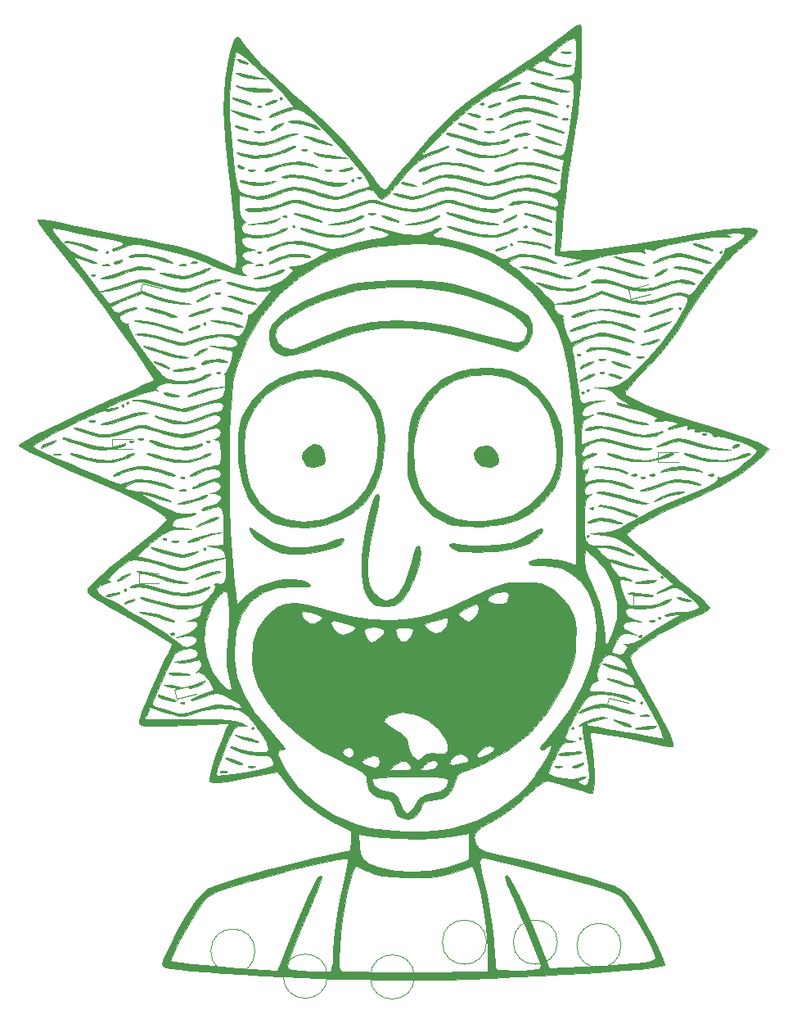
<source format=gto>
G04 #@! TF.GenerationSoftware,KiCad,Pcbnew,(5.0.2)-1*
G04 #@! TF.CreationDate,2019-04-28T20:41:13-04:00*
G04 #@! TF.ProjectId,Badge2019,42616467-6532-4303-9139-2e6b69636164,rev?*
G04 #@! TF.SameCoordinates,Original*
G04 #@! TF.FileFunction,Legend,Top*
G04 #@! TF.FilePolarity,Positive*
%FSLAX46Y46*%
G04 Gerber Fmt 4.6, Leading zero omitted, Abs format (unit mm)*
G04 Created by KiCad (PCBNEW (5.0.2)-1) date 4/28/2019 8:41:13 PM*
%MOMM*%
%LPD*%
G01*
G04 APERTURE LIST*
%ADD10C,0.120000*%
%ADD11C,0.010000*%
G04 APERTURE END LIST*
D10*
G04 #@! TO.C,REF\002A\002A*
X231071420Y-136326880D02*
G75*
G03X231071420Y-136326880I-2286000J0D01*
G01*
X217152220Y-135978900D02*
G75*
G03X217152220Y-135978900I-2286000J0D01*
G01*
X224490280Y-135978900D02*
G75*
G03X224490280Y-135978900I-2286000J0D01*
G01*
X200687940Y-139494260D02*
G75*
G03X200687940Y-139494260I-2286000J0D01*
G01*
X209694780Y-139573000D02*
G75*
G03X209694780Y-139573000I-2286000J0D01*
G01*
D11*
G04 #@! TO.C,G\002A\002A\002A*
G36*
X217580838Y-84717924D02*
X217949660Y-85046848D01*
X218251662Y-85601404D01*
X218395370Y-86161218D01*
X218314895Y-86486377D01*
X217593199Y-86828457D01*
X216777861Y-86760688D01*
X216444865Y-86589730D01*
X215961634Y-86033225D01*
X215861099Y-85421662D01*
X216136730Y-84919912D01*
X216518534Y-84729745D01*
X217181596Y-84658219D01*
X217580838Y-84717924D01*
X217580838Y-84717924D01*
G37*
X217580838Y-84717924D02*
X217949660Y-85046848D01*
X218251662Y-85601404D01*
X218395370Y-86161218D01*
X218314895Y-86486377D01*
X217593199Y-86828457D01*
X216777861Y-86760688D01*
X216444865Y-86589730D01*
X215961634Y-86033225D01*
X215861099Y-85421662D01*
X216136730Y-84919912D01*
X216518534Y-84729745D01*
X217181596Y-84658219D01*
X217580838Y-84717924D01*
G36*
X199826437Y-84552711D02*
X200249124Y-85113685D01*
X200351342Y-85472136D01*
X200410507Y-86101961D01*
X200324551Y-86480680D01*
X200316703Y-86488479D01*
X199786390Y-86754969D01*
X199126259Y-86855175D01*
X198589793Y-86764376D01*
X198466514Y-86668910D01*
X198077577Y-85936662D01*
X198178880Y-85306869D01*
X198524061Y-84888722D01*
X199224702Y-84469194D01*
X199826437Y-84552711D01*
X199826437Y-84552711D01*
G37*
X199826437Y-84552711D02*
X200249124Y-85113685D01*
X200351342Y-85472136D01*
X200410507Y-86101961D01*
X200324551Y-86480680D01*
X200316703Y-86488479D01*
X199786390Y-86754969D01*
X199126259Y-86855175D01*
X198589793Y-86764376D01*
X198466514Y-86668910D01*
X198077577Y-85936662D01*
X198178880Y-85306869D01*
X198524061Y-84888722D01*
X199224702Y-84469194D01*
X199826437Y-84552711D01*
G36*
X191993293Y-44858293D02*
X192177459Y-44933446D01*
X192475660Y-45113898D01*
X192309750Y-45175382D01*
X191744932Y-45050445D01*
X191516000Y-44933446D01*
X191308197Y-44735034D01*
X191500561Y-44709983D01*
X191993293Y-44858293D01*
X191993293Y-44858293D01*
G37*
X191993293Y-44858293D02*
X192177459Y-44933446D01*
X192475660Y-45113898D01*
X192309750Y-45175382D01*
X191744932Y-45050445D01*
X191516000Y-44933446D01*
X191308197Y-44735034D01*
X191500561Y-44709983D01*
X191993293Y-44858293D01*
G36*
X191516000Y-46175040D02*
X192221460Y-46339213D01*
X193096025Y-46511476D01*
X193235792Y-46536174D01*
X194294125Y-46719296D01*
X193368084Y-46740479D01*
X192464492Y-46639661D01*
X191648292Y-46379345D01*
X191193461Y-46146416D01*
X191208248Y-46101009D01*
X191516000Y-46175040D01*
X191516000Y-46175040D01*
G37*
X191516000Y-46175040D02*
X192221460Y-46339213D01*
X193096025Y-46511476D01*
X193235792Y-46536174D01*
X194294125Y-46719296D01*
X193368084Y-46740479D01*
X192464492Y-46639661D01*
X191648292Y-46379345D01*
X191193461Y-46146416D01*
X191208248Y-46101009D01*
X191516000Y-46175040D01*
G36*
X191516000Y-47515758D02*
X192154544Y-47626550D01*
X193071301Y-47697533D01*
X193673547Y-47711571D01*
X194457615Y-47742820D01*
X194950643Y-47823753D01*
X195046995Y-47910009D01*
X194692553Y-48057199D01*
X193998466Y-48099040D01*
X193141352Y-48046330D01*
X192297830Y-47909863D01*
X191648292Y-47702261D01*
X191209245Y-47476206D01*
X191244995Y-47442554D01*
X191516000Y-47515758D01*
X191516000Y-47515758D01*
G37*
X191516000Y-47515758D02*
X192154544Y-47626550D01*
X193071301Y-47697533D01*
X193673547Y-47711571D01*
X194457615Y-47742820D01*
X194950643Y-47823753D01*
X195046995Y-47910009D01*
X194692553Y-48057199D01*
X193998466Y-48099040D01*
X193141352Y-48046330D01*
X192297830Y-47909863D01*
X191648292Y-47702261D01*
X191209245Y-47476206D01*
X191244995Y-47442554D01*
X191516000Y-47515758D01*
G36*
X196013917Y-48769905D02*
X195881625Y-48902196D01*
X195749333Y-48769905D01*
X195881625Y-48637613D01*
X196013917Y-48769905D01*
X196013917Y-48769905D01*
G37*
X196013917Y-48769905D02*
X195881625Y-48902196D01*
X195749333Y-48769905D01*
X195881625Y-48637613D01*
X196013917Y-48769905D01*
G36*
X195327183Y-49091627D02*
X195220167Y-49166780D01*
X194655349Y-49386156D01*
X194426417Y-49408715D01*
X194268196Y-49333170D01*
X194558708Y-49166780D01*
X195119660Y-48968367D01*
X195409084Y-48943316D01*
X195327183Y-49091627D01*
X195327183Y-49091627D01*
G37*
X195327183Y-49091627D02*
X195220167Y-49166780D01*
X194655349Y-49386156D01*
X194426417Y-49408715D01*
X194268196Y-49333170D01*
X194558708Y-49166780D01*
X195119660Y-48968367D01*
X195409084Y-48943316D01*
X195327183Y-49091627D01*
G36*
X191205103Y-48724353D02*
X191891088Y-48926970D01*
X192177459Y-49026859D01*
X192697478Y-49250730D01*
X192820166Y-49387696D01*
X192706625Y-49407816D01*
X192092118Y-49298724D01*
X191383709Y-49044044D01*
X190893898Y-48784135D01*
X190853535Y-48677157D01*
X191205103Y-48724353D01*
X191205103Y-48724353D01*
G37*
X191205103Y-48724353D02*
X191891088Y-48926970D01*
X192177459Y-49026859D01*
X192697478Y-49250730D01*
X192820166Y-49387696D01*
X192706625Y-49407816D01*
X192092118Y-49298724D01*
X191383709Y-49044044D01*
X190893898Y-48784135D01*
X190853535Y-48677157D01*
X191205103Y-48724353D01*
G36*
X193809056Y-49519558D02*
X193772736Y-49676852D01*
X193632667Y-49695947D01*
X193414885Y-49599140D01*
X193456278Y-49519558D01*
X193770276Y-49487892D01*
X193809056Y-49519558D01*
X193809056Y-49519558D01*
G37*
X193809056Y-49519558D02*
X193772736Y-49676852D01*
X193632667Y-49695947D01*
X193414885Y-49599140D01*
X193456278Y-49519558D01*
X193770276Y-49487892D01*
X193809056Y-49519558D01*
G36*
X190982896Y-50028238D02*
X191251417Y-50108371D01*
X191921392Y-50312980D01*
X192801971Y-50567967D01*
X193103500Y-50652549D01*
X193716259Y-50849903D01*
X193834183Y-50960887D01*
X193632667Y-50982362D01*
X192952603Y-50890110D01*
X192110432Y-50663049D01*
X191932757Y-50601179D01*
X191254561Y-50326757D01*
X190825637Y-50107572D01*
X190712808Y-49991955D01*
X190982896Y-50028238D01*
X190982896Y-50028238D01*
G37*
X190982896Y-50028238D02*
X191251417Y-50108371D01*
X191921392Y-50312980D01*
X192801971Y-50567967D01*
X193103500Y-50652549D01*
X193716259Y-50849903D01*
X193834183Y-50960887D01*
X193632667Y-50982362D01*
X192952603Y-50890110D01*
X192110432Y-50663049D01*
X191932757Y-50601179D01*
X191254561Y-50326757D01*
X190825637Y-50107572D01*
X190712808Y-49991955D01*
X190982896Y-50028238D01*
G36*
X197688563Y-51093455D02*
X198491734Y-51252138D01*
X199217399Y-51477004D01*
X199616212Y-51682761D01*
X199945933Y-51955352D01*
X199913455Y-52023274D01*
X199471721Y-51886360D01*
X198924333Y-51680322D01*
X198071074Y-51428693D01*
X197265292Y-51304978D01*
X197226590Y-51303575D01*
X196734868Y-51242652D01*
X196615188Y-51123394D01*
X196619055Y-51119280D01*
X197000224Y-51037116D01*
X197688563Y-51093455D01*
X197688563Y-51093455D01*
G37*
X197688563Y-51093455D02*
X198491734Y-51252138D01*
X199217399Y-51477004D01*
X199616212Y-51682761D01*
X199945933Y-51955352D01*
X199913455Y-52023274D01*
X199471721Y-51886360D01*
X198924333Y-51680322D01*
X198071074Y-51428693D01*
X197265292Y-51304978D01*
X197226590Y-51303575D01*
X196734868Y-51242652D01*
X196615188Y-51123394D01*
X196619055Y-51119280D01*
X197000224Y-51037116D01*
X197688563Y-51093455D01*
G36*
X196142655Y-51409532D02*
X195769136Y-51668933D01*
X195749333Y-51680322D01*
X195179635Y-51957397D01*
X194823292Y-52058445D01*
X194826845Y-51951111D01*
X195200364Y-51691710D01*
X195220167Y-51680322D01*
X195789865Y-51403246D01*
X196146208Y-51302198D01*
X196142655Y-51409532D01*
X196142655Y-51409532D01*
G37*
X196142655Y-51409532D02*
X195769136Y-51668933D01*
X195749333Y-51680322D01*
X195179635Y-51957397D01*
X194823292Y-52058445D01*
X194826845Y-51951111D01*
X195200364Y-51691710D01*
X195220167Y-51680322D01*
X195789865Y-51403246D01*
X196146208Y-51302198D01*
X196142655Y-51409532D01*
G36*
X191817680Y-51686725D02*
X192177459Y-51812613D01*
X192466009Y-51987491D01*
X192309750Y-52040004D01*
X191743487Y-51938501D01*
X191383709Y-51812613D01*
X191095158Y-51637735D01*
X191251417Y-51585222D01*
X191817680Y-51686725D01*
X191817680Y-51686725D01*
G37*
X191817680Y-51686725D02*
X192177459Y-51812613D01*
X192466009Y-51987491D01*
X192309750Y-52040004D01*
X191743487Y-51938501D01*
X191383709Y-51812613D01*
X191095158Y-51637735D01*
X191251417Y-51585222D01*
X191817680Y-51686725D01*
G36*
X194095688Y-52159396D02*
X194178033Y-52236085D01*
X193812182Y-52277837D01*
X193632667Y-52280396D01*
X193151306Y-52252811D01*
X193094576Y-52184131D01*
X193169646Y-52159396D01*
X193840690Y-52118248D01*
X194095688Y-52159396D01*
X194095688Y-52159396D01*
G37*
X194095688Y-52159396D02*
X194178033Y-52236085D01*
X193812182Y-52277837D01*
X193632667Y-52280396D01*
X193151306Y-52252811D01*
X193094576Y-52184131D01*
X193169646Y-52159396D01*
X193840690Y-52118248D01*
X194095688Y-52159396D01*
G36*
X198966667Y-52781539D02*
X199882707Y-53051284D01*
X200114958Y-53125198D01*
X200839427Y-53380700D01*
X201220600Y-53561871D01*
X201177307Y-53629995D01*
X201173292Y-53629962D01*
X200626880Y-53536995D01*
X199817499Y-53306663D01*
X199321208Y-53135530D01*
X198557823Y-52833023D01*
X198268253Y-52672876D01*
X198416525Y-52655559D01*
X198966667Y-52781539D01*
X198966667Y-52781539D01*
G37*
X198966667Y-52781539D02*
X199882707Y-53051284D01*
X200114958Y-53125198D01*
X200839427Y-53380700D01*
X201220600Y-53561871D01*
X201177307Y-53629995D01*
X201173292Y-53629962D01*
X200626880Y-53536995D01*
X199817499Y-53306663D01*
X199321208Y-53135530D01*
X198557823Y-52833023D01*
X198268253Y-52672876D01*
X198416525Y-52655559D01*
X198966667Y-52781539D01*
G36*
X197651188Y-52417374D02*
X197411938Y-52527269D01*
X197069844Y-52615563D01*
X196169270Y-52897164D01*
X195350052Y-53248814D01*
X194140184Y-53600636D01*
X192763669Y-53537612D01*
X191780584Y-53243949D01*
X191355872Y-53045030D01*
X191369193Y-52988962D01*
X191516000Y-53016371D01*
X192907059Y-53279890D01*
X193984618Y-53325217D01*
X194919470Y-53147423D01*
X195553611Y-52899843D01*
X196393305Y-52576161D01*
X197132585Y-52388701D01*
X197388463Y-52368358D01*
X197651188Y-52417374D01*
X197651188Y-52417374D01*
G37*
X197651188Y-52417374D02*
X197411938Y-52527269D01*
X197069844Y-52615563D01*
X196169270Y-52897164D01*
X195350052Y-53248814D01*
X194140184Y-53600636D01*
X192763669Y-53537612D01*
X191780584Y-53243949D01*
X191355872Y-53045030D01*
X191369193Y-52988962D01*
X191516000Y-53016371D01*
X192907059Y-53279890D01*
X193984618Y-53325217D01*
X194919470Y-53147423D01*
X195553611Y-52899843D01*
X196393305Y-52576161D01*
X197132585Y-52388701D01*
X197388463Y-52368358D01*
X197651188Y-52417374D01*
G36*
X198588092Y-54034011D02*
X198509183Y-54154267D01*
X198240827Y-54172975D01*
X197958507Y-54108358D01*
X198080974Y-54013123D01*
X198494486Y-53981580D01*
X198588092Y-54034011D01*
X198588092Y-54034011D01*
G37*
X198588092Y-54034011D02*
X198509183Y-54154267D01*
X198240827Y-54172975D01*
X197958507Y-54108358D01*
X198080974Y-54013123D01*
X198494486Y-53981580D01*
X198588092Y-54034011D01*
G36*
X199321208Y-54352436D02*
X199878323Y-54482064D01*
X200729577Y-54632895D01*
X201305583Y-54718610D01*
X202760792Y-54918230D01*
X201570167Y-54940988D01*
X200630307Y-54866051D01*
X199766879Y-54651492D01*
X199585792Y-54574814D01*
X199201243Y-54364789D01*
X199235616Y-54327998D01*
X199321208Y-54352436D01*
X199321208Y-54352436D01*
G37*
X199321208Y-54352436D02*
X199878323Y-54482064D01*
X200729577Y-54632895D01*
X201305583Y-54718610D01*
X202760792Y-54918230D01*
X201570167Y-54940988D01*
X200630307Y-54866051D01*
X199766879Y-54651492D01*
X199585792Y-54574814D01*
X199201243Y-54364789D01*
X199235616Y-54327998D01*
X199321208Y-54352436D01*
G36*
X197345295Y-53762579D02*
X196906503Y-53996985D01*
X196163973Y-54323882D01*
X196146208Y-54331210D01*
X194403197Y-54857351D01*
X192862862Y-54922783D01*
X191648292Y-54574814D01*
X191263758Y-54365211D01*
X191298073Y-54329420D01*
X191383709Y-54354201D01*
X193122104Y-54668579D01*
X194814318Y-54524570D01*
X195730183Y-54227329D01*
X196530555Y-53910485D01*
X197161738Y-53709335D01*
X197385882Y-53670977D01*
X197345295Y-53762579D01*
X197345295Y-53762579D01*
G37*
X197345295Y-53762579D02*
X196906503Y-53996985D01*
X196163973Y-54323882D01*
X196146208Y-54331210D01*
X194403197Y-54857351D01*
X192862862Y-54922783D01*
X191648292Y-54574814D01*
X191263758Y-54365211D01*
X191298073Y-54329420D01*
X191383709Y-54354201D01*
X193122104Y-54668579D01*
X194814318Y-54524570D01*
X195730183Y-54227329D01*
X196530555Y-53910485D01*
X197161738Y-53709335D01*
X197385882Y-53670977D01*
X197345295Y-53762579D01*
G36*
X191634550Y-55680410D02*
X192006968Y-55893917D01*
X191944581Y-56031976D01*
X191796198Y-56045946D01*
X191437418Y-55853785D01*
X191385582Y-55784394D01*
X191428169Y-55634043D01*
X191634550Y-55680410D01*
X191634550Y-55680410D01*
G37*
X191634550Y-55680410D02*
X192006968Y-55893917D01*
X191944581Y-56031976D01*
X191796198Y-56045946D01*
X191437418Y-55853785D01*
X191385582Y-55784394D01*
X191428169Y-55634043D01*
X191634550Y-55680410D01*
G36*
X203264852Y-55953826D02*
X203157667Y-56033858D01*
X202784816Y-56191007D01*
X202310530Y-56295827D01*
X201928502Y-56321280D01*
X201832423Y-56240326D01*
X201856799Y-56215459D01*
X202167495Y-56096258D01*
X202759921Y-55943033D01*
X202760792Y-55942838D01*
X203247372Y-55862368D01*
X203264852Y-55953826D01*
X203264852Y-55953826D01*
G37*
X203264852Y-55953826D02*
X203157667Y-56033858D01*
X202784816Y-56191007D01*
X202310530Y-56295827D01*
X201928502Y-56321280D01*
X201832423Y-56240326D01*
X201856799Y-56215459D01*
X202167495Y-56096258D01*
X202759921Y-55943033D01*
X202760792Y-55942838D01*
X203247372Y-55862368D01*
X203264852Y-55953826D01*
G36*
X201107146Y-56135301D02*
X201140384Y-56231872D01*
X200776417Y-56268754D01*
X200400806Y-56227174D01*
X200445688Y-56135301D01*
X200987381Y-56100356D01*
X201107146Y-56135301D01*
X201107146Y-56135301D01*
G37*
X201107146Y-56135301D02*
X201140384Y-56231872D01*
X200776417Y-56268754D01*
X200400806Y-56227174D01*
X200445688Y-56135301D01*
X200987381Y-56100356D01*
X201107146Y-56135301D01*
G36*
X199035131Y-55560084D02*
X199202954Y-55630933D01*
X199648844Y-55853241D01*
X199693181Y-55913049D01*
X199585792Y-55882999D01*
X198430577Y-55636320D01*
X197202056Y-55572580D01*
X196111165Y-55691703D01*
X195541167Y-55884480D01*
X194841967Y-56174712D01*
X194267059Y-56298946D01*
X194241119Y-56298917D01*
X194164563Y-56211557D01*
X194509019Y-56002839D01*
X194823292Y-55867545D01*
X196352940Y-55429213D01*
X197806244Y-55324059D01*
X199035131Y-55560084D01*
X199035131Y-55560084D01*
G37*
X199035131Y-55560084D02*
X199202954Y-55630933D01*
X199648844Y-55853241D01*
X199693181Y-55913049D01*
X199585792Y-55882999D01*
X198430577Y-55636320D01*
X197202056Y-55572580D01*
X196111165Y-55691703D01*
X195541167Y-55884480D01*
X194841967Y-56174712D01*
X194267059Y-56298946D01*
X194241119Y-56298917D01*
X194164563Y-56211557D01*
X194509019Y-56002839D01*
X194823292Y-55867545D01*
X196352940Y-55429213D01*
X197806244Y-55324059D01*
X199035131Y-55560084D01*
G36*
X193169646Y-56135301D02*
X193202884Y-56231872D01*
X192838917Y-56268754D01*
X192463306Y-56227174D01*
X192508188Y-56135301D01*
X193049881Y-56100356D01*
X193169646Y-56135301D01*
X193169646Y-56135301D01*
G37*
X193169646Y-56135301D02*
X193202884Y-56231872D01*
X192838917Y-56268754D01*
X192463306Y-56227174D01*
X192508188Y-56135301D01*
X193049881Y-56100356D01*
X193169646Y-56135301D01*
G36*
X204127806Y-56927891D02*
X204091486Y-57085185D01*
X203951417Y-57104280D01*
X203733635Y-57007473D01*
X203775028Y-56927891D01*
X204089026Y-56896225D01*
X204127806Y-56927891D01*
X204127806Y-56927891D01*
G37*
X204127806Y-56927891D02*
X204091486Y-57085185D01*
X203951417Y-57104280D01*
X203733635Y-57007473D01*
X203775028Y-56927891D01*
X204089026Y-56896225D01*
X204127806Y-56927891D01*
G36*
X203422250Y-57236571D02*
X203289959Y-57368863D01*
X203157667Y-57236571D01*
X203289959Y-57104280D01*
X203422250Y-57236571D01*
X203422250Y-57236571D01*
G37*
X203422250Y-57236571D02*
X203289959Y-57368863D01*
X203157667Y-57236571D01*
X203289959Y-57104280D01*
X203422250Y-57236571D01*
G36*
X198049811Y-56696561D02*
X199657432Y-57102028D01*
X199705358Y-57116983D01*
X200773086Y-57390167D01*
X201716536Y-57523279D01*
X202218899Y-57511117D01*
X202702602Y-57444355D01*
X202705412Y-57509857D01*
X202496209Y-57615523D01*
X201988382Y-57800553D01*
X201464274Y-57836061D01*
X200772223Y-57707929D01*
X199760566Y-57402034D01*
X199585792Y-57344549D01*
X198143918Y-56993473D01*
X196888902Y-56928841D01*
X196838132Y-56933424D01*
X196172510Y-56964168D01*
X195970053Y-56886585D01*
X196044382Y-56815269D01*
X196840617Y-56600575D01*
X198049811Y-56696561D01*
X198049811Y-56696561D01*
G37*
X198049811Y-56696561D02*
X199657432Y-57102028D01*
X199705358Y-57116983D01*
X200773086Y-57390167D01*
X201716536Y-57523279D01*
X202218899Y-57511117D01*
X202702602Y-57444355D01*
X202705412Y-57509857D01*
X202496209Y-57615523D01*
X201988382Y-57800553D01*
X201464274Y-57836061D01*
X200772223Y-57707929D01*
X199760566Y-57402034D01*
X199585792Y-57344549D01*
X198143918Y-56993473D01*
X196888902Y-56928841D01*
X196838132Y-56933424D01*
X196172510Y-56964168D01*
X195970053Y-56886585D01*
X196044382Y-56815269D01*
X196840617Y-56600575D01*
X198049811Y-56696561D01*
G36*
X192552474Y-57360721D02*
X192655357Y-57388471D01*
X194000953Y-57506290D01*
X194602347Y-57390578D01*
X195153567Y-57275210D01*
X195359594Y-57310451D01*
X195329951Y-57357553D01*
X194786331Y-57611221D01*
X193938756Y-57739417D01*
X193001325Y-57724544D01*
X192346882Y-57602722D01*
X191725024Y-57376099D01*
X191582899Y-57238765D01*
X191874163Y-57222910D01*
X192552474Y-57360721D01*
X192552474Y-57360721D01*
G37*
X192552474Y-57360721D02*
X192655357Y-57388471D01*
X194000953Y-57506290D01*
X194602347Y-57390578D01*
X195153567Y-57275210D01*
X195359594Y-57310451D01*
X195329951Y-57357553D01*
X194786331Y-57611221D01*
X193938756Y-57739417D01*
X193001325Y-57724544D01*
X192346882Y-57602722D01*
X191725024Y-57376099D01*
X191582899Y-57238765D01*
X191874163Y-57222910D01*
X192552474Y-57360721D01*
G36*
X225845688Y-43957312D02*
X225928033Y-44034001D01*
X225562182Y-44075754D01*
X225382667Y-44078312D01*
X224901306Y-44050728D01*
X224844576Y-43982048D01*
X224919646Y-43957312D01*
X225590690Y-43916165D01*
X225845688Y-43957312D01*
X225845688Y-43957312D01*
G37*
X225845688Y-43957312D02*
X225928033Y-44034001D01*
X225562182Y-44075754D01*
X225382667Y-44078312D01*
X224901306Y-44050728D01*
X224844576Y-43982048D01*
X224919646Y-43957312D01*
X225590690Y-43916165D01*
X225845688Y-43957312D01*
G36*
X222294407Y-47147831D02*
X222918047Y-47340061D01*
X223659019Y-47570593D01*
X224589183Y-47788401D01*
X224853500Y-47838107D01*
X225527617Y-47962563D01*
X225706396Y-48025055D01*
X225416997Y-48047355D01*
X225118083Y-48050183D01*
X224333958Y-47966072D01*
X223336197Y-47746421D01*
X222736833Y-47568301D01*
X222043396Y-47312365D01*
X221688660Y-47130342D01*
X221727422Y-47066277D01*
X222294407Y-47147831D01*
X222294407Y-47147831D01*
G37*
X222294407Y-47147831D02*
X222918047Y-47340061D01*
X223659019Y-47570593D01*
X224589183Y-47788401D01*
X224853500Y-47838107D01*
X225527617Y-47962563D01*
X225706396Y-48025055D01*
X225416997Y-48047355D01*
X225118083Y-48050183D01*
X224333958Y-47966072D01*
X223336197Y-47746421D01*
X222736833Y-47568301D01*
X222043396Y-47312365D01*
X221688660Y-47130342D01*
X221727422Y-47066277D01*
X222294407Y-47147831D01*
G36*
X222052603Y-48487193D02*
X223540740Y-48892651D01*
X224213388Y-49160591D01*
X224534041Y-49343847D01*
X224456625Y-49400235D01*
X223861818Y-49288080D01*
X223107049Y-49029750D01*
X223014477Y-48990485D01*
X221945003Y-48734691D01*
X220677520Y-48735239D01*
X219476249Y-48990855D01*
X219429542Y-49007758D01*
X219212418Y-49052722D01*
X219454114Y-48864922D01*
X219561834Y-48797555D01*
X220657022Y-48432307D01*
X222052603Y-48487193D01*
X222052603Y-48487193D01*
G37*
X222052603Y-48487193D02*
X223540740Y-48892651D01*
X224213388Y-49160591D01*
X224534041Y-49343847D01*
X224456625Y-49400235D01*
X223861818Y-49288080D01*
X223107049Y-49029750D01*
X223014477Y-48990485D01*
X221945003Y-48734691D01*
X220677520Y-48735239D01*
X219476249Y-48990855D01*
X219429542Y-49007758D01*
X219212418Y-49052722D01*
X219454114Y-48864922D01*
X219561834Y-48797555D01*
X220657022Y-48432307D01*
X222052603Y-48487193D01*
G36*
X216827806Y-49254974D02*
X216791486Y-49412269D01*
X216651417Y-49431363D01*
X216433635Y-49334556D01*
X216475028Y-49254974D01*
X216789026Y-49223309D01*
X216827806Y-49254974D01*
X216827806Y-49254974D01*
G37*
X216827806Y-49254974D02*
X216791486Y-49412269D01*
X216651417Y-49431363D01*
X216433635Y-49334556D01*
X216475028Y-49254974D01*
X216789026Y-49223309D01*
X216827806Y-49254974D01*
G36*
X225647250Y-49563655D02*
X225514958Y-49695947D01*
X225382667Y-49563655D01*
X225514958Y-49431363D01*
X225647250Y-49563655D01*
X225647250Y-49563655D01*
G37*
X225647250Y-49563655D02*
X225514958Y-49695947D01*
X225382667Y-49563655D01*
X225514958Y-49431363D01*
X225647250Y-49563655D01*
G36*
X218650839Y-49271817D02*
X218371209Y-49431363D01*
X217753979Y-49620469D01*
X217445167Y-49658754D01*
X217297828Y-49590909D01*
X217577459Y-49431363D01*
X218194688Y-49242258D01*
X218503500Y-49203972D01*
X218650839Y-49271817D01*
X218650839Y-49271817D01*
G37*
X218650839Y-49271817D02*
X218371209Y-49431363D01*
X217753979Y-49620469D01*
X217445167Y-49658754D01*
X217297828Y-49590909D01*
X217577459Y-49431363D01*
X218194688Y-49242258D01*
X218503500Y-49203972D01*
X218650839Y-49271817D01*
G36*
X221749269Y-49785577D02*
X222439001Y-49947549D01*
X223186359Y-50161666D01*
X223864135Y-50387224D01*
X224345121Y-50583520D01*
X224502109Y-50709849D01*
X224423744Y-50733774D01*
X224007997Y-50663535D01*
X223312542Y-50462608D01*
X223001417Y-50357405D01*
X221480538Y-50006499D01*
X220190197Y-50099831D01*
X219561834Y-50357405D01*
X218938791Y-50639405D01*
X218503500Y-50739093D01*
X218482845Y-50648522D01*
X218861590Y-50412678D01*
X219259998Y-50219302D01*
X220147940Y-49901321D01*
X220999510Y-49728031D01*
X221244373Y-49716453D01*
X221749269Y-49785577D01*
X221749269Y-49785577D01*
G37*
X221749269Y-49785577D02*
X222439001Y-49947549D01*
X223186359Y-50161666D01*
X223864135Y-50387224D01*
X224345121Y-50583520D01*
X224502109Y-50709849D01*
X224423744Y-50733774D01*
X224007997Y-50663535D01*
X223312542Y-50462608D01*
X223001417Y-50357405D01*
X221480538Y-50006499D01*
X220190197Y-50099831D01*
X219561834Y-50357405D01*
X218938791Y-50639405D01*
X218503500Y-50739093D01*
X218482845Y-50648522D01*
X218861590Y-50412678D01*
X219259998Y-50219302D01*
X220147940Y-49901321D01*
X220999510Y-49728031D01*
X221244373Y-49716453D01*
X221749269Y-49785577D01*
G36*
X215894764Y-50363808D02*
X216254542Y-50489697D01*
X216543093Y-50664575D01*
X216386834Y-50717087D01*
X215820570Y-50615585D01*
X215460792Y-50489697D01*
X215172241Y-50314818D01*
X215328500Y-50262306D01*
X215894764Y-50363808D01*
X215894764Y-50363808D01*
G37*
X215894764Y-50363808D02*
X216254542Y-50489697D01*
X216543093Y-50664575D01*
X216386834Y-50717087D01*
X215820570Y-50615585D01*
X215460792Y-50489697D01*
X215172241Y-50314818D01*
X215328500Y-50262306D01*
X215894764Y-50363808D01*
G36*
X225575592Y-50859011D02*
X225496683Y-50979267D01*
X225228327Y-50997975D01*
X224946007Y-50933358D01*
X225068474Y-50838123D01*
X225481986Y-50806580D01*
X225575592Y-50859011D01*
X225575592Y-50859011D01*
G37*
X225575592Y-50859011D02*
X225496683Y-50979267D01*
X225228327Y-50997975D01*
X224946007Y-50933358D01*
X225068474Y-50838123D01*
X225481986Y-50806580D01*
X225575592Y-50859011D01*
G36*
X217775896Y-50843635D02*
X217809134Y-50940206D01*
X217445167Y-50977087D01*
X217069556Y-50935507D01*
X217114438Y-50843635D01*
X217656131Y-50808689D01*
X217775896Y-50843635D01*
X217775896Y-50843635D01*
G37*
X217775896Y-50843635D02*
X217809134Y-50940206D01*
X217445167Y-50977087D01*
X217069556Y-50935507D01*
X217114438Y-50843635D01*
X217656131Y-50808689D01*
X217775896Y-50843635D01*
G36*
X221690774Y-51082312D02*
X221643874Y-51145410D01*
X221110552Y-51267143D01*
X220963209Y-51296537D01*
X220130475Y-51502169D01*
X219446932Y-51739364D01*
X219326958Y-51796714D01*
X218820071Y-52012775D01*
X218587040Y-52055779D01*
X218666118Y-51945198D01*
X219113057Y-51689389D01*
X219429542Y-51533551D01*
X220286760Y-51219620D01*
X221105505Y-51060193D01*
X221281625Y-51054791D01*
X221690774Y-51082312D01*
X221690774Y-51082312D01*
G37*
X221690774Y-51082312D02*
X221643874Y-51145410D01*
X221110552Y-51267143D01*
X220963209Y-51296537D01*
X220130475Y-51502169D01*
X219446932Y-51739364D01*
X219326958Y-51796714D01*
X218820071Y-52012775D01*
X218587040Y-52055779D01*
X218666118Y-51945198D01*
X219113057Y-51689389D01*
X219429542Y-51533551D01*
X220286760Y-51219620D01*
X221105505Y-51060193D01*
X221281625Y-51054791D01*
X221690774Y-51082312D01*
G36*
X214831165Y-51389814D02*
X215541722Y-51633064D01*
X215628853Y-51669965D01*
X216111482Y-51915187D01*
X216157438Y-52021229D01*
X215840431Y-51988649D01*
X215234170Y-51818006D01*
X214799334Y-51663688D01*
X214318115Y-51442671D01*
X214230010Y-51311846D01*
X214305936Y-51298380D01*
X214831165Y-51389814D01*
X214831165Y-51389814D01*
G37*
X214831165Y-51389814D02*
X215541722Y-51633064D01*
X215628853Y-51669965D01*
X216111482Y-51915187D01*
X216157438Y-52021229D01*
X215840431Y-51988649D01*
X215234170Y-51818006D01*
X214799334Y-51663688D01*
X214318115Y-51442671D01*
X214230010Y-51311846D01*
X214305936Y-51298380D01*
X214831165Y-51389814D01*
G36*
X222591682Y-51383737D02*
X223229459Y-51547755D01*
X223963722Y-51779529D01*
X224697909Y-52046957D01*
X225110938Y-52236801D01*
X225118083Y-52306585D01*
X224645548Y-52227979D01*
X223892134Y-52025328D01*
X223460228Y-51888692D01*
X222764472Y-51631505D01*
X222355871Y-51430725D01*
X222305866Y-51361636D01*
X222591682Y-51383737D01*
X222591682Y-51383737D01*
G37*
X222591682Y-51383737D02*
X223229459Y-51547755D01*
X223963722Y-51779529D01*
X224697909Y-52046957D01*
X225110938Y-52236801D01*
X225118083Y-52306585D01*
X224645548Y-52227979D01*
X223892134Y-52025328D01*
X223460228Y-51888692D01*
X222764472Y-51631505D01*
X222355871Y-51430725D01*
X222305866Y-51361636D01*
X222591682Y-51383737D01*
G36*
X217908188Y-52159396D02*
X217990533Y-52236085D01*
X217624682Y-52277837D01*
X217445167Y-52280396D01*
X216963806Y-52252811D01*
X216907076Y-52184131D01*
X216982146Y-52159396D01*
X217653190Y-52118248D01*
X217908188Y-52159396D01*
X217908188Y-52159396D01*
G37*
X217908188Y-52159396D02*
X217990533Y-52236085D01*
X217624682Y-52277837D01*
X217445167Y-52280396D01*
X216963806Y-52252811D01*
X216907076Y-52184131D01*
X216982146Y-52159396D01*
X217653190Y-52118248D01*
X217908188Y-52159396D01*
G36*
X221598191Y-52377259D02*
X221565032Y-52471689D01*
X221047327Y-52615477D01*
X220620167Y-52700280D01*
X220061553Y-52772833D01*
X219985538Y-52691066D01*
X220091000Y-52610045D01*
X220667531Y-52399836D01*
X221127285Y-52345831D01*
X221598191Y-52377259D01*
X221598191Y-52377259D01*
G37*
X221598191Y-52377259D02*
X221565032Y-52471689D01*
X221047327Y-52615477D01*
X220620167Y-52700280D01*
X220061553Y-52772833D01*
X219985538Y-52691066D01*
X220091000Y-52610045D01*
X220667531Y-52399836D01*
X221127285Y-52345831D01*
X221598191Y-52377259D01*
G36*
X222671175Y-52734964D02*
X223421962Y-52958969D01*
X223927458Y-53135530D01*
X224580448Y-53399994D01*
X224896125Y-53577266D01*
X224853500Y-53623684D01*
X224389992Y-53536096D01*
X223639205Y-53312090D01*
X223133708Y-53135530D01*
X222480719Y-52871065D01*
X222165042Y-52693793D01*
X222207667Y-52647376D01*
X222671175Y-52734964D01*
X222671175Y-52734964D01*
G37*
X222671175Y-52734964D02*
X223421962Y-52958969D01*
X223927458Y-53135530D01*
X224580448Y-53399994D01*
X224896125Y-53577266D01*
X224853500Y-53623684D01*
X224389992Y-53536096D01*
X223639205Y-53312090D01*
X223133708Y-53135530D01*
X222480719Y-52871065D01*
X222165042Y-52693793D01*
X222207667Y-52647376D01*
X222671175Y-52734964D01*
G36*
X213646732Y-52433763D02*
X214479384Y-52644730D01*
X215196209Y-52870947D01*
X216578749Y-53267498D01*
X217680138Y-53379755D01*
X218658699Y-53218176D01*
X218949297Y-53118885D01*
X219425555Y-52965309D01*
X219480666Y-53041222D01*
X219378970Y-53156227D01*
X218875188Y-53392862D01*
X218050969Y-53536175D01*
X217108880Y-53573381D01*
X216251487Y-53491695D01*
X215857667Y-53378475D01*
X215207580Y-53141469D01*
X214315143Y-52862119D01*
X213873292Y-52736817D01*
X213244921Y-52538643D01*
X212994917Y-52400584D01*
X213104267Y-52359192D01*
X213646732Y-52433763D01*
X213646732Y-52433763D01*
G37*
X213646732Y-52433763D02*
X214479384Y-52644730D01*
X215196209Y-52870947D01*
X216578749Y-53267498D01*
X217680138Y-53379755D01*
X218658699Y-53218176D01*
X218949297Y-53118885D01*
X219425555Y-52965309D01*
X219480666Y-53041222D01*
X219378970Y-53156227D01*
X218875188Y-53392862D01*
X218050969Y-53536175D01*
X217108880Y-53573381D01*
X216251487Y-53491695D01*
X215857667Y-53378475D01*
X215207580Y-53141469D01*
X214315143Y-52862119D01*
X213873292Y-52736817D01*
X213244921Y-52538643D01*
X212994917Y-52400584D01*
X213104267Y-52359192D01*
X213646732Y-52433763D01*
G36*
X221325722Y-53752891D02*
X221289403Y-53910185D01*
X221149333Y-53929280D01*
X220931551Y-53832473D01*
X220972945Y-53752891D01*
X221286943Y-53721225D01*
X221325722Y-53752891D01*
X221325722Y-53752891D01*
G37*
X221325722Y-53752891D02*
X221289403Y-53910185D01*
X221149333Y-53929280D01*
X220931551Y-53832473D01*
X220972945Y-53752891D01*
X221286943Y-53721225D01*
X221325722Y-53752891D01*
G36*
X214557316Y-54031261D02*
X215279833Y-54269555D01*
X215419982Y-54326155D01*
X216560319Y-54630737D01*
X217788411Y-54690556D01*
X218880490Y-54505610D01*
X219297250Y-54326155D01*
X219920292Y-54044155D01*
X220355583Y-53944466D01*
X220376239Y-54035038D01*
X219997494Y-54270881D01*
X219599086Y-54464257D01*
X218038888Y-54903957D01*
X216366217Y-54846572D01*
X214931625Y-54446448D01*
X214285472Y-54177097D01*
X213983009Y-53992754D01*
X214039417Y-53940284D01*
X214557316Y-54031261D01*
X214557316Y-54031261D01*
G37*
X214557316Y-54031261D02*
X215279833Y-54269555D01*
X215419982Y-54326155D01*
X216560319Y-54630737D01*
X217788411Y-54690556D01*
X218880490Y-54505610D01*
X219297250Y-54326155D01*
X219920292Y-54044155D01*
X220355583Y-53944466D01*
X220376239Y-54035038D01*
X219997494Y-54270881D01*
X219599086Y-54464257D01*
X218038888Y-54903957D01*
X216366217Y-54846572D01*
X214931625Y-54446448D01*
X214285472Y-54177097D01*
X213983009Y-53992754D01*
X214039417Y-53940284D01*
X214557316Y-54031261D01*
G36*
X223303109Y-55660307D02*
X224093322Y-55922438D01*
X224609413Y-56138314D01*
X224737242Y-56250399D01*
X224440518Y-56241324D01*
X223814823Y-56086151D01*
X223365499Y-55943412D01*
X221938904Y-55605882D01*
X220600697Y-55560794D01*
X219507399Y-55809294D01*
X219297250Y-55913655D01*
X218618147Y-56197350D01*
X218106625Y-56289541D01*
X217981916Y-56212289D01*
X218309199Y-56010424D01*
X218635792Y-55871635D01*
X220284546Y-55396999D01*
X221841937Y-55351559D01*
X223303109Y-55660307D01*
X223303109Y-55660307D01*
G37*
X223303109Y-55660307D02*
X224093322Y-55922438D01*
X224609413Y-56138314D01*
X224737242Y-56250399D01*
X224440518Y-56241324D01*
X223814823Y-56086151D01*
X223365499Y-55943412D01*
X221938904Y-55605882D01*
X220600697Y-55560794D01*
X219507399Y-55809294D01*
X219297250Y-55913655D01*
X218618147Y-56197350D01*
X218106625Y-56289541D01*
X217981916Y-56212289D01*
X218309199Y-56010424D01*
X218635792Y-55871635D01*
X220284546Y-55396999D01*
X221841937Y-55351559D01*
X223303109Y-55660307D01*
G36*
X214372784Y-55429990D02*
X215725375Y-55760046D01*
X216466570Y-56025124D01*
X216882387Y-56217817D01*
X216883119Y-56296301D01*
X216378464Y-56220363D01*
X215624651Y-56012818D01*
X215328500Y-55913655D01*
X214007639Y-55600476D01*
X212711748Y-55558108D01*
X211626590Y-55786552D01*
X211359750Y-55913655D01*
X210680647Y-56197350D01*
X210169125Y-56289541D01*
X210042273Y-56212023D01*
X210369833Y-56008354D01*
X210698292Y-55867545D01*
X212524329Y-55393592D01*
X214372784Y-55429990D01*
X214372784Y-55429990D01*
G37*
X214372784Y-55429990D02*
X215725375Y-55760046D01*
X216466570Y-56025124D01*
X216882387Y-56217817D01*
X216883119Y-56296301D01*
X216378464Y-56220363D01*
X215624651Y-56012818D01*
X215328500Y-55913655D01*
X214007639Y-55600476D01*
X212711748Y-55558108D01*
X211626590Y-55786552D01*
X211359750Y-55913655D01*
X210680647Y-56197350D01*
X210169125Y-56289541D01*
X210042273Y-56212023D01*
X210369833Y-56008354D01*
X210698292Y-55867545D01*
X212524329Y-55393592D01*
X214372784Y-55429990D01*
G36*
X214226398Y-56720893D02*
X215519856Y-57076588D01*
X215710904Y-57138578D01*
X216642085Y-57430625D01*
X217270830Y-57557342D01*
X217795087Y-57525548D01*
X218412801Y-57342065D01*
X218693022Y-57241339D01*
X220262337Y-56778143D01*
X221586757Y-56654241D01*
X222822598Y-56863891D01*
X223398676Y-57068440D01*
X224144487Y-57400553D01*
X224408652Y-57581016D01*
X224219984Y-57597636D01*
X223607296Y-57438217D01*
X223001417Y-57236571D01*
X221526892Y-56881327D01*
X220285227Y-56955648D01*
X219605697Y-57213889D01*
X218260779Y-57691010D01*
X216876659Y-57709871D01*
X215593084Y-57377539D01*
X213918811Y-56938598D01*
X212541140Y-56923483D01*
X211624334Y-57236571D01*
X211001291Y-57518572D01*
X210566000Y-57618260D01*
X210545345Y-57527689D01*
X210924090Y-57291845D01*
X211322498Y-57098469D01*
X212298997Y-56733399D01*
X213209871Y-56607018D01*
X214226398Y-56720893D01*
X214226398Y-56720893D01*
G37*
X214226398Y-56720893D02*
X215519856Y-57076588D01*
X215710904Y-57138578D01*
X216642085Y-57430625D01*
X217270830Y-57557342D01*
X217795087Y-57525548D01*
X218412801Y-57342065D01*
X218693022Y-57241339D01*
X220262337Y-56778143D01*
X221586757Y-56654241D01*
X222822598Y-56863891D01*
X223398676Y-57068440D01*
X224144487Y-57400553D01*
X224408652Y-57581016D01*
X224219984Y-57597636D01*
X223607296Y-57438217D01*
X223001417Y-57236571D01*
X221526892Y-56881327D01*
X220285227Y-56955648D01*
X219605697Y-57213889D01*
X218260779Y-57691010D01*
X216876659Y-57709871D01*
X215593084Y-57377539D01*
X213918811Y-56938598D01*
X212541140Y-56923483D01*
X211624334Y-57236571D01*
X211001291Y-57518572D01*
X210566000Y-57618260D01*
X210545345Y-57527689D01*
X210924090Y-57291845D01*
X211322498Y-57098469D01*
X212298997Y-56733399D01*
X213209871Y-56607018D01*
X214226398Y-56720893D01*
G36*
X208892932Y-57471762D02*
X209507667Y-57633446D01*
X209910847Y-57785275D01*
X209823568Y-57845741D01*
X209639959Y-57853060D01*
X208945000Y-57753273D01*
X208581625Y-57633446D01*
X208314488Y-57470054D01*
X208454959Y-57416159D01*
X208892932Y-57471762D01*
X208892932Y-57471762D01*
G37*
X208892932Y-57471762D02*
X209507667Y-57633446D01*
X209910847Y-57785275D01*
X209823568Y-57845741D01*
X209639959Y-57853060D01*
X208945000Y-57753273D01*
X208581625Y-57633446D01*
X208314488Y-57470054D01*
X208454959Y-57416159D01*
X208892932Y-57471762D01*
G36*
X205661264Y-59295807D02*
X206395702Y-59483739D01*
X207196793Y-59730696D01*
X208456928Y-60078904D01*
X209454015Y-60200617D01*
X210406314Y-60089253D01*
X211532081Y-59738228D01*
X211929100Y-59587978D01*
X212566101Y-59356019D01*
X213064820Y-59255915D01*
X213595308Y-59295391D01*
X214327615Y-59482172D01*
X215145107Y-59734087D01*
X216592878Y-60115234D01*
X217692999Y-60230766D01*
X218147632Y-60193185D01*
X218755626Y-60126824D01*
X218866956Y-60205566D01*
X218768084Y-60282727D01*
X218022482Y-60512037D01*
X216929767Y-60451256D01*
X215449989Y-60096930D01*
X214998966Y-59956957D01*
X214040864Y-59659175D01*
X213401307Y-59520775D01*
X212896329Y-59535303D01*
X212341966Y-59696305D01*
X211937486Y-59849546D01*
X210715493Y-60273929D01*
X209733688Y-60456542D01*
X208773435Y-60404104D01*
X207616100Y-60123338D01*
X207196793Y-59995279D01*
X206193132Y-59689716D01*
X205522567Y-59537686D01*
X205014162Y-59531577D01*
X204496979Y-59663778D01*
X203991600Y-59852562D01*
X202772997Y-60275524D01*
X201792231Y-60456886D01*
X200831046Y-60403228D01*
X199671182Y-60121134D01*
X199259293Y-59995279D01*
X198257131Y-59689795D01*
X197588810Y-59537475D01*
X197083886Y-59531136D01*
X196571911Y-59663594D01*
X196054100Y-59860189D01*
X194806550Y-60246216D01*
X193594497Y-60440331D01*
X192589762Y-60422027D01*
X192201885Y-60319947D01*
X192115302Y-60200239D01*
X192539596Y-60131121D01*
X193260218Y-60114403D01*
X194648508Y-59992912D01*
X195925387Y-59664931D01*
X196054100Y-59614755D01*
X196687357Y-59368441D01*
X197175230Y-59257022D01*
X197686986Y-59286620D01*
X198391887Y-59463358D01*
X199259293Y-59730696D01*
X200519428Y-60078904D01*
X201516515Y-60200617D01*
X202468814Y-60089253D01*
X203594581Y-59738228D01*
X203991600Y-59587978D01*
X204630150Y-59355538D01*
X205129725Y-59255611D01*
X205661264Y-59295807D01*
X205661264Y-59295807D01*
G37*
X205661264Y-59295807D02*
X206395702Y-59483739D01*
X207196793Y-59730696D01*
X208456928Y-60078904D01*
X209454015Y-60200617D01*
X210406314Y-60089253D01*
X211532081Y-59738228D01*
X211929100Y-59587978D01*
X212566101Y-59356019D01*
X213064820Y-59255915D01*
X213595308Y-59295391D01*
X214327615Y-59482172D01*
X215145107Y-59734087D01*
X216592878Y-60115234D01*
X217692999Y-60230766D01*
X218147632Y-60193185D01*
X218755626Y-60126824D01*
X218866956Y-60205566D01*
X218768084Y-60282727D01*
X218022482Y-60512037D01*
X216929767Y-60451256D01*
X215449989Y-60096930D01*
X214998966Y-59956957D01*
X214040864Y-59659175D01*
X213401307Y-59520775D01*
X212896329Y-59535303D01*
X212341966Y-59696305D01*
X211937486Y-59849546D01*
X210715493Y-60273929D01*
X209733688Y-60456542D01*
X208773435Y-60404104D01*
X207616100Y-60123338D01*
X207196793Y-59995279D01*
X206193132Y-59689716D01*
X205522567Y-59537686D01*
X205014162Y-59531577D01*
X204496979Y-59663778D01*
X203991600Y-59852562D01*
X202772997Y-60275524D01*
X201792231Y-60456886D01*
X200831046Y-60403228D01*
X199671182Y-60121134D01*
X199259293Y-59995279D01*
X198257131Y-59689795D01*
X197588810Y-59537475D01*
X197083886Y-59531136D01*
X196571911Y-59663594D01*
X196054100Y-59860189D01*
X194806550Y-60246216D01*
X193594497Y-60440331D01*
X192589762Y-60422027D01*
X192201885Y-60319947D01*
X192115302Y-60200239D01*
X192539596Y-60131121D01*
X193260218Y-60114403D01*
X194648508Y-59992912D01*
X195925387Y-59664931D01*
X196054100Y-59614755D01*
X196687357Y-59368441D01*
X197175230Y-59257022D01*
X197686986Y-59286620D01*
X198391887Y-59463358D01*
X199259293Y-59730696D01*
X200519428Y-60078904D01*
X201516515Y-60200617D01*
X202468814Y-60089253D01*
X203594581Y-59738228D01*
X203991600Y-59587978D01*
X204630150Y-59355538D01*
X205129725Y-59255611D01*
X205661264Y-59295807D01*
G36*
X205605063Y-60633218D02*
X205638301Y-60729789D01*
X205274334Y-60766670D01*
X204898723Y-60725091D01*
X204943604Y-60633218D01*
X205485298Y-60598272D01*
X205605063Y-60633218D01*
X205605063Y-60633218D01*
G37*
X205605063Y-60633218D02*
X205638301Y-60729789D01*
X205274334Y-60766670D01*
X204898723Y-60725091D01*
X204943604Y-60633218D01*
X205485298Y-60598272D01*
X205605063Y-60633218D01*
G36*
X196454889Y-60896641D02*
X196418570Y-61053935D01*
X196278500Y-61073030D01*
X196060718Y-60976223D01*
X196102111Y-60896641D01*
X196416110Y-60864975D01*
X196454889Y-60896641D01*
X196454889Y-60896641D01*
G37*
X196454889Y-60896641D02*
X196418570Y-61053935D01*
X196278500Y-61073030D01*
X196060718Y-60976223D01*
X196102111Y-60896641D01*
X196416110Y-60864975D01*
X196454889Y-60896641D01*
G36*
X221537892Y-60699269D02*
X222461032Y-60897522D01*
X223315862Y-61175178D01*
X223389975Y-61206576D01*
X223893219Y-61452771D01*
X223919552Y-61534277D01*
X223493914Y-61454216D01*
X222641247Y-61215709D01*
X222075375Y-61042029D01*
X221306097Y-60790538D01*
X221024906Y-60666615D01*
X221209987Y-60656349D01*
X221537892Y-60699269D01*
X221537892Y-60699269D01*
G37*
X221537892Y-60699269D02*
X222461032Y-60897522D01*
X223315862Y-61175178D01*
X223389975Y-61206576D01*
X223893219Y-61452771D01*
X223919552Y-61534277D01*
X223493914Y-61454216D01*
X222641247Y-61215709D01*
X222075375Y-61042029D01*
X221306097Y-60790538D01*
X221024906Y-60666615D01*
X221209987Y-60656349D01*
X221537892Y-60699269D01*
G36*
X220219739Y-60934532D02*
X219846220Y-61193933D01*
X219826417Y-61205322D01*
X219256718Y-61482397D01*
X218900375Y-61583445D01*
X218903928Y-61476111D01*
X219277447Y-61216710D01*
X219297250Y-61205322D01*
X219866949Y-60928246D01*
X220223292Y-60827198D01*
X220219739Y-60934532D01*
X220219739Y-60934532D01*
G37*
X220219739Y-60934532D02*
X219846220Y-61193933D01*
X219826417Y-61205322D01*
X219256718Y-61482397D01*
X218900375Y-61583445D01*
X218903928Y-61476111D01*
X219277447Y-61216710D01*
X219297250Y-61205322D01*
X219866949Y-60928246D01*
X220223292Y-60827198D01*
X220219739Y-60934532D01*
G36*
X206841814Y-60940202D02*
X207514553Y-61191776D01*
X207523292Y-61195766D01*
X208008012Y-61450810D01*
X208048270Y-61549234D01*
X207705335Y-61490153D01*
X207040475Y-61272681D01*
X206861834Y-61205322D01*
X206372092Y-60981461D01*
X206265713Y-60852272D01*
X206332667Y-60840509D01*
X206841814Y-60940202D01*
X206841814Y-60940202D01*
G37*
X206841814Y-60940202D02*
X207514553Y-61191776D01*
X207523292Y-61195766D01*
X208008012Y-61450810D01*
X208048270Y-61549234D01*
X207705335Y-61490153D01*
X207040475Y-61272681D01*
X206861834Y-61205322D01*
X206372092Y-60981461D01*
X206265713Y-60852272D01*
X206332667Y-60840509D01*
X206841814Y-60940202D01*
G36*
X197725392Y-60699269D02*
X198648532Y-60897522D01*
X199503362Y-61175178D01*
X199577475Y-61206576D01*
X200080719Y-61452771D01*
X200107052Y-61534277D01*
X199681414Y-61454216D01*
X198828747Y-61215709D01*
X198262875Y-61042029D01*
X197493597Y-60790538D01*
X197212406Y-60666615D01*
X197397487Y-60656349D01*
X197725392Y-60699269D01*
X197725392Y-60699269D01*
G37*
X197725392Y-60699269D02*
X198648532Y-60897522D01*
X199503362Y-61175178D01*
X199577475Y-61206576D01*
X200080719Y-61452771D01*
X200107052Y-61534277D01*
X199681414Y-61454216D01*
X198828747Y-61215709D01*
X198262875Y-61042029D01*
X197493597Y-60790538D01*
X197212406Y-60666615D01*
X197397487Y-60656349D01*
X197725392Y-60699269D01*
G36*
X213453403Y-60625898D02*
X214245178Y-60813724D01*
X215102193Y-61057027D01*
X216140394Y-61346571D01*
X217121528Y-61575177D01*
X217709750Y-61676143D01*
X218265660Y-61743706D01*
X218336666Y-61775828D01*
X217904406Y-61788581D01*
X217577459Y-61791944D01*
X216796711Y-61716724D01*
X215736338Y-61509506D01*
X214615927Y-61213801D01*
X214534750Y-61189008D01*
X213672031Y-60905656D01*
X213111520Y-60687479D01*
X212941618Y-60570365D01*
X212985526Y-60560042D01*
X213453403Y-60625898D01*
X213453403Y-60625898D01*
G37*
X213453403Y-60625898D02*
X214245178Y-60813724D01*
X215102193Y-61057027D01*
X216140394Y-61346571D01*
X217121528Y-61575177D01*
X217709750Y-61676143D01*
X218265660Y-61743706D01*
X218336666Y-61775828D01*
X217904406Y-61788581D01*
X217577459Y-61791944D01*
X216796711Y-61716724D01*
X215736338Y-61509506D01*
X214615927Y-61213801D01*
X214534750Y-61189008D01*
X213672031Y-60905656D01*
X213111520Y-60687479D01*
X212941618Y-60570365D01*
X212985526Y-60560042D01*
X213453403Y-60625898D01*
G36*
X212221633Y-61064830D02*
X211750251Y-61294311D01*
X211051914Y-61528547D01*
X210273256Y-61721463D01*
X209560907Y-61826981D01*
X209303875Y-61833772D01*
X208787447Y-61807694D01*
X208714574Y-61765021D01*
X209115689Y-61686031D01*
X209658714Y-61603860D01*
X210569369Y-61424806D01*
X211347096Y-61195558D01*
X211599604Y-61086265D01*
X212089642Y-60886901D01*
X212319429Y-60886181D01*
X212221633Y-61064830D01*
X212221633Y-61064830D01*
G37*
X212221633Y-61064830D02*
X211750251Y-61294311D01*
X211051914Y-61528547D01*
X210273256Y-61721463D01*
X209560907Y-61826981D01*
X209303875Y-61833772D01*
X208787447Y-61807694D01*
X208714574Y-61765021D01*
X209115689Y-61686031D01*
X209658714Y-61603860D01*
X210569369Y-61424806D01*
X211347096Y-61195558D01*
X211599604Y-61086265D01*
X212089642Y-60886901D01*
X212319429Y-60886181D01*
X212221633Y-61064830D01*
G36*
X204284133Y-61064830D02*
X203812751Y-61294311D01*
X203114414Y-61528547D01*
X202335756Y-61721463D01*
X201623407Y-61826981D01*
X201366375Y-61833772D01*
X200849947Y-61807694D01*
X200777074Y-61765021D01*
X201178189Y-61686031D01*
X201721214Y-61603860D01*
X202631869Y-61424806D01*
X203409596Y-61195558D01*
X203662104Y-61086265D01*
X204152142Y-60886901D01*
X204381929Y-60886181D01*
X204284133Y-61064830D01*
X204284133Y-61064830D01*
G37*
X204284133Y-61064830D02*
X203812751Y-61294311D01*
X203114414Y-61528547D01*
X202335756Y-61721463D01*
X201623407Y-61826981D01*
X201366375Y-61833772D01*
X200849947Y-61807694D01*
X200777074Y-61765021D01*
X201178189Y-61686031D01*
X201721214Y-61603860D01*
X202631869Y-61424806D01*
X203409596Y-61195558D01*
X203662104Y-61086265D01*
X204152142Y-60886901D01*
X204381929Y-60886181D01*
X204284133Y-61064830D01*
G36*
X195566470Y-61336140D02*
X195136492Y-61544482D01*
X194380589Y-61705314D01*
X193846679Y-61758734D01*
X192442042Y-61840587D01*
X193804334Y-61621260D01*
X194654649Y-61457585D01*
X195314622Y-61283021D01*
X195524125Y-61198666D01*
X195743183Y-61107740D01*
X195566470Y-61336140D01*
X195566470Y-61336140D01*
G37*
X195566470Y-61336140D02*
X195136492Y-61544482D01*
X194380589Y-61705314D01*
X193846679Y-61758734D01*
X192442042Y-61840587D01*
X193804334Y-61621260D01*
X194654649Y-61457585D01*
X195314622Y-61283021D01*
X195524125Y-61198666D01*
X195743183Y-61107740D01*
X195566470Y-61336140D01*
G36*
X221325722Y-61954974D02*
X221289403Y-62112269D01*
X221149333Y-62131363D01*
X220931551Y-62034556D01*
X220972945Y-61954974D01*
X221286943Y-61923309D01*
X221325722Y-61954974D01*
X221325722Y-61954974D01*
G37*
X221325722Y-61954974D02*
X221289403Y-62112269D01*
X221149333Y-62131363D01*
X220931551Y-62034556D01*
X220972945Y-61954974D01*
X221286943Y-61923309D01*
X221325722Y-61954974D01*
G36*
X197336833Y-61999072D02*
X197204542Y-62131363D01*
X197072250Y-61999072D01*
X197204542Y-61866780D01*
X197336833Y-61999072D01*
X197336833Y-61999072D01*
G37*
X197336833Y-61999072D02*
X197204542Y-62131363D01*
X197072250Y-61999072D01*
X197204542Y-61866780D01*
X197336833Y-61999072D01*
G36*
X222444101Y-62262778D02*
X223154610Y-62486396D01*
X223266000Y-62528238D01*
X223755654Y-62750252D01*
X223862185Y-62874971D01*
X223795167Y-62884855D01*
X223294150Y-62793698D01*
X222583640Y-62570081D01*
X222472250Y-62528238D01*
X221982597Y-62306224D01*
X221876066Y-62181505D01*
X221943083Y-62171621D01*
X222444101Y-62262778D01*
X222444101Y-62262778D01*
G37*
X222444101Y-62262778D02*
X223154610Y-62486396D01*
X223266000Y-62528238D01*
X223755654Y-62750252D01*
X223862185Y-62874971D01*
X223795167Y-62884855D01*
X223294150Y-62793698D01*
X222583640Y-62570081D01*
X222472250Y-62528238D01*
X221982597Y-62306224D01*
X221876066Y-62181505D01*
X221943083Y-62171621D01*
X222444101Y-62262778D01*
G36*
X213311867Y-61984155D02*
X213960988Y-62136010D01*
X214826254Y-62387661D01*
X216592918Y-62807929D01*
X218059810Y-62875405D01*
X219183611Y-62588725D01*
X219297250Y-62528238D01*
X219920292Y-62246238D01*
X220355583Y-62146550D01*
X220376239Y-62237121D01*
X219997494Y-62472965D01*
X219599086Y-62666341D01*
X218321249Y-63064131D01*
X216927559Y-63113980D01*
X215300764Y-62814448D01*
X214584626Y-62604780D01*
X213759258Y-62323594D01*
X213198674Y-62094363D01*
X213023849Y-61966574D01*
X213024046Y-61966373D01*
X213311867Y-61984155D01*
X213311867Y-61984155D01*
G37*
X213311867Y-61984155D02*
X213960988Y-62136010D01*
X214826254Y-62387661D01*
X216592918Y-62807929D01*
X218059810Y-62875405D01*
X219183611Y-62588725D01*
X219297250Y-62528238D01*
X219920292Y-62246238D01*
X220355583Y-62146550D01*
X220376239Y-62237121D01*
X219997494Y-62472965D01*
X219599086Y-62666341D01*
X218321249Y-63064131D01*
X216927559Y-63113980D01*
X215300764Y-62814448D01*
X214584626Y-62604780D01*
X213759258Y-62323594D01*
X213198674Y-62094363D01*
X213023849Y-61966574D01*
X213024046Y-61966373D01*
X213311867Y-61984155D01*
G36*
X204501239Y-62237121D02*
X204122494Y-62472965D01*
X203724086Y-62666341D01*
X202290202Y-63087472D01*
X200722756Y-63082834D01*
X198932022Y-62652115D01*
X198924333Y-62649551D01*
X198227953Y-62393378D01*
X197867264Y-62211319D01*
X197898881Y-62147527D01*
X198403490Y-62222263D01*
X199157237Y-62429102D01*
X199453500Y-62528238D01*
X200774361Y-62841417D01*
X202070252Y-62883785D01*
X203155411Y-62655341D01*
X203422250Y-62528238D01*
X204045292Y-62246238D01*
X204480584Y-62146550D01*
X204501239Y-62237121D01*
X204501239Y-62237121D01*
G37*
X204501239Y-62237121D02*
X204122494Y-62472965D01*
X203724086Y-62666341D01*
X202290202Y-63087472D01*
X200722756Y-63082834D01*
X198932022Y-62652115D01*
X198924333Y-62649551D01*
X198227953Y-62393378D01*
X197867264Y-62211319D01*
X197898881Y-62147527D01*
X198403490Y-62222263D01*
X199157237Y-62429102D01*
X199453500Y-62528238D01*
X200774361Y-62841417D01*
X202070252Y-62883785D01*
X203155411Y-62655341D01*
X203422250Y-62528238D01*
X204045292Y-62246238D01*
X204480584Y-62146550D01*
X204501239Y-62237121D01*
G36*
X219826417Y-63851155D02*
X219694125Y-63983447D01*
X219561834Y-63851155D01*
X219694125Y-63718863D01*
X219826417Y-63851155D01*
X219826417Y-63851155D01*
G37*
X219826417Y-63851155D02*
X219694125Y-63983447D01*
X219561834Y-63851155D01*
X219694125Y-63718863D01*
X219826417Y-63851155D01*
G36*
X221733859Y-63542571D02*
X222414450Y-63662950D01*
X223069655Y-63826669D01*
X223578022Y-63998356D01*
X223818098Y-64142639D01*
X223668433Y-64224145D01*
X223640827Y-64226541D01*
X223227537Y-64115005D01*
X223188030Y-64081865D01*
X222853908Y-63960827D01*
X222161455Y-63819591D01*
X221490287Y-63719682D01*
X220664910Y-63610669D01*
X220337970Y-63549546D01*
X220482747Y-63519167D01*
X221072521Y-63502388D01*
X221149333Y-63500905D01*
X221733859Y-63542571D01*
X221733859Y-63542571D01*
G37*
X221733859Y-63542571D02*
X222414450Y-63662950D01*
X223069655Y-63826669D01*
X223578022Y-63998356D01*
X223818098Y-64142639D01*
X223668433Y-64224145D01*
X223640827Y-64226541D01*
X223227537Y-64115005D01*
X223188030Y-64081865D01*
X222853908Y-63960827D01*
X222161455Y-63819591D01*
X221490287Y-63719682D01*
X220664910Y-63610669D01*
X220337970Y-63549546D01*
X220482747Y-63519167D01*
X221072521Y-63502388D01*
X221149333Y-63500905D01*
X221733859Y-63542571D01*
G36*
X239112851Y-63850278D02*
X239823360Y-64073896D01*
X239934750Y-64115738D01*
X240424404Y-64337752D01*
X240530935Y-64462471D01*
X240463917Y-64472355D01*
X239962900Y-64381198D01*
X239252390Y-64157581D01*
X239141000Y-64115738D01*
X238651347Y-63893724D01*
X238544816Y-63769005D01*
X238611834Y-63759121D01*
X239112851Y-63850278D01*
X239112851Y-63850278D01*
G37*
X239112851Y-63850278D02*
X239823360Y-64073896D01*
X239934750Y-64115738D01*
X240424404Y-64337752D01*
X240530935Y-64462471D01*
X240463917Y-64472355D01*
X239962900Y-64381198D01*
X239252390Y-64157581D01*
X239141000Y-64115738D01*
X238651347Y-63893724D01*
X238544816Y-63769005D01*
X238611834Y-63759121D01*
X239112851Y-63850278D01*
G36*
X219139683Y-64172877D02*
X219032667Y-64248030D01*
X218467849Y-64467406D01*
X218238917Y-64489965D01*
X218080696Y-64414420D01*
X218371209Y-64248030D01*
X218932160Y-64049617D01*
X219221584Y-64024566D01*
X219139683Y-64172877D01*
X219139683Y-64172877D01*
G37*
X219139683Y-64172877D02*
X219032667Y-64248030D01*
X218467849Y-64467406D01*
X218238917Y-64489965D01*
X218080696Y-64414420D01*
X218371209Y-64248030D01*
X218932160Y-64049617D01*
X219221584Y-64024566D01*
X219139683Y-64172877D01*
G36*
X174234759Y-63560910D02*
X175069092Y-63737563D01*
X175806942Y-63960441D01*
X176518517Y-64230045D01*
X176886099Y-64421616D01*
X176831625Y-64493395D01*
X176232754Y-64388609D01*
X175482688Y-64135309D01*
X175412186Y-64105382D01*
X174601432Y-63827934D01*
X173855733Y-63684754D01*
X173824686Y-63682832D01*
X173395574Y-63644645D01*
X173471234Y-63583654D01*
X173690276Y-63536396D01*
X174234759Y-63560910D01*
X174234759Y-63560910D01*
G37*
X174234759Y-63560910D02*
X175069092Y-63737563D01*
X175806942Y-63960441D01*
X176518517Y-64230045D01*
X176886099Y-64421616D01*
X176831625Y-64493395D01*
X176232754Y-64388609D01*
X175482688Y-64135309D01*
X175412186Y-64105382D01*
X174601432Y-63827934D01*
X173855733Y-63684754D01*
X173824686Y-63682832D01*
X173395574Y-63644645D01*
X173471234Y-63583654D01*
X173690276Y-63536396D01*
X174234759Y-63560910D01*
G36*
X241522250Y-64644905D02*
X241389959Y-64777197D01*
X241257667Y-64644905D01*
X241389959Y-64512613D01*
X241522250Y-64644905D01*
X241522250Y-64644905D01*
G37*
X241522250Y-64644905D02*
X241389959Y-64777197D01*
X241257667Y-64644905D01*
X241389959Y-64512613D01*
X241522250Y-64644905D01*
G36*
X193809056Y-64600808D02*
X193772736Y-64758102D01*
X193632667Y-64777197D01*
X193414885Y-64680390D01*
X193456278Y-64600808D01*
X193770276Y-64569142D01*
X193809056Y-64600808D01*
X193809056Y-64600808D01*
G37*
X193809056Y-64600808D02*
X193772736Y-64758102D01*
X193632667Y-64777197D01*
X193414885Y-64680390D01*
X193456278Y-64600808D01*
X193770276Y-64569142D01*
X193809056Y-64600808D01*
G36*
X178022250Y-64644905D02*
X177889959Y-64777197D01*
X177757667Y-64644905D01*
X177889959Y-64512613D01*
X178022250Y-64644905D01*
X178022250Y-64644905D01*
G37*
X178022250Y-64644905D02*
X177889959Y-64777197D01*
X177757667Y-64644905D01*
X177889959Y-64512613D01*
X178022250Y-64644905D01*
G36*
X237624269Y-64866827D02*
X238314001Y-65028799D01*
X239061359Y-65242916D01*
X239739135Y-65468474D01*
X240220121Y-65664770D01*
X240377109Y-65791099D01*
X240298744Y-65815024D01*
X239882997Y-65744785D01*
X239187542Y-65543858D01*
X238876417Y-65438655D01*
X237355538Y-65087749D01*
X236065197Y-65181081D01*
X235436833Y-65438655D01*
X234813791Y-65720655D01*
X234378500Y-65820343D01*
X234357845Y-65729772D01*
X234736590Y-65493928D01*
X235134998Y-65300552D01*
X236022940Y-64982571D01*
X236874510Y-64809281D01*
X237119373Y-64797703D01*
X237624269Y-64866827D01*
X237624269Y-64866827D01*
G37*
X237624269Y-64866827D02*
X238314001Y-65028799D01*
X239061359Y-65242916D01*
X239739135Y-65468474D01*
X240220121Y-65664770D01*
X240377109Y-65791099D01*
X240298744Y-65815024D01*
X239882997Y-65744785D01*
X239187542Y-65543858D01*
X238876417Y-65438655D01*
X237355538Y-65087749D01*
X236065197Y-65181081D01*
X235436833Y-65438655D01*
X234813791Y-65720655D01*
X234378500Y-65820343D01*
X234357845Y-65729772D01*
X234736590Y-65493928D01*
X235134998Y-65300552D01*
X236022940Y-64982571D01*
X236874510Y-64809281D01*
X237119373Y-64797703D01*
X237624269Y-64866827D01*
G36*
X198792042Y-65039209D02*
X198909357Y-65151195D01*
X198528751Y-65167851D01*
X197979442Y-65121652D01*
X196776581Y-65110747D01*
X195840433Y-65391768D01*
X195809769Y-65407402D01*
X195155045Y-65696764D01*
X194667714Y-65828847D01*
X194637994Y-65829719D01*
X194648308Y-65733063D01*
X195050203Y-65492066D01*
X195447498Y-65300552D01*
X196840930Y-64869649D01*
X198135529Y-64853402D01*
X198792042Y-65039209D01*
X198792042Y-65039209D01*
G37*
X198792042Y-65039209D02*
X198909357Y-65151195D01*
X198528751Y-65167851D01*
X197979442Y-65121652D01*
X196776581Y-65110747D01*
X195840433Y-65391768D01*
X195809769Y-65407402D01*
X195155045Y-65696764D01*
X194667714Y-65828847D01*
X194637994Y-65829719D01*
X194648308Y-65733063D01*
X195050203Y-65492066D01*
X195447498Y-65300552D01*
X196840930Y-64869649D01*
X198135529Y-64853402D01*
X198792042Y-65039209D01*
G36*
X187211009Y-65675677D02*
X187132100Y-65795934D01*
X186863743Y-65814642D01*
X186581424Y-65750025D01*
X186703891Y-65654789D01*
X187117403Y-65623247D01*
X187211009Y-65675677D01*
X187211009Y-65675677D01*
G37*
X187211009Y-65675677D02*
X187132100Y-65795934D01*
X186863743Y-65814642D01*
X186581424Y-65750025D01*
X186703891Y-65654789D01*
X187117403Y-65623247D01*
X187211009Y-65675677D01*
G36*
X181911906Y-64856373D02*
X183119719Y-65111933D01*
X183710792Y-65306363D01*
X184363804Y-65571137D01*
X184679469Y-65749183D01*
X184636833Y-65796381D01*
X184149993Y-65708653D01*
X183420473Y-65487497D01*
X183181625Y-65401560D01*
X182029729Y-65142317D01*
X180963132Y-65127141D01*
X180300072Y-65162811D01*
X180095659Y-65088444D01*
X180169382Y-65017352D01*
X180879427Y-64820844D01*
X181911906Y-64856373D01*
X181911906Y-64856373D01*
G37*
X181911906Y-64856373D02*
X183119719Y-65111933D01*
X183710792Y-65306363D01*
X184363804Y-65571137D01*
X184679469Y-65749183D01*
X184636833Y-65796381D01*
X184149993Y-65708653D01*
X183420473Y-65487497D01*
X183181625Y-65401560D01*
X182029729Y-65142317D01*
X180963132Y-65127141D01*
X180300072Y-65162811D01*
X180095659Y-65088444D01*
X180169382Y-65017352D01*
X180879427Y-64820844D01*
X181911906Y-64856373D01*
G36*
X179462209Y-65595621D02*
X179172761Y-65777048D01*
X178773817Y-65842739D01*
X178552806Y-65748993D01*
X178551417Y-65734097D01*
X178769587Y-65595129D01*
X179080949Y-65494188D01*
X179439032Y-65476764D01*
X179462209Y-65595621D01*
X179462209Y-65595621D01*
G37*
X179462209Y-65595621D02*
X179172761Y-65777048D01*
X178773817Y-65842739D01*
X178552806Y-65748993D01*
X178551417Y-65734097D01*
X178769587Y-65595129D01*
X179080949Y-65494188D01*
X179439032Y-65476764D01*
X179462209Y-65595621D01*
G36*
X230931405Y-65202515D02*
X231841587Y-65441224D01*
X232261833Y-65561392D01*
X233031797Y-65805683D01*
X233465965Y-65984856D01*
X233481787Y-66063988D01*
X233452458Y-66065099D01*
X232915300Y-65984957D01*
X232093767Y-65775804D01*
X231468083Y-65581926D01*
X230643994Y-65288574D01*
X230300954Y-65127009D01*
X230407309Y-65098050D01*
X230931405Y-65202515D01*
X230931405Y-65202515D01*
G37*
X230931405Y-65202515D02*
X231841587Y-65441224D01*
X232261833Y-65561392D01*
X233031797Y-65805683D01*
X233465965Y-65984856D01*
X233481787Y-66063988D01*
X233452458Y-66065099D01*
X232915300Y-65984957D01*
X232093767Y-65775804D01*
X231468083Y-65581926D01*
X230643994Y-65288574D01*
X230300954Y-65127009D01*
X230407309Y-65098050D01*
X230931405Y-65202515D01*
G36*
X193963396Y-65924885D02*
X193996634Y-66021456D01*
X193632667Y-66058337D01*
X193257056Y-66016757D01*
X193301938Y-65924885D01*
X193843631Y-65889939D01*
X193963396Y-65924885D01*
X193963396Y-65924885D01*
G37*
X193963396Y-65924885D02*
X193996634Y-66021456D01*
X193632667Y-66058337D01*
X193257056Y-66016757D01*
X193301938Y-65924885D01*
X193843631Y-65889939D01*
X193963396Y-65924885D01*
G36*
X186025896Y-65924885D02*
X186059134Y-66021456D01*
X185695167Y-66058337D01*
X185319556Y-66016757D01*
X185364438Y-65924885D01*
X185906131Y-65889939D01*
X186025896Y-65924885D01*
X186025896Y-65924885D01*
G37*
X186025896Y-65924885D02*
X186059134Y-66021456D01*
X185695167Y-66058337D01*
X185319556Y-66016757D01*
X185364438Y-65924885D01*
X185906131Y-65889939D01*
X186025896Y-65924885D01*
G36*
X178088396Y-65924885D02*
X178121634Y-66021456D01*
X177757667Y-66058337D01*
X177382056Y-66016757D01*
X177426938Y-65924885D01*
X177968631Y-65889939D01*
X178088396Y-65924885D01*
X178088396Y-65924885D01*
G37*
X178088396Y-65924885D02*
X178121634Y-66021456D01*
X177757667Y-66058337D01*
X177382056Y-66016757D01*
X177426938Y-65924885D01*
X177968631Y-65889939D01*
X178088396Y-65924885D01*
G36*
X237574278Y-66198721D02*
X238227116Y-66326204D01*
X238858213Y-66495649D01*
X239342932Y-66668893D01*
X239556641Y-66807773D01*
X239383535Y-66873734D01*
X238925195Y-66808238D01*
X238814086Y-66743338D01*
X238485083Y-66615205D01*
X237816545Y-66457860D01*
X237380926Y-66377583D01*
X236688330Y-66252896D01*
X236490602Y-66185328D01*
X236758846Y-66156548D01*
X237024334Y-66151362D01*
X237574278Y-66198721D01*
X237574278Y-66198721D01*
G37*
X237574278Y-66198721D02*
X238227116Y-66326204D01*
X238858213Y-66495649D01*
X239342932Y-66668893D01*
X239556641Y-66807773D01*
X239383535Y-66873734D01*
X238925195Y-66808238D01*
X238814086Y-66743338D01*
X238485083Y-66615205D01*
X237816545Y-66457860D01*
X237380926Y-66377583D01*
X236688330Y-66252896D01*
X236490602Y-66185328D01*
X236758846Y-66156548D01*
X237024334Y-66151362D01*
X237574278Y-66198721D01*
G36*
X235830155Y-66490782D02*
X235456636Y-66750183D01*
X235436833Y-66761571D01*
X234867135Y-67038647D01*
X234510792Y-67139695D01*
X234514345Y-67032361D01*
X234887864Y-66772960D01*
X234907667Y-66761571D01*
X235477365Y-66484496D01*
X235833708Y-66383448D01*
X235830155Y-66490782D01*
X235830155Y-66490782D01*
G37*
X235830155Y-66490782D02*
X235456636Y-66750183D01*
X235436833Y-66761571D01*
X234867135Y-67038647D01*
X234510792Y-67139695D01*
X234514345Y-67032361D01*
X234887864Y-66772960D01*
X234907667Y-66761571D01*
X235477365Y-66484496D01*
X235833708Y-66383448D01*
X235830155Y-66490782D01*
G36*
X227892655Y-66490782D02*
X227519136Y-66750183D01*
X227499333Y-66761571D01*
X226929635Y-67038647D01*
X226573292Y-67139695D01*
X226576845Y-67032361D01*
X226950364Y-66772960D01*
X226970167Y-66761571D01*
X227539865Y-66484496D01*
X227896208Y-66383448D01*
X227892655Y-66490782D01*
X227892655Y-66490782D01*
G37*
X227892655Y-66490782D02*
X227519136Y-66750183D01*
X227499333Y-66761571D01*
X226929635Y-67038647D01*
X226573292Y-67139695D01*
X226576845Y-67032361D01*
X226950364Y-66772960D01*
X226970167Y-66761571D01*
X227539865Y-66484496D01*
X227896208Y-66383448D01*
X227892655Y-66490782D01*
G36*
X176611139Y-66982058D02*
X176574820Y-67139352D01*
X176434750Y-67158446D01*
X176216968Y-67061640D01*
X176258361Y-66982058D01*
X176572360Y-66950392D01*
X176611139Y-66982058D01*
X176611139Y-66982058D01*
G37*
X176611139Y-66982058D02*
X176574820Y-67139352D01*
X176434750Y-67158446D01*
X176216968Y-67061640D01*
X176258361Y-66982058D01*
X176572360Y-66950392D01*
X176611139Y-66982058D01*
G36*
X229761090Y-66203774D02*
X230689728Y-66422838D01*
X230971798Y-66515632D01*
X231965898Y-66834015D01*
X232978818Y-67102343D01*
X233187875Y-67148101D01*
X233793157Y-67282577D01*
X233906234Y-67349532D01*
X233555959Y-67373749D01*
X233452458Y-67375398D01*
X232681575Y-67285876D01*
X231782852Y-67051449D01*
X231600375Y-66986770D01*
X230622615Y-66675433D01*
X229553398Y-66413812D01*
X229351417Y-66375075D01*
X228698203Y-66247229D01*
X228537706Y-66175008D01*
X228839011Y-66137703D01*
X228987423Y-66131233D01*
X229761090Y-66203774D01*
X229761090Y-66203774D01*
G37*
X229761090Y-66203774D02*
X230689728Y-66422838D01*
X230971798Y-66515632D01*
X231965898Y-66834015D01*
X232978818Y-67102343D01*
X233187875Y-67148101D01*
X233793157Y-67282577D01*
X233906234Y-67349532D01*
X233555959Y-67373749D01*
X233452458Y-67375398D01*
X232681575Y-67285876D01*
X231782852Y-67051449D01*
X231600375Y-66986770D01*
X230622615Y-66675433D01*
X229553398Y-66413812D01*
X229351417Y-66375075D01*
X228698203Y-66247229D01*
X228537706Y-66175008D01*
X228839011Y-66137703D01*
X228987423Y-66131233D01*
X229761090Y-66203774D01*
G36*
X221823590Y-66203774D02*
X222752228Y-66422838D01*
X223034298Y-66515632D01*
X224028398Y-66834015D01*
X225041318Y-67102343D01*
X225250375Y-67148101D01*
X225855657Y-67282577D01*
X225968734Y-67349532D01*
X225618459Y-67373749D01*
X225514958Y-67375398D01*
X224744075Y-67285876D01*
X223845352Y-67051449D01*
X223662875Y-66986770D01*
X222685115Y-66675433D01*
X221615898Y-66413812D01*
X221413917Y-66375075D01*
X220760703Y-66247229D01*
X220600206Y-66175008D01*
X220901511Y-66137703D01*
X221049923Y-66131233D01*
X221823590Y-66203774D01*
X221823590Y-66203774D01*
G37*
X221823590Y-66203774D02*
X222752228Y-66422838D01*
X223034298Y-66515632D01*
X224028398Y-66834015D01*
X225041318Y-67102343D01*
X225250375Y-67148101D01*
X225855657Y-67282577D01*
X225968734Y-67349532D01*
X225618459Y-67373749D01*
X225514958Y-67375398D01*
X224744075Y-67285876D01*
X223845352Y-67051449D01*
X223662875Y-66986770D01*
X222685115Y-66675433D01*
X221615898Y-66413812D01*
X221413917Y-66375075D01*
X220760703Y-66247229D01*
X220600206Y-66175008D01*
X220901511Y-66137703D01*
X221049923Y-66131233D01*
X221823590Y-66203774D01*
G36*
X196179846Y-66442431D02*
X196068484Y-66612830D01*
X195596890Y-66846771D01*
X194920804Y-67090381D01*
X194195970Y-67289787D01*
X193578129Y-67391113D01*
X193428875Y-67394041D01*
X193103883Y-67353984D01*
X193260905Y-67269109D01*
X193818791Y-67145356D01*
X194664761Y-66933570D01*
X195372613Y-66682907D01*
X195495097Y-66623742D01*
X195970719Y-66435721D01*
X196179846Y-66442431D01*
X196179846Y-66442431D01*
G37*
X196179846Y-66442431D02*
X196068484Y-66612830D01*
X195596890Y-66846771D01*
X194920804Y-67090381D01*
X194195970Y-67289787D01*
X193578129Y-67391113D01*
X193428875Y-67394041D01*
X193103883Y-67353984D01*
X193260905Y-67269109D01*
X193818791Y-67145356D01*
X194664761Y-66933570D01*
X195372613Y-66682907D01*
X195495097Y-66623742D01*
X195970719Y-66435721D01*
X196179846Y-66442431D01*
G36*
X188605584Y-66260218D02*
X188378605Y-66473115D01*
X187810910Y-66758901D01*
X187072359Y-67051444D01*
X186332815Y-67284610D01*
X185762138Y-67392266D01*
X185695167Y-67393357D01*
X184966642Y-67305421D01*
X184144799Y-67119501D01*
X183514390Y-66908699D01*
X183366885Y-66792243D01*
X183662809Y-66780002D01*
X184362685Y-66881846D01*
X184773668Y-66962274D01*
X185680131Y-67101158D01*
X186395526Y-67038253D01*
X187222982Y-66740838D01*
X187353356Y-66683788D01*
X188054925Y-66395981D01*
X188509332Y-66252814D01*
X188605584Y-66260218D01*
X188605584Y-66260218D01*
G37*
X188605584Y-66260218D02*
X188378605Y-66473115D01*
X187810910Y-66758901D01*
X187072359Y-67051444D01*
X186332815Y-67284610D01*
X185762138Y-67392266D01*
X185695167Y-67393357D01*
X184966642Y-67305421D01*
X184144799Y-67119501D01*
X183514390Y-66908699D01*
X183366885Y-66792243D01*
X183662809Y-66780002D01*
X184362685Y-66881846D01*
X184773668Y-66962274D01*
X185680131Y-67101158D01*
X186395526Y-67038253D01*
X187222982Y-66740838D01*
X187353356Y-66683788D01*
X188054925Y-66395981D01*
X188509332Y-66252814D01*
X188605584Y-66260218D01*
G36*
X182217235Y-66223470D02*
X182652458Y-66371611D01*
X182820937Y-66496699D01*
X182485308Y-66502438D01*
X182059237Y-66451825D01*
X181004740Y-66442562D01*
X179894824Y-66750757D01*
X179628938Y-66860382D01*
X178732380Y-67181007D01*
X177906944Y-67370340D01*
X177576326Y-67394041D01*
X177218252Y-67357896D01*
X177327754Y-67282047D01*
X177932678Y-67147340D01*
X177935890Y-67146705D01*
X178863330Y-66899527D01*
X179721146Y-66572897D01*
X179840980Y-66514236D01*
X181019155Y-66156924D01*
X182217235Y-66223470D01*
X182217235Y-66223470D01*
G37*
X182217235Y-66223470D02*
X182652458Y-66371611D01*
X182820937Y-66496699D01*
X182485308Y-66502438D01*
X182059237Y-66451825D01*
X181004740Y-66442562D01*
X179894824Y-66750757D01*
X179628938Y-66860382D01*
X178732380Y-67181007D01*
X177906944Y-67370340D01*
X177576326Y-67394041D01*
X177218252Y-67357896D01*
X177327754Y-67282047D01*
X177932678Y-67147340D01*
X177935890Y-67146705D01*
X178863330Y-66899527D01*
X179721146Y-66572897D01*
X179840980Y-66514236D01*
X181019155Y-66156924D01*
X182217235Y-66223470D01*
G36*
X229350298Y-67481663D02*
X230400744Y-67733815D01*
X231071208Y-67952196D01*
X232385929Y-68336103D01*
X233445999Y-68448641D01*
X234451884Y-68288418D01*
X235448854Y-67921798D01*
X236441594Y-67615692D01*
X237422039Y-67511667D01*
X238233032Y-67609648D01*
X238717412Y-67909556D01*
X238726337Y-67923415D01*
X238589583Y-67997981D01*
X238087356Y-67927122D01*
X237841249Y-67866960D01*
X237127086Y-67738221D01*
X236465437Y-67810544D01*
X235616483Y-68114838D01*
X235485603Y-68170573D01*
X234235563Y-68592775D01*
X233073664Y-68689973D01*
X231803548Y-68462658D01*
X230938917Y-68181955D01*
X229677425Y-67841891D01*
X228635055Y-67786759D01*
X228557667Y-67796913D01*
X227998212Y-67849990D01*
X227926868Y-67760245D01*
X228028500Y-67684166D01*
X228596787Y-67468393D01*
X229350298Y-67481663D01*
X229350298Y-67481663D01*
G37*
X229350298Y-67481663D02*
X230400744Y-67733815D01*
X231071208Y-67952196D01*
X232385929Y-68336103D01*
X233445999Y-68448641D01*
X234451884Y-68288418D01*
X235448854Y-67921798D01*
X236441594Y-67615692D01*
X237422039Y-67511667D01*
X238233032Y-67609648D01*
X238717412Y-67909556D01*
X238726337Y-67923415D01*
X238589583Y-67997981D01*
X238087356Y-67927122D01*
X237841249Y-67866960D01*
X237127086Y-67738221D01*
X236465437Y-67810544D01*
X235616483Y-68114838D01*
X235485603Y-68170573D01*
X234235563Y-68592775D01*
X233073664Y-68689973D01*
X231803548Y-68462658D01*
X230938917Y-68181955D01*
X229677425Y-67841891D01*
X228635055Y-67786759D01*
X228557667Y-67796913D01*
X227998212Y-67849990D01*
X227926868Y-67760245D01*
X228028500Y-67684166D01*
X228596787Y-67468393D01*
X229350298Y-67481663D01*
G36*
X222572300Y-67804963D02*
X223182042Y-67968076D01*
X223522576Y-68081663D01*
X224993219Y-68438957D01*
X226281321Y-68379596D01*
X226886797Y-68200135D01*
X227363055Y-68046559D01*
X227418166Y-68122472D01*
X227316470Y-68237477D01*
X226762586Y-68500890D01*
X225872801Y-68627318D01*
X224823242Y-68613353D01*
X223790039Y-68455592D01*
X223315610Y-68314831D01*
X222664715Y-68048179D01*
X222307306Y-67845383D01*
X222282150Y-67789519D01*
X222572300Y-67804963D01*
X222572300Y-67804963D01*
G37*
X222572300Y-67804963D02*
X223182042Y-67968076D01*
X223522576Y-68081663D01*
X224993219Y-68438957D01*
X226281321Y-68379596D01*
X226886797Y-68200135D01*
X227363055Y-68046559D01*
X227418166Y-68122472D01*
X227316470Y-68237477D01*
X226762586Y-68500890D01*
X225872801Y-68627318D01*
X224823242Y-68613353D01*
X223790039Y-68455592D01*
X223315610Y-68314831D01*
X222664715Y-68048179D01*
X222307306Y-67845383D01*
X222282150Y-67789519D01*
X222572300Y-67804963D01*
G36*
X181904849Y-67500019D02*
X182662496Y-67707772D01*
X183248966Y-67894457D01*
X184537129Y-68271948D01*
X185506113Y-68438070D01*
X186320799Y-68395240D01*
X187146066Y-68145874D01*
X187584502Y-67958007D01*
X188423633Y-67643911D01*
X189178475Y-67469222D01*
X189399334Y-67455418D01*
X189700107Y-67495716D01*
X189515964Y-67593767D01*
X189060006Y-67711843D01*
X188160380Y-67983449D01*
X187333366Y-68323320D01*
X187287208Y-68346723D01*
X186526881Y-68640548D01*
X185705886Y-68716395D01*
X184689443Y-68568001D01*
X183342775Y-68189101D01*
X183248966Y-68159040D01*
X182291491Y-67861290D01*
X181652896Y-67722766D01*
X181149441Y-67737195D01*
X180597382Y-67898308D01*
X180187486Y-68054558D01*
X179239200Y-68367799D01*
X178314328Y-68587119D01*
X178022250Y-68629278D01*
X177096208Y-68721575D01*
X178022250Y-68492342D01*
X178850900Y-68251139D01*
X179834940Y-67916884D01*
X180187486Y-67785330D01*
X180851441Y-67545360D01*
X181362530Y-67448069D01*
X181904849Y-67500019D01*
X181904849Y-67500019D01*
G37*
X181904849Y-67500019D02*
X182662496Y-67707772D01*
X183248966Y-67894457D01*
X184537129Y-68271948D01*
X185506113Y-68438070D01*
X186320799Y-68395240D01*
X187146066Y-68145874D01*
X187584502Y-67958007D01*
X188423633Y-67643911D01*
X189178475Y-67469222D01*
X189399334Y-67455418D01*
X189700107Y-67495716D01*
X189515964Y-67593767D01*
X189060006Y-67711843D01*
X188160380Y-67983449D01*
X187333366Y-68323320D01*
X187287208Y-68346723D01*
X186526881Y-68640548D01*
X185705886Y-68716395D01*
X184689443Y-68568001D01*
X183342775Y-68189101D01*
X183248966Y-68159040D01*
X182291491Y-67861290D01*
X181652896Y-67722766D01*
X181149441Y-67737195D01*
X180597382Y-67898308D01*
X180187486Y-68054558D01*
X179239200Y-68367799D01*
X178314328Y-68587119D01*
X178022250Y-68629278D01*
X177096208Y-68721575D01*
X178022250Y-68492342D01*
X178850900Y-68251139D01*
X179834940Y-67916884D01*
X180187486Y-67785330D01*
X180851441Y-67545360D01*
X181362530Y-67448069D01*
X181904849Y-67500019D01*
G36*
X189592259Y-68850677D02*
X189513350Y-68970934D01*
X189244993Y-68989642D01*
X188962674Y-68925025D01*
X189085141Y-68829789D01*
X189498653Y-68798247D01*
X189592259Y-68850677D01*
X189592259Y-68850677D01*
G37*
X189592259Y-68850677D02*
X189513350Y-68970934D01*
X189244993Y-68989642D01*
X188962674Y-68925025D01*
X189085141Y-68829789D01*
X189498653Y-68798247D01*
X189592259Y-68850677D01*
G36*
X188469739Y-69136615D02*
X188096220Y-69396016D01*
X188076417Y-69407405D01*
X187506718Y-69684480D01*
X187150375Y-69785529D01*
X187153928Y-69678194D01*
X187527447Y-69418793D01*
X187547250Y-69407405D01*
X188116949Y-69130330D01*
X188473292Y-69029281D01*
X188469739Y-69136615D01*
X188469739Y-69136615D01*
G37*
X188469739Y-69136615D02*
X188096220Y-69396016D01*
X188076417Y-69407405D01*
X187506718Y-69684480D01*
X187150375Y-69785529D01*
X187153928Y-69678194D01*
X187527447Y-69418793D01*
X187547250Y-69407405D01*
X188116949Y-69130330D01*
X188473292Y-69029281D01*
X188469739Y-69136615D01*
G36*
X190667406Y-69164308D02*
X191401168Y-69344746D01*
X192442042Y-69641028D01*
X193088399Y-69860491D01*
X193284743Y-69995311D01*
X193103500Y-70028004D01*
X192476299Y-69929211D01*
X191613006Y-69683086D01*
X191119125Y-69505327D01*
X190498869Y-69241776D01*
X190357468Y-69129044D01*
X190667406Y-69164308D01*
X190667406Y-69164308D01*
G37*
X190667406Y-69164308D02*
X191401168Y-69344746D01*
X192442042Y-69641028D01*
X193088399Y-69860491D01*
X193284743Y-69995311D01*
X193103500Y-70028004D01*
X192476299Y-69929211D01*
X191613006Y-69683086D01*
X191119125Y-69505327D01*
X190498869Y-69241776D01*
X190357468Y-69129044D01*
X190667406Y-69164308D01*
G36*
X237288917Y-70465738D02*
X237156625Y-70598030D01*
X237024334Y-70465738D01*
X237156625Y-70333446D01*
X237288917Y-70465738D01*
X237288917Y-70465738D01*
G37*
X237288917Y-70465738D02*
X237156625Y-70598030D01*
X237024334Y-70465738D01*
X237156625Y-70333446D01*
X237288917Y-70465738D01*
G36*
X190650402Y-70472131D02*
X191383709Y-70720766D01*
X191874271Y-70973735D01*
X191871231Y-71055256D01*
X191381600Y-70965356D01*
X190457667Y-70717058D01*
X189823309Y-70508865D01*
X189703813Y-70393798D01*
X189928500Y-70366673D01*
X190650402Y-70472131D01*
X190650402Y-70472131D01*
G37*
X190650402Y-70472131D02*
X191383709Y-70720766D01*
X191874271Y-70973735D01*
X191871231Y-71055256D01*
X191381600Y-70965356D01*
X190457667Y-70717058D01*
X189823309Y-70508865D01*
X189703813Y-70393798D01*
X189928500Y-70366673D01*
X190650402Y-70472131D01*
G36*
X236416980Y-70442554D02*
X236157892Y-70600628D01*
X235833708Y-70741130D01*
X234998443Y-71045336D01*
X234251915Y-71262501D01*
X234113917Y-71291766D01*
X233927520Y-71282672D01*
X234186608Y-71124599D01*
X234510792Y-70984097D01*
X235346058Y-70679890D01*
X236092586Y-70462725D01*
X236230584Y-70433460D01*
X236416980Y-70442554D01*
X236416980Y-70442554D01*
G37*
X236416980Y-70442554D02*
X236157892Y-70600628D01*
X235833708Y-70741130D01*
X234998443Y-71045336D01*
X234251915Y-71262501D01*
X234113917Y-71291766D01*
X233927520Y-71282672D01*
X234186608Y-71124599D01*
X234510792Y-70984097D01*
X235346058Y-70679890D01*
X236092586Y-70462725D01*
X236230584Y-70433460D01*
X236416980Y-70442554D01*
G36*
X231340936Y-70752332D02*
X231997250Y-70921877D01*
X232671859Y-71150843D01*
X232982769Y-71314866D01*
X232890411Y-71374367D01*
X232295076Y-71298503D01*
X231483443Y-71087627D01*
X231203500Y-70994905D01*
X229882639Y-70681726D01*
X228586748Y-70639358D01*
X227501590Y-70867802D01*
X227234750Y-70994905D01*
X226555647Y-71278600D01*
X226044125Y-71370791D01*
X225910858Y-71292443D01*
X226239246Y-71083159D01*
X226573292Y-70936062D01*
X227970482Y-70586771D01*
X229622772Y-70525363D01*
X231340936Y-70752332D01*
X231340936Y-70752332D01*
G37*
X231340936Y-70752332D02*
X231997250Y-70921877D01*
X232671859Y-71150843D01*
X232982769Y-71314866D01*
X232890411Y-71374367D01*
X232295076Y-71298503D01*
X231483443Y-71087627D01*
X231203500Y-70994905D01*
X229882639Y-70681726D01*
X228586748Y-70639358D01*
X227501590Y-70867802D01*
X227234750Y-70994905D01*
X226555647Y-71278600D01*
X226044125Y-71370791D01*
X225910858Y-71292443D01*
X226239246Y-71083159D01*
X226573292Y-70936062D01*
X227970482Y-70586771D01*
X229622772Y-70525363D01*
X231340936Y-70752332D01*
G36*
X188791980Y-70442554D02*
X188532892Y-70600628D01*
X188208709Y-70741130D01*
X187373443Y-71045336D01*
X186626915Y-71262501D01*
X186488917Y-71291766D01*
X186302520Y-71282672D01*
X186561608Y-71124599D01*
X186885792Y-70984097D01*
X187721058Y-70679890D01*
X188467586Y-70462725D01*
X188605584Y-70433460D01*
X188791980Y-70442554D01*
X188791980Y-70442554D01*
G37*
X188791980Y-70442554D02*
X188532892Y-70600628D01*
X188208709Y-70741130D01*
X187373443Y-71045336D01*
X186626915Y-71262501D01*
X186488917Y-71291766D01*
X186302520Y-71282672D01*
X186561608Y-71124599D01*
X186885792Y-70984097D01*
X187721058Y-70679890D01*
X188467586Y-70462725D01*
X188605584Y-70433460D01*
X188791980Y-70442554D01*
G36*
X182385137Y-70426410D02*
X183212596Y-70626096D01*
X183975375Y-70852281D01*
X184696316Y-71110350D01*
X185069836Y-71298780D01*
X185016683Y-71377398D01*
X185011660Y-71377551D01*
X184509019Y-71336418D01*
X184336032Y-71267367D01*
X184031360Y-71135685D01*
X183375813Y-70926435D01*
X182770581Y-70755613D01*
X182093396Y-70550245D01*
X181777889Y-70404705D01*
X181858708Y-70354756D01*
X182385137Y-70426410D01*
X182385137Y-70426410D01*
G37*
X182385137Y-70426410D02*
X183212596Y-70626096D01*
X183975375Y-70852281D01*
X184696316Y-71110350D01*
X185069836Y-71298780D01*
X185016683Y-71377398D01*
X185011660Y-71377551D01*
X184509019Y-71336418D01*
X184336032Y-71267367D01*
X184031360Y-71135685D01*
X183375813Y-70926435D01*
X182770581Y-70755613D01*
X182093396Y-70550245D01*
X181777889Y-70404705D01*
X181858708Y-70354756D01*
X182385137Y-70426410D01*
G36*
X188076417Y-72053238D02*
X187944125Y-72185530D01*
X187811834Y-72053238D01*
X187944125Y-71920946D01*
X188076417Y-72053238D01*
X188076417Y-72053238D01*
G37*
X188076417Y-72053238D02*
X187944125Y-72185530D01*
X187811834Y-72053238D01*
X187944125Y-71920946D01*
X188076417Y-72053238D01*
G36*
X189843779Y-71753372D02*
X190520022Y-71873703D01*
X191175761Y-72035789D01*
X191690985Y-72204925D01*
X191945683Y-72346408D01*
X191819846Y-72425532D01*
X191758535Y-72429984D01*
X191294691Y-72359434D01*
X191180528Y-72291030D01*
X190848352Y-72166516D01*
X190166677Y-72017934D01*
X189615076Y-71927163D01*
X188857307Y-71811353D01*
X188595905Y-71747872D01*
X188802713Y-71719112D01*
X189267042Y-71709500D01*
X189843779Y-71753372D01*
X189843779Y-71753372D01*
G37*
X189843779Y-71753372D02*
X190520022Y-71873703D01*
X191175761Y-72035789D01*
X191690985Y-72204925D01*
X191945683Y-72346408D01*
X191819846Y-72425532D01*
X191758535Y-72429984D01*
X191294691Y-72359434D01*
X191180528Y-72291030D01*
X190848352Y-72166516D01*
X190166677Y-72017934D01*
X189615076Y-71927163D01*
X188857307Y-71811353D01*
X188595905Y-71747872D01*
X188802713Y-71719112D01*
X189267042Y-71709500D01*
X189843779Y-71753372D01*
G36*
X187389683Y-72374960D02*
X187282667Y-72450113D01*
X186717849Y-72669490D01*
X186488917Y-72692049D01*
X186330696Y-72616503D01*
X186621209Y-72450113D01*
X187182160Y-72251700D01*
X187471584Y-72226649D01*
X187389683Y-72374960D01*
X187389683Y-72374960D01*
G37*
X187389683Y-72374960D02*
X187282667Y-72450113D01*
X186717849Y-72669490D01*
X186488917Y-72692049D01*
X186330696Y-72616503D01*
X186621209Y-72450113D01*
X187182160Y-72251700D01*
X187471584Y-72226649D01*
X187389683Y-72374960D01*
G36*
X236160165Y-71875007D02*
X235768286Y-72100942D01*
X235701417Y-72138038D01*
X234822913Y-72530677D01*
X233923571Y-72800133D01*
X233849333Y-72814277D01*
X233415602Y-72874830D01*
X233427708Y-72814577D01*
X233909005Y-72614299D01*
X234246208Y-72487681D01*
X235344852Y-72083521D01*
X235997414Y-71854532D01*
X236252863Y-71788949D01*
X236160165Y-71875007D01*
X236160165Y-71875007D01*
G37*
X236160165Y-71875007D02*
X235768286Y-72100942D01*
X235701417Y-72138038D01*
X234822913Y-72530677D01*
X233923571Y-72800133D01*
X233849333Y-72814277D01*
X233415602Y-72874830D01*
X233427708Y-72814577D01*
X233909005Y-72614299D01*
X234246208Y-72487681D01*
X235344852Y-72083521D01*
X235997414Y-71854532D01*
X236252863Y-71788949D01*
X236160165Y-71875007D01*
G36*
X230087869Y-71797419D02*
X231403395Y-72139658D01*
X231468083Y-72163014D01*
X232161800Y-72441474D01*
X232523121Y-72637737D01*
X232492583Y-72705151D01*
X231974635Y-72613203D01*
X231252061Y-72374395D01*
X231112019Y-72317821D01*
X229960378Y-72000132D01*
X228790610Y-71945419D01*
X227821220Y-72160312D01*
X227709643Y-72214576D01*
X227173333Y-72456314D01*
X226561273Y-72673456D01*
X226031221Y-72819730D01*
X225740933Y-72848864D01*
X225748549Y-72789787D01*
X226223765Y-72508715D01*
X227027680Y-72200675D01*
X227967519Y-71928603D01*
X228850505Y-71755438D01*
X228954542Y-71743101D01*
X230087869Y-71797419D01*
X230087869Y-71797419D01*
G37*
X230087869Y-71797419D02*
X231403395Y-72139658D01*
X231468083Y-72163014D01*
X232161800Y-72441474D01*
X232523121Y-72637737D01*
X232492583Y-72705151D01*
X231974635Y-72613203D01*
X231252061Y-72374395D01*
X231112019Y-72317821D01*
X229960378Y-72000132D01*
X228790610Y-71945419D01*
X227821220Y-72160312D01*
X227709643Y-72214576D01*
X227173333Y-72456314D01*
X226561273Y-72673456D01*
X226031221Y-72819730D01*
X225740933Y-72848864D01*
X225748549Y-72789787D01*
X226223765Y-72508715D01*
X227027680Y-72200675D01*
X227967519Y-71928603D01*
X228850505Y-71755438D01*
X228954542Y-71743101D01*
X230087869Y-71797419D01*
G36*
X181904112Y-71762148D02*
X182904793Y-71966825D01*
X183995302Y-72265874D01*
X184107667Y-72301322D01*
X184974863Y-72593518D01*
X185546850Y-72815723D01*
X185732978Y-72931462D01*
X185695167Y-72940068D01*
X185216245Y-72862735D01*
X184467420Y-72663011D01*
X184107667Y-72549639D01*
X183072068Y-72255597D01*
X181927209Y-71998665D01*
X181594125Y-71938888D01*
X180882299Y-71813778D01*
X180663133Y-71742599D01*
X180905218Y-71706001D01*
X181197250Y-71694384D01*
X181904112Y-71762148D01*
X181904112Y-71762148D01*
G37*
X181904112Y-71762148D02*
X182904793Y-71966825D01*
X183995302Y-72265874D01*
X184107667Y-72301322D01*
X184974863Y-72593518D01*
X185546850Y-72815723D01*
X185732978Y-72931462D01*
X185695167Y-72940068D01*
X185216245Y-72862735D01*
X184467420Y-72663011D01*
X184107667Y-72549639D01*
X183072068Y-72255597D01*
X181927209Y-71998665D01*
X181594125Y-71938888D01*
X180882299Y-71813778D01*
X180663133Y-71742599D01*
X180905218Y-71706001D01*
X181197250Y-71694384D01*
X181904112Y-71762148D01*
G36*
X235065399Y-73714967D02*
X235011084Y-73775446D01*
X234580230Y-73985256D01*
X233870440Y-74148251D01*
X233694206Y-74171207D01*
X233177707Y-74211808D01*
X233080546Y-74181026D01*
X233187875Y-74146260D01*
X233831075Y-73961063D01*
X234504752Y-73750499D01*
X235009482Y-73620964D01*
X235065399Y-73714967D01*
X235065399Y-73714967D01*
G37*
X235065399Y-73714967D02*
X235011084Y-73775446D01*
X234580230Y-73985256D01*
X233870440Y-74148251D01*
X233694206Y-74171207D01*
X233177707Y-74211808D01*
X233080546Y-74181026D01*
X233187875Y-74146260D01*
X233831075Y-73961063D01*
X234504752Y-73750499D01*
X235009482Y-73620964D01*
X235065399Y-73714967D01*
G36*
X229794161Y-74522289D02*
X230766171Y-74687006D01*
X231468083Y-74917521D01*
X231977392Y-75184448D01*
X232033192Y-75298821D01*
X231688238Y-75262069D01*
X230995287Y-75075624D01*
X230424937Y-74889236D01*
X229449654Y-74641916D01*
X228596393Y-74673368D01*
X228220083Y-74759429D01*
X227590499Y-74900731D01*
X227402833Y-74859454D01*
X227491029Y-74734342D01*
X227981263Y-74537882D01*
X228807416Y-74469889D01*
X229794161Y-74522289D01*
X229794161Y-74522289D01*
G37*
X229794161Y-74522289D02*
X230766171Y-74687006D01*
X231468083Y-74917521D01*
X231977392Y-75184448D01*
X232033192Y-75298821D01*
X231688238Y-75262069D01*
X230995287Y-75075624D01*
X230424937Y-74889236D01*
X229449654Y-74641916D01*
X228596393Y-74673368D01*
X228220083Y-74759429D01*
X227590499Y-74900731D01*
X227402833Y-74859454D01*
X227491029Y-74734342D01*
X227981263Y-74537882D01*
X228807416Y-74469889D01*
X229794161Y-74522289D01*
G36*
X226881972Y-75184141D02*
X226845653Y-75341435D01*
X226705583Y-75360530D01*
X226487801Y-75263723D01*
X226529195Y-75184141D01*
X226843193Y-75152475D01*
X226881972Y-75184141D01*
X226881972Y-75184141D01*
G37*
X226881972Y-75184141D02*
X226845653Y-75341435D01*
X226705583Y-75360530D01*
X226487801Y-75263723D01*
X226529195Y-75184141D01*
X226843193Y-75152475D01*
X226881972Y-75184141D01*
G36*
X188205155Y-74692865D02*
X187831636Y-74952266D01*
X187811834Y-74963655D01*
X187242135Y-75240730D01*
X186885792Y-75341779D01*
X186889345Y-75234444D01*
X187262864Y-74975043D01*
X187282667Y-74963655D01*
X187852365Y-74686580D01*
X188208709Y-74585531D01*
X188205155Y-74692865D01*
X188205155Y-74692865D01*
G37*
X188205155Y-74692865D02*
X187831636Y-74952266D01*
X187811834Y-74963655D01*
X187242135Y-75240730D01*
X186885792Y-75341779D01*
X186889345Y-75234444D01*
X187262864Y-74975043D01*
X187282667Y-74963655D01*
X187852365Y-74686580D01*
X188208709Y-74585531D01*
X188205155Y-74692865D01*
G36*
X233386313Y-75449885D02*
X233419551Y-75546456D01*
X233055583Y-75583337D01*
X232679973Y-75541757D01*
X232724854Y-75449885D01*
X233266548Y-75414939D01*
X233386313Y-75449885D01*
X233386313Y-75449885D01*
G37*
X233386313Y-75449885D02*
X233419551Y-75546456D01*
X233055583Y-75583337D01*
X232679973Y-75541757D01*
X232724854Y-75449885D01*
X233266548Y-75414939D01*
X233386313Y-75449885D01*
G36*
X182039608Y-74395050D02*
X182736287Y-74601350D01*
X183082214Y-74721050D01*
X184122310Y-75044373D01*
X185223262Y-75311768D01*
X185430583Y-75351388D01*
X186109982Y-75478478D01*
X186295148Y-75542898D01*
X186013972Y-75568043D01*
X185695167Y-75573335D01*
X184960123Y-75487539D01*
X183965840Y-75253564D01*
X183049333Y-74963655D01*
X182247139Y-74657969D01*
X181735151Y-74430073D01*
X181613190Y-74324937D01*
X181627006Y-74322854D01*
X182039608Y-74395050D01*
X182039608Y-74395050D01*
G37*
X182039608Y-74395050D02*
X182736287Y-74601350D01*
X183082214Y-74721050D01*
X184122310Y-75044373D01*
X185223262Y-75311768D01*
X185430583Y-75351388D01*
X186109982Y-75478478D01*
X186295148Y-75542898D01*
X186013972Y-75568043D01*
X185695167Y-75573335D01*
X184960123Y-75487539D01*
X183965840Y-75253564D01*
X183049333Y-74963655D01*
X182247139Y-74657969D01*
X181735151Y-74430073D01*
X181613190Y-74324937D01*
X181627006Y-74322854D01*
X182039608Y-74395050D01*
G36*
X229417563Y-75714468D02*
X229450801Y-75811039D01*
X229086833Y-75847920D01*
X228711223Y-75806341D01*
X228756104Y-75714468D01*
X229297798Y-75679522D01*
X229417563Y-75714468D01*
X229417563Y-75714468D01*
G37*
X229417563Y-75714468D02*
X229450801Y-75811039D01*
X229086833Y-75847920D01*
X228711223Y-75806341D01*
X228756104Y-75714468D01*
X229297798Y-75679522D01*
X229417563Y-75714468D01*
G36*
X190100818Y-75865396D02*
X190105126Y-75867978D01*
X190372415Y-76057092D01*
X190199203Y-76067474D01*
X189867024Y-75998112D01*
X189083471Y-75968299D01*
X188336609Y-76116164D01*
X187836349Y-76241420D01*
X187667894Y-76179694D01*
X187679762Y-76153923D01*
X188089781Y-75894219D01*
X188787211Y-75741025D01*
X189536180Y-75722148D01*
X190100818Y-75865396D01*
X190100818Y-75865396D01*
G37*
X190100818Y-75865396D02*
X190105126Y-75867978D01*
X190372415Y-76057092D01*
X190199203Y-76067474D01*
X189867024Y-75998112D01*
X189083471Y-75968299D01*
X188336609Y-76116164D01*
X187836349Y-76241420D01*
X187667894Y-76179694D01*
X187679762Y-76153923D01*
X188089781Y-75894219D01*
X188787211Y-75741025D01*
X189536180Y-75722148D01*
X190100818Y-75865396D01*
G36*
X230646184Y-76021111D02*
X231356693Y-76244729D01*
X231468083Y-76286572D01*
X231957737Y-76508586D01*
X232064268Y-76633305D01*
X231997250Y-76643189D01*
X231496233Y-76552032D01*
X230785724Y-76328414D01*
X230674333Y-76286572D01*
X230184680Y-76064557D01*
X230078149Y-75939838D01*
X230145167Y-75929954D01*
X230646184Y-76021111D01*
X230646184Y-76021111D01*
G37*
X230646184Y-76021111D02*
X231356693Y-76244729D01*
X231468083Y-76286572D01*
X231957737Y-76508586D01*
X232064268Y-76633305D01*
X231997250Y-76643189D01*
X231496233Y-76552032D01*
X230785724Y-76328414D01*
X230674333Y-76286572D01*
X230184680Y-76064557D01*
X230078149Y-75939838D01*
X230145167Y-75929954D01*
X230646184Y-76021111D01*
G36*
X228157239Y-76015782D02*
X227783720Y-76275183D01*
X227763917Y-76286572D01*
X227194218Y-76563647D01*
X226837875Y-76664695D01*
X226841428Y-76557361D01*
X227214947Y-76297960D01*
X227234750Y-76286572D01*
X227804449Y-76009496D01*
X228160792Y-75908448D01*
X228157239Y-76015782D01*
X228157239Y-76015782D01*
G37*
X228157239Y-76015782D02*
X227783720Y-76275183D01*
X227763917Y-76286572D01*
X227194218Y-76563647D01*
X226837875Y-76664695D01*
X226841428Y-76557361D01*
X227214947Y-76297960D01*
X227234750Y-76286572D01*
X227804449Y-76009496D01*
X228160792Y-75908448D01*
X228157239Y-76015782D01*
G36*
X183049333Y-76056616D02*
X183626555Y-76236423D01*
X184102266Y-76444309D01*
X184337629Y-76609512D01*
X184239958Y-76663467D01*
X183835385Y-76554026D01*
X183217055Y-76294206D01*
X183181625Y-76277261D01*
X182715716Y-76039443D01*
X182716205Y-75985368D01*
X183049333Y-76056616D01*
X183049333Y-76056616D01*
G37*
X183049333Y-76056616D02*
X183626555Y-76236423D01*
X184102266Y-76444309D01*
X184337629Y-76609512D01*
X184239958Y-76663467D01*
X183835385Y-76554026D01*
X183217055Y-76294206D01*
X183181625Y-76277261D01*
X182715716Y-76039443D01*
X182716205Y-75985368D01*
X183049333Y-76056616D01*
G36*
X187051504Y-76627238D02*
X186987619Y-76707874D01*
X186622800Y-76820231D01*
X186031811Y-76904770D01*
X185388600Y-76950803D01*
X184867119Y-76947644D01*
X184641316Y-76884606D01*
X184658882Y-76850942D01*
X184964056Y-76768683D01*
X185618278Y-76667558D01*
X186061577Y-76614838D01*
X186774803Y-76569673D01*
X187051504Y-76627238D01*
X187051504Y-76627238D01*
G37*
X187051504Y-76627238D02*
X186987619Y-76707874D01*
X186622800Y-76820231D01*
X186031811Y-76904770D01*
X185388600Y-76950803D01*
X184867119Y-76947644D01*
X184641316Y-76884606D01*
X184658882Y-76850942D01*
X184964056Y-76768683D01*
X185618278Y-76667558D01*
X186061577Y-76614838D01*
X186774803Y-76569673D01*
X187051504Y-76627238D01*
G36*
X229263222Y-77036224D02*
X229226903Y-77193519D01*
X229086833Y-77212613D01*
X228869051Y-77115806D01*
X228910445Y-77036224D01*
X229224443Y-77004559D01*
X229263222Y-77036224D01*
X229263222Y-77036224D01*
G37*
X229263222Y-77036224D02*
X229226903Y-77193519D01*
X229086833Y-77212613D01*
X228869051Y-77115806D01*
X228910445Y-77036224D01*
X229224443Y-77004559D01*
X229263222Y-77036224D01*
G36*
X189575722Y-77036224D02*
X189539403Y-77193519D01*
X189399334Y-77212613D01*
X189181551Y-77115806D01*
X189222945Y-77036224D01*
X189536943Y-77004559D01*
X189575722Y-77036224D01*
X189575722Y-77036224D01*
G37*
X189575722Y-77036224D02*
X189539403Y-77193519D01*
X189399334Y-77212613D01*
X189181551Y-77115806D01*
X189222945Y-77036224D01*
X189536943Y-77004559D01*
X189575722Y-77036224D01*
G36*
X230661498Y-77349356D02*
X230938917Y-77477197D01*
X231148018Y-77674020D01*
X230897730Y-77682256D01*
X230223086Y-77501904D01*
X230145167Y-77477197D01*
X229735718Y-77323467D01*
X229814157Y-77256802D01*
X230012875Y-77243038D01*
X230661498Y-77349356D01*
X230661498Y-77349356D01*
G37*
X230661498Y-77349356D02*
X230938917Y-77477197D01*
X231148018Y-77674020D01*
X230897730Y-77682256D01*
X230223086Y-77501904D01*
X230145167Y-77477197D01*
X229735718Y-77323467D01*
X229814157Y-77256802D01*
X230012875Y-77243038D01*
X230661498Y-77349356D01*
G36*
X228343524Y-77319297D02*
X227985091Y-77535131D01*
X227799686Y-77619844D01*
X227085833Y-77903996D01*
X226754721Y-77981836D01*
X226844160Y-77854057D01*
X227234750Y-77609488D01*
X227857547Y-77329082D01*
X228293083Y-77232345D01*
X228343524Y-77319297D01*
X228343524Y-77319297D01*
G37*
X228343524Y-77319297D02*
X227985091Y-77535131D01*
X227799686Y-77619844D01*
X227085833Y-77903996D01*
X226754721Y-77981836D01*
X226844160Y-77854057D01*
X227234750Y-77609488D01*
X227857547Y-77329082D01*
X228293083Y-77232345D01*
X228343524Y-77319297D01*
G36*
X227763917Y-78932405D02*
X227631625Y-79064697D01*
X227499333Y-78932405D01*
X227631625Y-78800113D01*
X227763917Y-78932405D01*
X227763917Y-78932405D01*
G37*
X227763917Y-78932405D02*
X227631625Y-79064697D01*
X227499333Y-78932405D01*
X227631625Y-78800113D01*
X227763917Y-78932405D01*
G36*
X227234750Y-79196988D02*
X227102458Y-79329280D01*
X226970167Y-79196988D01*
X227102458Y-79064697D01*
X227234750Y-79196988D01*
X227234750Y-79196988D01*
G37*
X227234750Y-79196988D02*
X227102458Y-79329280D01*
X226970167Y-79196988D01*
X227102458Y-79064697D01*
X227234750Y-79196988D01*
G36*
X189002459Y-78764607D02*
X188162474Y-78972678D01*
X187457165Y-79231589D01*
X187366207Y-79277626D01*
X186717709Y-79524246D01*
X186307873Y-79582250D01*
X186228847Y-79495645D01*
X186571951Y-79288853D01*
X186885792Y-79154968D01*
X187859306Y-78856679D01*
X188867968Y-78666832D01*
X189002459Y-78653562D01*
X190060792Y-78567824D01*
X189002459Y-78764607D01*
X189002459Y-78764607D01*
G37*
X189002459Y-78764607D02*
X188162474Y-78972678D01*
X187457165Y-79231589D01*
X187366207Y-79277626D01*
X186717709Y-79524246D01*
X186307873Y-79582250D01*
X186228847Y-79495645D01*
X186571951Y-79288853D01*
X186885792Y-79154968D01*
X187859306Y-78856679D01*
X188867968Y-78666832D01*
X189002459Y-78653562D01*
X190060792Y-78567824D01*
X189002459Y-78764607D01*
G36*
X184078203Y-79186500D02*
X184372250Y-79235363D01*
X185121451Y-79398449D01*
X185395722Y-79518896D01*
X185175542Y-79583062D01*
X184879368Y-79589812D01*
X184206394Y-79481444D01*
X183843083Y-79325598D01*
X183724540Y-79178003D01*
X184078203Y-79186500D01*
X184078203Y-79186500D01*
G37*
X184078203Y-79186500D02*
X184372250Y-79235363D01*
X185121451Y-79398449D01*
X185395722Y-79518896D01*
X185175542Y-79583062D01*
X184879368Y-79589812D01*
X184206394Y-79481444D01*
X183843083Y-79325598D01*
X183724540Y-79178003D01*
X184078203Y-79186500D01*
G36*
X180138917Y-80255322D02*
X180006625Y-80387613D01*
X179874334Y-80255322D01*
X180006625Y-80123030D01*
X180138917Y-80255322D01*
X180138917Y-80255322D01*
G37*
X180138917Y-80255322D02*
X180006625Y-80387613D01*
X179874334Y-80255322D01*
X180006625Y-80123030D01*
X180138917Y-80255322D01*
G36*
X179609750Y-80519905D02*
X179477459Y-80652197D01*
X179345167Y-80519905D01*
X179477459Y-80387613D01*
X179609750Y-80519905D01*
X179609750Y-80519905D01*
G37*
X179609750Y-80519905D02*
X179477459Y-80652197D01*
X179345167Y-80519905D01*
X179477459Y-80387613D01*
X179609750Y-80519905D01*
G36*
X176627676Y-82079844D02*
X176548767Y-82200100D01*
X176280410Y-82218808D01*
X175998091Y-82154192D01*
X176120557Y-82058956D01*
X176534069Y-82027414D01*
X176627676Y-82079844D01*
X176627676Y-82079844D01*
G37*
X176627676Y-82079844D02*
X176548767Y-82200100D01*
X176280410Y-82218808D01*
X175998091Y-82154192D01*
X176120557Y-82058956D01*
X176534069Y-82027414D01*
X176627676Y-82079844D01*
G36*
X229761090Y-81285024D02*
X230689728Y-81504088D01*
X230971798Y-81596882D01*
X231965898Y-81915265D01*
X232978818Y-82183593D01*
X233187875Y-82229351D01*
X233793157Y-82363827D01*
X233906234Y-82430782D01*
X233555959Y-82454999D01*
X233452458Y-82456648D01*
X232681575Y-82367126D01*
X231782852Y-82132699D01*
X231600375Y-82068020D01*
X230622615Y-81756683D01*
X229553398Y-81495062D01*
X229351417Y-81456325D01*
X228698203Y-81328479D01*
X228537706Y-81256258D01*
X228839011Y-81218953D01*
X228987423Y-81212483D01*
X229761090Y-81285024D01*
X229761090Y-81285024D01*
G37*
X229761090Y-81285024D02*
X230689728Y-81504088D01*
X230971798Y-81596882D01*
X231965898Y-81915265D01*
X232978818Y-82183593D01*
X233187875Y-82229351D01*
X233793157Y-82363827D01*
X233906234Y-82430782D01*
X233555959Y-82454999D01*
X233452458Y-82456648D01*
X232681575Y-82367126D01*
X231782852Y-82132699D01*
X231600375Y-82068020D01*
X230622615Y-81756683D01*
X229553398Y-81495062D01*
X229351417Y-81456325D01*
X228698203Y-81328479D01*
X228537706Y-81256258D01*
X228839011Y-81218953D01*
X228987423Y-81212483D01*
X229761090Y-81285024D01*
G36*
X182037042Y-81240960D02*
X182100406Y-81284765D01*
X181679574Y-81377018D01*
X181329542Y-81441882D01*
X180334276Y-81694015D01*
X179349153Y-82043528D01*
X179287519Y-82070224D01*
X178453851Y-82349489D01*
X177674890Y-82475277D01*
X177567727Y-82475291D01*
X177220787Y-82437912D01*
X177345788Y-82359189D01*
X177935890Y-82227955D01*
X178863330Y-81980777D01*
X179721146Y-81654147D01*
X179840980Y-81595486D01*
X180690406Y-81306592D01*
X181514840Y-81214480D01*
X182037042Y-81240960D01*
X182037042Y-81240960D01*
G37*
X182037042Y-81240960D02*
X182100406Y-81284765D01*
X181679574Y-81377018D01*
X181329542Y-81441882D01*
X180334276Y-81694015D01*
X179349153Y-82043528D01*
X179287519Y-82070224D01*
X178453851Y-82349489D01*
X177674890Y-82475277D01*
X177567727Y-82475291D01*
X177220787Y-82437912D01*
X177345788Y-82359189D01*
X177935890Y-82227955D01*
X178863330Y-81980777D01*
X179721146Y-81654147D01*
X179840980Y-81595486D01*
X180690406Y-81306592D01*
X181514840Y-81214480D01*
X182037042Y-81240960D01*
G36*
X239846556Y-83386224D02*
X239810236Y-83543519D01*
X239670167Y-83562613D01*
X239452385Y-83465806D01*
X239493778Y-83386224D01*
X239807776Y-83354559D01*
X239846556Y-83386224D01*
X239846556Y-83386224D01*
G37*
X239846556Y-83386224D02*
X239810236Y-83543519D01*
X239670167Y-83562613D01*
X239452385Y-83465806D01*
X239493778Y-83386224D01*
X239807776Y-83354559D01*
X239846556Y-83386224D01*
G36*
X229759449Y-82696809D02*
X230935860Y-82990920D01*
X230980477Y-83005842D01*
X232351057Y-83403586D01*
X233421613Y-83542306D01*
X234347138Y-83433112D01*
X234824297Y-83281385D01*
X235300555Y-83127809D01*
X235355666Y-83203722D01*
X235253970Y-83318727D01*
X234648936Y-83612454D01*
X233694064Y-83724078D01*
X232535541Y-83655823D01*
X231319555Y-83409916D01*
X230818440Y-83251191D01*
X229818758Y-82935811D01*
X229083646Y-82831787D01*
X228403812Y-82914949D01*
X228247259Y-82954258D01*
X227655959Y-83072629D01*
X227381139Y-83047289D01*
X227384830Y-83004665D01*
X227856175Y-82703640D01*
X228690301Y-82601035D01*
X229759449Y-82696809D01*
X229759449Y-82696809D01*
G37*
X229759449Y-82696809D02*
X230935860Y-82990920D01*
X230980477Y-83005842D01*
X232351057Y-83403586D01*
X233421613Y-83542306D01*
X234347138Y-83433112D01*
X234824297Y-83281385D01*
X235300555Y-83127809D01*
X235355666Y-83203722D01*
X235253970Y-83318727D01*
X234648936Y-83612454D01*
X233694064Y-83724078D01*
X232535541Y-83655823D01*
X231319555Y-83409916D01*
X230818440Y-83251191D01*
X229818758Y-82935811D01*
X229083646Y-82831787D01*
X228403812Y-82914949D01*
X228247259Y-82954258D01*
X227655959Y-83072629D01*
X227381139Y-83047289D01*
X227384830Y-83004665D01*
X227856175Y-82703640D01*
X228690301Y-82601035D01*
X229759449Y-82696809D01*
G36*
X181654759Y-83931927D02*
X181575850Y-84052184D01*
X181307493Y-84070892D01*
X181025174Y-84006275D01*
X181147641Y-83911039D01*
X181561153Y-83879497D01*
X181654759Y-83931927D01*
X181654759Y-83931927D01*
G37*
X181654759Y-83931927D02*
X181575850Y-84052184D01*
X181307493Y-84070892D01*
X181025174Y-84006275D01*
X181147641Y-83911039D01*
X181561153Y-83879497D01*
X181654759Y-83931927D01*
G36*
X188517389Y-84179974D02*
X188481070Y-84337269D01*
X188341000Y-84356363D01*
X188123218Y-84259556D01*
X188164611Y-84179974D01*
X188478610Y-84148309D01*
X188517389Y-84179974D01*
X188517389Y-84179974D01*
G37*
X188517389Y-84179974D02*
X188481070Y-84337269D01*
X188341000Y-84356363D01*
X188123218Y-84259556D01*
X188164611Y-84179974D01*
X188478610Y-84148309D01*
X188517389Y-84179974D01*
G36*
X180579889Y-84179974D02*
X180543570Y-84337269D01*
X180403500Y-84356363D01*
X180185718Y-84259556D01*
X180227111Y-84179974D01*
X180541110Y-84148309D01*
X180579889Y-84179974D01*
X180579889Y-84179974D01*
G37*
X180579889Y-84179974D02*
X180543570Y-84337269D01*
X180403500Y-84356363D01*
X180185718Y-84259556D01*
X180227111Y-84179974D01*
X180541110Y-84148309D01*
X180579889Y-84179974D01*
G36*
X243240169Y-84623977D02*
X242957179Y-84843307D01*
X242653914Y-84880115D01*
X242580584Y-84781546D01*
X242788124Y-84611619D01*
X242991200Y-84519993D01*
X243264323Y-84501502D01*
X243240169Y-84623977D01*
X243240169Y-84623977D01*
G37*
X243240169Y-84623977D02*
X242957179Y-84843307D01*
X242653914Y-84880115D01*
X242580584Y-84781546D01*
X242788124Y-84611619D01*
X242991200Y-84519993D01*
X243264323Y-84501502D01*
X243240169Y-84623977D01*
G36*
X172569194Y-84195142D02*
X172194053Y-84442706D01*
X172105027Y-84490285D01*
X171486014Y-84767277D01*
X171050609Y-84883888D01*
X171046694Y-84883900D01*
X171039890Y-84782167D01*
X171415031Y-84534604D01*
X171504056Y-84487025D01*
X172123070Y-84210032D01*
X172558475Y-84093421D01*
X172562390Y-84093410D01*
X172569194Y-84195142D01*
X172569194Y-84195142D01*
G37*
X172569194Y-84195142D02*
X172194053Y-84442706D01*
X172105027Y-84490285D01*
X171486014Y-84767277D01*
X171050609Y-84883888D01*
X171046694Y-84883900D01*
X171039890Y-84782167D01*
X171415031Y-84534604D01*
X171504056Y-84487025D01*
X172123070Y-84210032D01*
X172558475Y-84093421D01*
X172562390Y-84093410D01*
X172569194Y-84195142D01*
G36*
X237651037Y-83997307D02*
X238520158Y-84242445D01*
X239605041Y-84539489D01*
X240704034Y-84792494D01*
X241257667Y-84894747D01*
X242448292Y-85079410D01*
X241389959Y-85086839D01*
X240562088Y-85007853D01*
X239499122Y-84795509D01*
X238653152Y-84562641D01*
X237721493Y-84284616D01*
X237095194Y-84173415D01*
X236580002Y-84221490D01*
X235981667Y-84421290D01*
X235894231Y-84455427D01*
X235218886Y-84691651D01*
X234782408Y-84789868D01*
X234712358Y-84778415D01*
X234873370Y-84635748D01*
X235396680Y-84385298D01*
X235792104Y-84225898D01*
X236488715Y-83984936D01*
X237035142Y-83908295D01*
X237651037Y-83997307D01*
X237651037Y-83997307D01*
G37*
X237651037Y-83997307D02*
X238520158Y-84242445D01*
X239605041Y-84539489D01*
X240704034Y-84792494D01*
X241257667Y-84894747D01*
X242448292Y-85079410D01*
X241389959Y-85086839D01*
X240562088Y-85007853D01*
X239499122Y-84795509D01*
X238653152Y-84562641D01*
X237721493Y-84284616D01*
X237095194Y-84173415D01*
X236580002Y-84221490D01*
X235981667Y-84421290D01*
X235894231Y-84455427D01*
X235218886Y-84691651D01*
X234782408Y-84789868D01*
X234712358Y-84778415D01*
X234873370Y-84635748D01*
X235396680Y-84385298D01*
X235792104Y-84225898D01*
X236488715Y-83984936D01*
X237035142Y-83908295D01*
X237651037Y-83997307D01*
G36*
X182807000Y-84196941D02*
X183529136Y-84431881D01*
X183669982Y-84488655D01*
X185098959Y-84844784D01*
X186549916Y-84786195D01*
X187199297Y-84604301D01*
X187675806Y-84449775D01*
X187732383Y-84523879D01*
X187622707Y-84647907D01*
X187051127Y-84921861D01*
X186134489Y-85047015D01*
X185035413Y-85023836D01*
X183916519Y-84852788D01*
X183181625Y-84635188D01*
X182535747Y-84360545D01*
X182233123Y-84169663D01*
X182289417Y-84112286D01*
X182807000Y-84196941D01*
X182807000Y-84196941D01*
G37*
X182807000Y-84196941D02*
X183529136Y-84431881D01*
X183669982Y-84488655D01*
X185098959Y-84844784D01*
X186549916Y-84786195D01*
X187199297Y-84604301D01*
X187675806Y-84449775D01*
X187732383Y-84523879D01*
X187622707Y-84647907D01*
X187051127Y-84921861D01*
X186134489Y-85047015D01*
X185035413Y-85023836D01*
X183916519Y-84852788D01*
X183181625Y-84635188D01*
X182535747Y-84360545D01*
X182233123Y-84169663D01*
X182289417Y-84112286D01*
X182807000Y-84196941D01*
G36*
X173827186Y-83922671D02*
X174620326Y-84132910D01*
X175307711Y-84356363D01*
X176891093Y-84786099D01*
X178214835Y-84848953D01*
X179261797Y-84604301D01*
X179738306Y-84449775D01*
X179794883Y-84523879D01*
X179685207Y-84647907D01*
X179191961Y-84875226D01*
X178368550Y-85017401D01*
X177408680Y-85063942D01*
X176506061Y-85004359D01*
X175905583Y-84852587D01*
X175235057Y-84595965D01*
X174353846Y-84306499D01*
X174053500Y-84217153D01*
X173460994Y-84018357D01*
X173243676Y-83883428D01*
X173332506Y-83850855D01*
X173827186Y-83922671D01*
X173827186Y-83922671D01*
G37*
X173827186Y-83922671D02*
X174620326Y-84132910D01*
X175307711Y-84356363D01*
X176891093Y-84786099D01*
X178214835Y-84848953D01*
X179261797Y-84604301D01*
X179738306Y-84449775D01*
X179794883Y-84523879D01*
X179685207Y-84647907D01*
X179191961Y-84875226D01*
X178368550Y-85017401D01*
X177408680Y-85063942D01*
X176506061Y-85004359D01*
X175905583Y-84852587D01*
X175235057Y-84595965D01*
X174353846Y-84306499D01*
X174053500Y-84217153D01*
X173460994Y-84018357D01*
X173243676Y-83883428D01*
X173332506Y-83850855D01*
X173827186Y-83922671D01*
G36*
X173061313Y-85504051D02*
X173094551Y-85600622D01*
X172730583Y-85637504D01*
X172354973Y-85595924D01*
X172399854Y-85504051D01*
X172941548Y-85469106D01*
X173061313Y-85504051D01*
X173061313Y-85504051D01*
G37*
X173061313Y-85504051D02*
X173094551Y-85600622D01*
X172730583Y-85637504D01*
X172354973Y-85595924D01*
X172399854Y-85504051D01*
X172941548Y-85469106D01*
X173061313Y-85504051D01*
G36*
X238090990Y-85505597D02*
X238844737Y-85712435D01*
X239141000Y-85811572D01*
X240461861Y-86124751D01*
X241757752Y-86167118D01*
X242842911Y-85938675D01*
X243109750Y-85811572D01*
X243788854Y-85527876D01*
X244300375Y-85435685D01*
X244428105Y-85513315D01*
X244100432Y-85717732D01*
X243771209Y-85859380D01*
X241974530Y-86302924D01*
X240074222Y-86284215D01*
X238611834Y-85943594D01*
X237915990Y-85682056D01*
X237555086Y-85496156D01*
X237586381Y-85430861D01*
X238090990Y-85505597D01*
X238090990Y-85505597D01*
G37*
X238090990Y-85505597D02*
X238844737Y-85712435D01*
X239141000Y-85811572D01*
X240461861Y-86124751D01*
X241757752Y-86167118D01*
X242842911Y-85938675D01*
X243109750Y-85811572D01*
X243788854Y-85527876D01*
X244300375Y-85435685D01*
X244428105Y-85513315D01*
X244100432Y-85717732D01*
X243771209Y-85859380D01*
X241974530Y-86302924D01*
X240074222Y-86284215D01*
X238611834Y-85943594D01*
X237915990Y-85682056D01*
X237555086Y-85496156D01*
X237586381Y-85430861D01*
X238090990Y-85505597D01*
G36*
X230153490Y-85505597D02*
X230907237Y-85712435D01*
X231203500Y-85811572D01*
X232524361Y-86124751D01*
X233820252Y-86167118D01*
X234905411Y-85938675D01*
X235172250Y-85811572D01*
X235851354Y-85527876D01*
X236362875Y-85435685D01*
X236490605Y-85513315D01*
X236162932Y-85717732D01*
X235833708Y-85859380D01*
X234037030Y-86302924D01*
X232136722Y-86284215D01*
X230674333Y-85943594D01*
X229978490Y-85682056D01*
X229617586Y-85496156D01*
X229648881Y-85430861D01*
X230153490Y-85505597D01*
X230153490Y-85505597D01*
G37*
X230153490Y-85505597D02*
X230907237Y-85712435D01*
X231203500Y-85811572D01*
X232524361Y-86124751D01*
X233820252Y-86167118D01*
X234905411Y-85938675D01*
X235172250Y-85811572D01*
X235851354Y-85527876D01*
X236362875Y-85435685D01*
X236490605Y-85513315D01*
X236162932Y-85717732D01*
X235833708Y-85859380D01*
X234037030Y-86302924D01*
X232136722Y-86284215D01*
X230674333Y-85943594D01*
X229978490Y-85682056D01*
X229617586Y-85496156D01*
X229648881Y-85430861D01*
X230153490Y-85505597D01*
G36*
X188626239Y-85520454D02*
X188247494Y-85756298D01*
X187849086Y-85949674D01*
X186415202Y-86370805D01*
X184847756Y-86366168D01*
X183057022Y-85935449D01*
X183049333Y-85932884D01*
X182352953Y-85676711D01*
X181992264Y-85494653D01*
X182023881Y-85430861D01*
X182528490Y-85505597D01*
X183282237Y-85712435D01*
X183578500Y-85811572D01*
X184899361Y-86124751D01*
X186195252Y-86167118D01*
X187280411Y-85938675D01*
X187547250Y-85811572D01*
X188170292Y-85529571D01*
X188605584Y-85429883D01*
X188626239Y-85520454D01*
X188626239Y-85520454D01*
G37*
X188626239Y-85520454D02*
X188247494Y-85756298D01*
X187849086Y-85949674D01*
X186415202Y-86370805D01*
X184847756Y-86366168D01*
X183057022Y-85935449D01*
X183049333Y-85932884D01*
X182352953Y-85676711D01*
X181992264Y-85494653D01*
X182023881Y-85430861D01*
X182528490Y-85505597D01*
X183282237Y-85712435D01*
X183578500Y-85811572D01*
X184899361Y-86124751D01*
X186195252Y-86167118D01*
X187280411Y-85938675D01*
X187547250Y-85811572D01*
X188170292Y-85529571D01*
X188605584Y-85429883D01*
X188626239Y-85520454D01*
G36*
X180688739Y-85520454D02*
X180309994Y-85756298D01*
X179911586Y-85949674D01*
X178477702Y-86370805D01*
X176910256Y-86366168D01*
X175119522Y-85935449D01*
X175111834Y-85932884D01*
X174415453Y-85676711D01*
X174054764Y-85494653D01*
X174086381Y-85430861D01*
X174590990Y-85505597D01*
X175344737Y-85712435D01*
X175641000Y-85811572D01*
X176961861Y-86124751D01*
X178257752Y-86167118D01*
X179342911Y-85938675D01*
X179609750Y-85811572D01*
X180232792Y-85529571D01*
X180668084Y-85429883D01*
X180688739Y-85520454D01*
X180688739Y-85520454D01*
G37*
X180688739Y-85520454D02*
X180309994Y-85756298D01*
X179911586Y-85949674D01*
X178477702Y-86370805D01*
X176910256Y-86366168D01*
X175119522Y-85935449D01*
X175111834Y-85932884D01*
X174415453Y-85676711D01*
X174054764Y-85494653D01*
X174086381Y-85430861D01*
X174590990Y-85505597D01*
X175344737Y-85712435D01*
X175641000Y-85811572D01*
X176961861Y-86124751D01*
X178257752Y-86167118D01*
X179342911Y-85938675D01*
X179609750Y-85811572D01*
X180232792Y-85529571D01*
X180668084Y-85429883D01*
X180688739Y-85520454D01*
G36*
X238639224Y-86995626D02*
X239008709Y-87143798D01*
X239447755Y-87369853D01*
X239412005Y-87403506D01*
X239141000Y-87330302D01*
X238348444Y-87196489D01*
X237321472Y-87148689D01*
X236288487Y-87185200D01*
X235477895Y-87304317D01*
X235304542Y-87358905D01*
X235110338Y-87400224D01*
X235355079Y-87213147D01*
X235436833Y-87162139D01*
X236364786Y-86841208D01*
X237512054Y-86785294D01*
X238639224Y-86995626D01*
X238639224Y-86995626D01*
G37*
X238639224Y-86995626D02*
X239008709Y-87143798D01*
X239447755Y-87369853D01*
X239412005Y-87403506D01*
X239141000Y-87330302D01*
X238348444Y-87196489D01*
X237321472Y-87148689D01*
X236288487Y-87185200D01*
X235477895Y-87304317D01*
X235304542Y-87358905D01*
X235110338Y-87400224D01*
X235355079Y-87213147D01*
X235436833Y-87162139D01*
X236364786Y-86841208D01*
X237512054Y-86785294D01*
X238639224Y-86995626D01*
G36*
X229671359Y-86825905D02*
X230351950Y-86946284D01*
X231007155Y-87110003D01*
X231515522Y-87281690D01*
X231755598Y-87425973D01*
X231605933Y-87507479D01*
X231578327Y-87509874D01*
X231165037Y-87398339D01*
X231125530Y-87365199D01*
X230791408Y-87244161D01*
X230098955Y-87102924D01*
X229427787Y-87003015D01*
X228602410Y-86894003D01*
X228275470Y-86832879D01*
X228420247Y-86802500D01*
X229010021Y-86785721D01*
X229086833Y-86784238D01*
X229671359Y-86825905D01*
X229671359Y-86825905D01*
G37*
X229671359Y-86825905D02*
X230351950Y-86946284D01*
X231007155Y-87110003D01*
X231515522Y-87281690D01*
X231755598Y-87425973D01*
X231605933Y-87507479D01*
X231578327Y-87509874D01*
X231165037Y-87398339D01*
X231125530Y-87365199D01*
X230791408Y-87244161D01*
X230098955Y-87102924D01*
X229427787Y-87003015D01*
X228602410Y-86894003D01*
X228275470Y-86832879D01*
X228420247Y-86802500D01*
X229010021Y-86785721D01*
X229086833Y-86784238D01*
X229671359Y-86825905D01*
G36*
X240656842Y-87636094D02*
X240577933Y-87756350D01*
X240309577Y-87775058D01*
X240027257Y-87710442D01*
X240149724Y-87615206D01*
X240563236Y-87583664D01*
X240656842Y-87636094D01*
X240656842Y-87636094D01*
G37*
X240656842Y-87636094D02*
X240577933Y-87756350D01*
X240309577Y-87775058D01*
X240027257Y-87710442D01*
X240149724Y-87615206D01*
X240563236Y-87583664D01*
X240656842Y-87636094D01*
G36*
X234571426Y-87636094D02*
X234492517Y-87756350D01*
X234224160Y-87775058D01*
X233941841Y-87710442D01*
X234064307Y-87615206D01*
X234477819Y-87583664D01*
X234571426Y-87636094D01*
X234571426Y-87636094D01*
G37*
X234571426Y-87636094D02*
X234492517Y-87756350D01*
X234224160Y-87775058D01*
X233941841Y-87710442D01*
X234064307Y-87615206D01*
X234477819Y-87583664D01*
X234571426Y-87636094D01*
G36*
X232719342Y-87636094D02*
X232640433Y-87756350D01*
X232372077Y-87775058D01*
X232089757Y-87710442D01*
X232212224Y-87615206D01*
X232625736Y-87583664D01*
X232719342Y-87636094D01*
X232719342Y-87636094D01*
G37*
X232719342Y-87636094D02*
X232640433Y-87756350D01*
X232372077Y-87775058D01*
X232089757Y-87710442D01*
X232212224Y-87615206D01*
X232625736Y-87583664D01*
X232719342Y-87636094D01*
G36*
X181963663Y-86805775D02*
X182676238Y-86953523D01*
X183447615Y-87154401D01*
X184163101Y-87373312D01*
X184708005Y-87575163D01*
X184967636Y-87724857D01*
X184827300Y-87787299D01*
X184826773Y-87787309D01*
X184278975Y-87693971D01*
X183539329Y-87453112D01*
X183405398Y-87399072D01*
X182240451Y-87088550D01*
X181006915Y-87039776D01*
X179927527Y-87252749D01*
X179609750Y-87399072D01*
X178986708Y-87681072D01*
X178551417Y-87780760D01*
X178530761Y-87690189D01*
X178909506Y-87454345D01*
X179307915Y-87260969D01*
X180236275Y-86937176D01*
X181166819Y-86758818D01*
X181424581Y-86746251D01*
X181963663Y-86805775D01*
X181963663Y-86805775D01*
G37*
X181963663Y-86805775D02*
X182676238Y-86953523D01*
X183447615Y-87154401D01*
X184163101Y-87373312D01*
X184708005Y-87575163D01*
X184967636Y-87724857D01*
X184827300Y-87787299D01*
X184826773Y-87787309D01*
X184278975Y-87693971D01*
X183539329Y-87453112D01*
X183405398Y-87399072D01*
X182240451Y-87088550D01*
X181006915Y-87039776D01*
X179927527Y-87252749D01*
X179609750Y-87399072D01*
X178986708Y-87681072D01*
X178551417Y-87780760D01*
X178530761Y-87690189D01*
X178909506Y-87454345D01*
X179307915Y-87260969D01*
X180236275Y-86937176D01*
X181166819Y-86758818D01*
X181424581Y-86746251D01*
X181963663Y-86805775D01*
G36*
X233496556Y-87884141D02*
X233460236Y-88041435D01*
X233320167Y-88060530D01*
X233102385Y-87963723D01*
X233143778Y-87884141D01*
X233457776Y-87852475D01*
X233496556Y-87884141D01*
X233496556Y-87884141D01*
G37*
X233496556Y-87884141D02*
X233460236Y-88041435D01*
X233320167Y-88060530D01*
X233102385Y-87963723D01*
X233143778Y-87884141D01*
X233457776Y-87852475D01*
X233496556Y-87884141D01*
G36*
X185871556Y-87884141D02*
X185835236Y-88041435D01*
X185695167Y-88060530D01*
X185477385Y-87963723D01*
X185518778Y-87884141D01*
X185832776Y-87852475D01*
X185871556Y-87884141D01*
X185871556Y-87884141D01*
G37*
X185871556Y-87884141D02*
X185835236Y-88041435D01*
X185695167Y-88060530D01*
X185477385Y-87963723D01*
X185518778Y-87884141D01*
X185832776Y-87852475D01*
X185871556Y-87884141D01*
G36*
X238031989Y-88213321D02*
X238876417Y-88481277D01*
X239306293Y-88682447D01*
X239292368Y-88739465D01*
X239141000Y-88711942D01*
X237866725Y-88460797D01*
X236913304Y-88387631D01*
X236101530Y-88497348D01*
X235252196Y-88794852D01*
X235193344Y-88819978D01*
X234329663Y-89138612D01*
X233570698Y-89330019D01*
X233271118Y-89356869D01*
X233042212Y-89301078D01*
X233335699Y-89177296D01*
X233659494Y-89094634D01*
X234559120Y-88823027D01*
X235386134Y-88483156D01*
X235432293Y-88459753D01*
X236651413Y-88114794D01*
X238031989Y-88213321D01*
X238031989Y-88213321D01*
G37*
X238031989Y-88213321D02*
X238876417Y-88481277D01*
X239306293Y-88682447D01*
X239292368Y-88739465D01*
X239141000Y-88711942D01*
X237866725Y-88460797D01*
X236913304Y-88387631D01*
X236101530Y-88497348D01*
X235252196Y-88794852D01*
X235193344Y-88819978D01*
X234329663Y-89138612D01*
X233570698Y-89330019D01*
X233271118Y-89356869D01*
X233042212Y-89301078D01*
X233335699Y-89177296D01*
X233659494Y-89094634D01*
X234559120Y-88823027D01*
X235386134Y-88483156D01*
X235432293Y-88459753D01*
X236651413Y-88114794D01*
X238031989Y-88213321D01*
G36*
X186025896Y-89208218D02*
X186059134Y-89304789D01*
X185695167Y-89341670D01*
X185319556Y-89300091D01*
X185364438Y-89208218D01*
X185906131Y-89173272D01*
X186025896Y-89208218D01*
X186025896Y-89208218D01*
G37*
X186025896Y-89208218D02*
X186059134Y-89304789D01*
X185695167Y-89341670D01*
X185319556Y-89300091D01*
X185364438Y-89208218D01*
X185906131Y-89173272D01*
X186025896Y-89208218D01*
G36*
X237565774Y-89446896D02*
X237518874Y-89509994D01*
X236985552Y-89631727D01*
X236838209Y-89661120D01*
X236005475Y-89866753D01*
X235321932Y-90103948D01*
X235201958Y-90161298D01*
X234695071Y-90377358D01*
X234462040Y-90420362D01*
X234541118Y-90309781D01*
X234988057Y-90053972D01*
X235304542Y-89898134D01*
X236161760Y-89584203D01*
X236980505Y-89424776D01*
X237156625Y-89419374D01*
X237565774Y-89446896D01*
X237565774Y-89446896D01*
G37*
X237565774Y-89446896D02*
X237518874Y-89509994D01*
X236985552Y-89631727D01*
X236838209Y-89661120D01*
X236005475Y-89866753D01*
X235321932Y-90103948D01*
X235201958Y-90161298D01*
X234695071Y-90377358D01*
X234462040Y-90420362D01*
X234541118Y-90309781D01*
X234988057Y-90053972D01*
X235304542Y-89898134D01*
X236161760Y-89584203D01*
X236980505Y-89424776D01*
X237156625Y-89419374D01*
X237565774Y-89446896D01*
G36*
X229842498Y-89496501D02*
X230750345Y-89738118D01*
X230868475Y-89783007D01*
X231798979Y-90097214D01*
X232840857Y-90370282D01*
X233056642Y-90415476D01*
X233695637Y-90554452D01*
X233838132Y-90631743D01*
X233510920Y-90664294D01*
X233452458Y-90665761D01*
X232681621Y-90581133D01*
X231782939Y-90349885D01*
X231600375Y-90285486D01*
X230623270Y-89973169D01*
X229554557Y-89707047D01*
X229351417Y-89666761D01*
X228685234Y-89533774D01*
X228509112Y-89461034D01*
X228790736Y-89424291D01*
X229015333Y-89414566D01*
X229842498Y-89496501D01*
X229842498Y-89496501D01*
G37*
X229842498Y-89496501D02*
X230750345Y-89738118D01*
X230868475Y-89783007D01*
X231798979Y-90097214D01*
X232840857Y-90370282D01*
X233056642Y-90415476D01*
X233695637Y-90554452D01*
X233838132Y-90631743D01*
X233510920Y-90664294D01*
X233452458Y-90665761D01*
X232681621Y-90581133D01*
X231782939Y-90349885D01*
X231600375Y-90285486D01*
X230623270Y-89973169D01*
X229554557Y-89707047D01*
X229351417Y-89666761D01*
X228685234Y-89533774D01*
X228509112Y-89461034D01*
X228790736Y-89424291D01*
X229015333Y-89414566D01*
X229842498Y-89496501D01*
G36*
X188242346Y-89725764D02*
X188130984Y-89896163D01*
X187659390Y-90130104D01*
X186983304Y-90373715D01*
X186258470Y-90573120D01*
X185640629Y-90674446D01*
X185491375Y-90677374D01*
X185166383Y-90637317D01*
X185323405Y-90552442D01*
X185881291Y-90428690D01*
X186727261Y-90216904D01*
X187435113Y-89966241D01*
X187557597Y-89907075D01*
X188033219Y-89719055D01*
X188242346Y-89725764D01*
X188242346Y-89725764D01*
G37*
X188242346Y-89725764D02*
X188130984Y-89896163D01*
X187659390Y-90130104D01*
X186983304Y-90373715D01*
X186258470Y-90573120D01*
X185640629Y-90674446D01*
X185491375Y-90677374D01*
X185166383Y-90637317D01*
X185323405Y-90552442D01*
X185881291Y-90428690D01*
X186727261Y-90216904D01*
X187435113Y-89966241D01*
X187557597Y-89907075D01*
X188033219Y-89719055D01*
X188242346Y-89725764D01*
G36*
X228204889Y-91059141D02*
X228168570Y-91216435D01*
X228028500Y-91235530D01*
X227810718Y-91138723D01*
X227852111Y-91059141D01*
X228166110Y-91027475D01*
X228204889Y-91059141D01*
X228204889Y-91059141D01*
G37*
X228204889Y-91059141D02*
X228168570Y-91216435D01*
X228028500Y-91235530D01*
X227810718Y-91138723D01*
X227852111Y-91059141D01*
X228166110Y-91027475D01*
X228204889Y-91059141D01*
G36*
X229299948Y-90809836D02*
X230006031Y-90954539D01*
X230858044Y-91177573D01*
X231703252Y-91434636D01*
X232388922Y-91681425D01*
X232762319Y-91873639D01*
X232791000Y-91918560D01*
X232705113Y-92003043D01*
X232383584Y-91950968D01*
X231730615Y-91739024D01*
X231071208Y-91500113D01*
X230178884Y-91206967D01*
X229386267Y-91006461D01*
X229086833Y-90960761D01*
X228697167Y-90899658D01*
X228820520Y-90807770D01*
X228892529Y-90787767D01*
X229299948Y-90809836D01*
X229299948Y-90809836D01*
G37*
X229299948Y-90809836D02*
X230006031Y-90954539D01*
X230858044Y-91177573D01*
X231703252Y-91434636D01*
X232388922Y-91681425D01*
X232762319Y-91873639D01*
X232791000Y-91918560D01*
X232705113Y-92003043D01*
X232383584Y-91950968D01*
X231730615Y-91739024D01*
X231071208Y-91500113D01*
X230178884Y-91206967D01*
X229386267Y-91006461D01*
X229086833Y-90960761D01*
X228697167Y-90899658D01*
X228820520Y-90807770D01*
X228892529Y-90787767D01*
X229299948Y-90809836D01*
G36*
X229817313Y-92222464D02*
X230181787Y-92303724D01*
X230814797Y-92502719D01*
X231138970Y-92661825D01*
X231149185Y-92700956D01*
X230850987Y-92706077D01*
X230242731Y-92585418D01*
X230042620Y-92532896D01*
X228890993Y-92397360D01*
X228262499Y-92529462D01*
X227770465Y-92654165D01*
X227610993Y-92595509D01*
X227620065Y-92577152D01*
X228079581Y-92277070D01*
X228870103Y-92152639D01*
X229817313Y-92222464D01*
X229817313Y-92222464D01*
G37*
X229817313Y-92222464D02*
X230181787Y-92303724D01*
X230814797Y-92502719D01*
X231138970Y-92661825D01*
X231149185Y-92700956D01*
X230850987Y-92706077D01*
X230242731Y-92585418D01*
X230042620Y-92532896D01*
X228890993Y-92397360D01*
X228262499Y-92529462D01*
X227770465Y-92654165D01*
X227610993Y-92595509D01*
X227620065Y-92577152D01*
X228079581Y-92277070D01*
X228870103Y-92152639D01*
X229817313Y-92222464D01*
G36*
X189402604Y-92133992D02*
X189000457Y-92349270D01*
X188473292Y-92570607D01*
X187577440Y-92904249D01*
X187111691Y-93042902D01*
X187094085Y-92987474D01*
X187542662Y-92738872D01*
X187944125Y-92543967D01*
X188684260Y-92235397D01*
X189270474Y-92062435D01*
X189399334Y-92048594D01*
X189402604Y-92133992D01*
X189402604Y-92133992D01*
G37*
X189402604Y-92133992D02*
X189000457Y-92349270D01*
X188473292Y-92570607D01*
X187577440Y-92904249D01*
X187111691Y-93042902D01*
X187094085Y-92987474D01*
X187542662Y-92738872D01*
X187944125Y-92543967D01*
X188684260Y-92235397D01*
X189270474Y-92062435D01*
X189399334Y-92048594D01*
X189402604Y-92133992D01*
G36*
X227763917Y-94013655D02*
X227631625Y-94145946D01*
X227499333Y-94013655D01*
X227631625Y-93881363D01*
X227763917Y-94013655D01*
X227763917Y-94013655D01*
G37*
X227763917Y-94013655D02*
X227631625Y-94145946D01*
X227499333Y-94013655D01*
X227631625Y-93881363D01*
X227763917Y-94013655D01*
G36*
X184019472Y-94234141D02*
X183983153Y-94391435D01*
X183843083Y-94410530D01*
X183625301Y-94313723D01*
X183666695Y-94234141D01*
X183980693Y-94202475D01*
X184019472Y-94234141D01*
X184019472Y-94234141D01*
G37*
X184019472Y-94234141D02*
X183983153Y-94391435D01*
X183843083Y-94410530D01*
X183625301Y-94313723D01*
X183666695Y-94234141D01*
X183980693Y-94202475D01*
X184019472Y-94234141D01*
G36*
X188870167Y-93844561D02*
X188059038Y-94075993D01*
X187381194Y-94353506D01*
X187366207Y-94361542D01*
X186716840Y-94606260D01*
X186307873Y-94663500D01*
X186228896Y-94577323D01*
X186572308Y-94371636D01*
X186885792Y-94238719D01*
X187812210Y-93943974D01*
X188730512Y-93750268D01*
X188870167Y-93733352D01*
X189796209Y-93641152D01*
X188870167Y-93844561D01*
X188870167Y-93844561D01*
G37*
X188870167Y-93844561D02*
X188059038Y-94075993D01*
X187381194Y-94353506D01*
X187366207Y-94361542D01*
X186716840Y-94606260D01*
X186307873Y-94663500D01*
X186228896Y-94577323D01*
X186572308Y-94371636D01*
X186885792Y-94238719D01*
X187812210Y-93943974D01*
X188730512Y-93750268D01*
X188870167Y-93733352D01*
X189796209Y-93641152D01*
X188870167Y-93844561D01*
G36*
X185232146Y-94499885D02*
X185265384Y-94596456D01*
X184901417Y-94633337D01*
X184525806Y-94591757D01*
X184570688Y-94499885D01*
X185112381Y-94464939D01*
X185232146Y-94499885D01*
X185232146Y-94499885D01*
G37*
X185232146Y-94499885D02*
X185265384Y-94596456D01*
X184901417Y-94633337D01*
X184525806Y-94591757D01*
X184570688Y-94499885D01*
X185112381Y-94464939D01*
X185232146Y-94499885D01*
G36*
X188076417Y-95336571D02*
X187944125Y-95468863D01*
X187811834Y-95336571D01*
X187944125Y-95204280D01*
X188076417Y-95336571D01*
X188076417Y-95336571D01*
G37*
X188076417Y-95336571D02*
X187944125Y-95468863D01*
X187811834Y-95336571D01*
X187944125Y-95204280D01*
X188076417Y-95336571D01*
G36*
X183026470Y-95257586D02*
X183817856Y-95481494D01*
X183870604Y-95497836D01*
X184827822Y-95748927D01*
X185655079Y-95884248D01*
X186131529Y-95879470D01*
X186838678Y-95695049D01*
X187191941Y-95598293D01*
X187318488Y-95601521D01*
X187021420Y-95781680D01*
X186885792Y-95849814D01*
X186263313Y-96115207D01*
X185710953Y-96205894D01*
X185044837Y-96120305D01*
X184081086Y-95856870D01*
X183975375Y-95824962D01*
X183176803Y-95555083D01*
X182589476Y-95305732D01*
X182417474Y-95198303D01*
X182524114Y-95155858D01*
X183026470Y-95257586D01*
X183026470Y-95257586D01*
G37*
X183026470Y-95257586D02*
X183817856Y-95481494D01*
X183870604Y-95497836D01*
X184827822Y-95748927D01*
X185655079Y-95884248D01*
X186131529Y-95879470D01*
X186838678Y-95695049D01*
X187191941Y-95598293D01*
X187318488Y-95601521D01*
X187021420Y-95781680D01*
X186885792Y-95849814D01*
X186263313Y-96115207D01*
X185710953Y-96205894D01*
X185044837Y-96120305D01*
X184081086Y-95856870D01*
X183975375Y-95824962D01*
X183176803Y-95555083D01*
X182589476Y-95305732D01*
X182417474Y-95198303D01*
X182524114Y-95155858D01*
X183026470Y-95257586D01*
G36*
X235436833Y-98246988D02*
X235304542Y-98379280D01*
X235172250Y-98246988D01*
X235304542Y-98114696D01*
X235436833Y-98246988D01*
X235436833Y-98246988D01*
G37*
X235436833Y-98246988D02*
X235304542Y-98379280D01*
X235172250Y-98246988D01*
X235304542Y-98114696D01*
X235436833Y-98246988D01*
G36*
X189644365Y-97661568D02*
X189381496Y-97802044D01*
X188870167Y-97962115D01*
X188028004Y-98208151D01*
X187326490Y-98421376D01*
X187150375Y-98477786D01*
X187039653Y-98482079D01*
X187341140Y-98300063D01*
X187679542Y-98125997D01*
X188491388Y-97797883D01*
X189227611Y-97620877D01*
X189399334Y-97610326D01*
X189644365Y-97661568D01*
X189644365Y-97661568D01*
G37*
X189644365Y-97661568D02*
X189381496Y-97802044D01*
X188870167Y-97962115D01*
X188028004Y-98208151D01*
X187326490Y-98421376D01*
X187150375Y-98477786D01*
X187039653Y-98482079D01*
X187341140Y-98300063D01*
X187679542Y-98125997D01*
X188491388Y-97797883D01*
X189227611Y-97620877D01*
X189399334Y-97610326D01*
X189644365Y-97661568D01*
G36*
X180267655Y-97976199D02*
X179894136Y-98235600D01*
X179874334Y-98246988D01*
X179304635Y-98524063D01*
X178948292Y-98625112D01*
X178951845Y-98517778D01*
X179325364Y-98258377D01*
X179345167Y-98246988D01*
X179914865Y-97969913D01*
X180271209Y-97868864D01*
X180267655Y-97976199D01*
X180267655Y-97976199D01*
G37*
X180267655Y-97976199D02*
X179894136Y-98235600D01*
X179874334Y-98246988D01*
X179304635Y-98524063D01*
X178948292Y-98625112D01*
X178951845Y-98517778D01*
X179325364Y-98258377D01*
X179345167Y-98246988D01*
X179914865Y-97969913D01*
X180271209Y-97868864D01*
X180267655Y-97976199D01*
G36*
X234714252Y-98580901D02*
X234629332Y-98657961D01*
X234258775Y-98779491D01*
X233685988Y-98869676D01*
X233089670Y-98915238D01*
X232648518Y-98902902D01*
X232541231Y-98819391D01*
X232548465Y-98812558D01*
X232854881Y-98724019D01*
X233499356Y-98612463D01*
X233835582Y-98566124D01*
X234518779Y-98511274D01*
X234714252Y-98580901D01*
X234714252Y-98580901D01*
G37*
X234714252Y-98580901D02*
X234629332Y-98657961D01*
X234258775Y-98779491D01*
X233685988Y-98869676D01*
X233089670Y-98915238D01*
X232648518Y-98902902D01*
X232541231Y-98819391D01*
X232548465Y-98812558D01*
X232854881Y-98724019D01*
X233499356Y-98612463D01*
X233835582Y-98566124D01*
X234518779Y-98511274D01*
X234714252Y-98580901D01*
G36*
X181910136Y-97687078D02*
X182780753Y-97903700D01*
X183082214Y-98004383D01*
X184122310Y-98327706D01*
X185223262Y-98595101D01*
X185430583Y-98634721D01*
X186111144Y-98761967D01*
X186297662Y-98826684D01*
X186018181Y-98852612D01*
X185695167Y-98858683D01*
X184824171Y-98768808D01*
X183869842Y-98531374D01*
X183710792Y-98475521D01*
X182725212Y-98153252D01*
X181708802Y-97886278D01*
X181594125Y-97861695D01*
X181015282Y-97723752D01*
X180938309Y-97645103D01*
X181230131Y-97614519D01*
X181910136Y-97687078D01*
X181910136Y-97687078D01*
G37*
X181910136Y-97687078D02*
X182780753Y-97903700D01*
X183082214Y-98004383D01*
X184122310Y-98327706D01*
X185223262Y-98595101D01*
X185430583Y-98634721D01*
X186111144Y-98761967D01*
X186297662Y-98826684D01*
X186018181Y-98852612D01*
X185695167Y-98858683D01*
X184824171Y-98768808D01*
X183869842Y-98531374D01*
X183710792Y-98475521D01*
X182725212Y-98153252D01*
X181708802Y-97886278D01*
X181594125Y-97861695D01*
X181015282Y-97723752D01*
X180938309Y-97645103D01*
X181230131Y-97614519D01*
X181910136Y-97687078D01*
G36*
X179874334Y-99569905D02*
X179742042Y-99702196D01*
X179609750Y-99569905D01*
X179742042Y-99437613D01*
X179874334Y-99569905D01*
X179874334Y-99569905D01*
G37*
X179874334Y-99569905D02*
X179742042Y-99702196D01*
X179609750Y-99569905D01*
X179742042Y-99437613D01*
X179874334Y-99569905D01*
G36*
X232791000Y-99892727D02*
X233611064Y-99990231D01*
X234186908Y-100084918D01*
X234356452Y-100136143D01*
X234251807Y-100212652D01*
X233791598Y-100226386D01*
X233144220Y-100188618D01*
X232478070Y-100110622D01*
X231961543Y-100003671D01*
X231864958Y-99969351D01*
X231766731Y-99862221D01*
X232156815Y-99843239D01*
X232791000Y-99892727D01*
X232791000Y-99892727D01*
G37*
X232791000Y-99892727D02*
X233611064Y-99990231D01*
X234186908Y-100084918D01*
X234356452Y-100136143D01*
X234251807Y-100212652D01*
X233791598Y-100226386D01*
X233144220Y-100188618D01*
X232478070Y-100110622D01*
X231961543Y-100003671D01*
X231864958Y-99969351D01*
X231766731Y-99862221D01*
X232156815Y-99843239D01*
X232791000Y-99892727D01*
G36*
X182383677Y-99153941D02*
X183245211Y-99437613D01*
X184765188Y-99856934D01*
X186043304Y-99928689D01*
X187232596Y-99657550D01*
X187464081Y-99566432D01*
X188095460Y-99335883D01*
X188484180Y-99256245D01*
X188524893Y-99268728D01*
X188369440Y-99417292D01*
X187857708Y-99673297D01*
X187552873Y-99801368D01*
X186169145Y-100156838D01*
X184709203Y-100109334D01*
X183054221Y-99658400D01*
X181914780Y-99339129D01*
X180986500Y-99261349D01*
X180805262Y-99284131D01*
X180316044Y-99347551D01*
X180302151Y-99250165D01*
X180403500Y-99176712D01*
X180894117Y-98964897D01*
X181511490Y-98953388D01*
X182383677Y-99153941D01*
X182383677Y-99153941D01*
G37*
X182383677Y-99153941D02*
X183245211Y-99437613D01*
X184765188Y-99856934D01*
X186043304Y-99928689D01*
X187232596Y-99657550D01*
X187464081Y-99566432D01*
X188095460Y-99335883D01*
X188484180Y-99256245D01*
X188524893Y-99268728D01*
X188369440Y-99417292D01*
X187857708Y-99673297D01*
X187552873Y-99801368D01*
X186169145Y-100156838D01*
X184709203Y-100109334D01*
X183054221Y-99658400D01*
X181914780Y-99339129D01*
X180986500Y-99261349D01*
X180805262Y-99284131D01*
X180316044Y-99347551D01*
X180302151Y-99250165D01*
X180403500Y-99176712D01*
X180894117Y-98964897D01*
X181511490Y-98953388D01*
X182383677Y-99153941D01*
G36*
X179187768Y-99874660D02*
X179080584Y-99954691D01*
X178707732Y-100111840D01*
X178233447Y-100216661D01*
X177851418Y-100242114D01*
X177755340Y-100161160D01*
X177779715Y-100136292D01*
X178090412Y-100017092D01*
X178682838Y-99863866D01*
X178683709Y-99863672D01*
X179170288Y-99783201D01*
X179187768Y-99874660D01*
X179187768Y-99874660D01*
G37*
X179187768Y-99874660D02*
X179080584Y-99954691D01*
X178707732Y-100111840D01*
X178233447Y-100216661D01*
X177851418Y-100242114D01*
X177755340Y-100161160D01*
X177779715Y-100136292D01*
X178090412Y-100017092D01*
X178682838Y-99863866D01*
X178683709Y-99863672D01*
X179170288Y-99783201D01*
X179187768Y-99874660D01*
G36*
X237182011Y-100343083D02*
X237421209Y-100392838D01*
X238106572Y-100574805D01*
X238321823Y-100701305D01*
X238043760Y-100755703D01*
X237928327Y-100756478D01*
X237280506Y-100614478D01*
X237024334Y-100483858D01*
X236874979Y-100326048D01*
X237182011Y-100343083D01*
X237182011Y-100343083D01*
G37*
X237182011Y-100343083D02*
X237421209Y-100392838D01*
X238106572Y-100574805D01*
X238321823Y-100701305D01*
X238043760Y-100755703D01*
X237928327Y-100756478D01*
X237280506Y-100614478D01*
X237024334Y-100483858D01*
X236874979Y-100326048D01*
X237182011Y-100343083D01*
G36*
X180826305Y-100594140D02*
X180535792Y-100760530D01*
X179974841Y-100958943D01*
X179685417Y-100983994D01*
X179767317Y-100835683D01*
X179874334Y-100760530D01*
X180439151Y-100541153D01*
X180668084Y-100518594D01*
X180826305Y-100594140D01*
X180826305Y-100594140D01*
G37*
X180826305Y-100594140D02*
X180535792Y-100760530D01*
X179974841Y-100958943D01*
X179685417Y-100983994D01*
X179767317Y-100835683D01*
X179874334Y-100760530D01*
X180439151Y-100541153D01*
X180668084Y-100518594D01*
X180826305Y-100594140D01*
G36*
X235172250Y-102480321D02*
X235039958Y-102612613D01*
X234907667Y-102480321D01*
X235039958Y-102348030D01*
X235172250Y-102480321D01*
X235172250Y-102480321D01*
G37*
X235172250Y-102480321D02*
X235039958Y-102612613D01*
X234907667Y-102480321D01*
X235039958Y-102348030D01*
X235172250Y-102480321D01*
G36*
X234571426Y-102717344D02*
X234492517Y-102837600D01*
X234224160Y-102856308D01*
X233941841Y-102791692D01*
X234064307Y-102696456D01*
X234477819Y-102664914D01*
X234571426Y-102717344D01*
X234571426Y-102717344D01*
G37*
X234571426Y-102717344D02*
X234492517Y-102837600D01*
X234224160Y-102856308D01*
X233941841Y-102791692D01*
X234064307Y-102696456D01*
X234477819Y-102664914D01*
X234571426Y-102717344D01*
G36*
X182307494Y-101922913D02*
X183244200Y-102143581D01*
X183853240Y-102338485D01*
X184526036Y-102608472D01*
X184846610Y-102796898D01*
X184769125Y-102859606D01*
X184088786Y-102726986D01*
X183755846Y-102579617D01*
X183204934Y-102365143D01*
X182387521Y-102156361D01*
X182036055Y-102089616D01*
X181383002Y-101965161D01*
X181230965Y-101890465D01*
X181555588Y-101852010D01*
X181604282Y-101849983D01*
X182307494Y-101922913D01*
X182307494Y-101922913D01*
G37*
X182307494Y-101922913D02*
X183244200Y-102143581D01*
X183853240Y-102338485D01*
X184526036Y-102608472D01*
X184846610Y-102796898D01*
X184769125Y-102859606D01*
X184088786Y-102726986D01*
X183755846Y-102579617D01*
X183204934Y-102365143D01*
X182387521Y-102156361D01*
X182036055Y-102089616D01*
X181383002Y-101965161D01*
X181230965Y-101890465D01*
X181555588Y-101852010D01*
X181604282Y-101849983D01*
X182307494Y-101922913D01*
G36*
X184813222Y-104023724D02*
X184776903Y-104181019D01*
X184636833Y-104200113D01*
X184419051Y-104103306D01*
X184460445Y-104023724D01*
X184774443Y-103992059D01*
X184813222Y-104023724D01*
X184813222Y-104023724D01*
G37*
X184813222Y-104023724D02*
X184776903Y-104181019D01*
X184636833Y-104200113D01*
X184419051Y-104103306D01*
X184460445Y-104023724D01*
X184774443Y-103992059D01*
X184813222Y-104023724D01*
G36*
X233231972Y-104288308D02*
X233195653Y-104445602D01*
X233055583Y-104464696D01*
X232837801Y-104367890D01*
X232879195Y-104288308D01*
X233193193Y-104256642D01*
X233231972Y-104288308D01*
X233231972Y-104288308D01*
G37*
X233231972Y-104288308D02*
X233195653Y-104445602D01*
X233055583Y-104464696D01*
X232837801Y-104367890D01*
X232879195Y-104288308D01*
X233193193Y-104256642D01*
X233231972Y-104288308D01*
G36*
X185118414Y-108107118D02*
X186053797Y-108211311D01*
X186474780Y-108296499D01*
X186376851Y-108360148D01*
X185755497Y-108399721D01*
X185644636Y-108402754D01*
X184885069Y-108380079D01*
X184375787Y-108287575D01*
X184274133Y-108224158D01*
X184417106Y-108111956D01*
X184933126Y-108093263D01*
X185118414Y-108107118D01*
X185118414Y-108107118D01*
G37*
X185118414Y-108107118D02*
X186053797Y-108211311D01*
X186474780Y-108296499D01*
X186376851Y-108360148D01*
X185755497Y-108399721D01*
X185644636Y-108402754D01*
X184885069Y-108380079D01*
X184375787Y-108287575D01*
X184274133Y-108224158D01*
X184417106Y-108111956D01*
X184933126Y-108093263D01*
X185118414Y-108107118D01*
G36*
X187930705Y-109127026D02*
X187547250Y-109359488D01*
X186868147Y-109643183D01*
X186356625Y-109735374D01*
X186248971Y-109660870D01*
X186574585Y-109474199D01*
X186885792Y-109351859D01*
X187704163Y-109072204D01*
X188047971Y-108997208D01*
X187930705Y-109127026D01*
X187930705Y-109127026D01*
G37*
X187930705Y-109127026D02*
X187547250Y-109359488D01*
X186868147Y-109643183D01*
X186356625Y-109735374D01*
X186248971Y-109660870D01*
X186574585Y-109474199D01*
X186885792Y-109351859D01*
X187704163Y-109072204D01*
X188047971Y-108997208D01*
X187930705Y-109127026D01*
G36*
X184504542Y-109400829D02*
X185196442Y-109524284D01*
X185625135Y-109634698D01*
X185673118Y-109659171D01*
X185601214Y-109744972D01*
X185195831Y-109739967D01*
X184641038Y-109663645D01*
X184120901Y-109535492D01*
X183975375Y-109479425D01*
X183787546Y-109349629D01*
X184088402Y-109345209D01*
X184504542Y-109400829D01*
X184504542Y-109400829D01*
G37*
X184504542Y-109400829D02*
X185196442Y-109524284D01*
X185625135Y-109634698D01*
X185673118Y-109659171D01*
X185601214Y-109744972D01*
X185195831Y-109739967D01*
X184641038Y-109663645D01*
X184120901Y-109535492D01*
X183975375Y-109479425D01*
X183787546Y-109349629D01*
X184088402Y-109345209D01*
X184504542Y-109400829D01*
G36*
X183565770Y-110481432D02*
X183776938Y-110543131D01*
X184616169Y-110812187D01*
X185022335Y-110960648D01*
X185067734Y-111024839D01*
X184824666Y-111041084D01*
X184769125Y-111041621D01*
X184091469Y-110945142D01*
X183644646Y-110806452D01*
X183133158Y-110545278D01*
X183116476Y-110417812D01*
X183565770Y-110481432D01*
X183565770Y-110481432D01*
G37*
X183565770Y-110481432D02*
X183776938Y-110543131D01*
X184616169Y-110812187D01*
X185022335Y-110960648D01*
X185067734Y-111024839D01*
X184824666Y-111041084D01*
X184769125Y-111041621D01*
X184091469Y-110945142D01*
X183644646Y-110806452D01*
X183133158Y-110545278D01*
X183116476Y-110417812D01*
X183565770Y-110481432D01*
G36*
X185871556Y-111167474D02*
X185835236Y-111324769D01*
X185695167Y-111343863D01*
X185477385Y-111247056D01*
X185518778Y-111167474D01*
X185832776Y-111135809D01*
X185871556Y-111167474D01*
X185871556Y-111167474D01*
G37*
X185871556Y-111167474D02*
X185835236Y-111324769D01*
X185695167Y-111343863D01*
X185477385Y-111247056D01*
X185518778Y-111167474D01*
X185832776Y-111135809D01*
X185871556Y-111167474D01*
G36*
X193103500Y-113857405D02*
X192971209Y-113989697D01*
X192838917Y-113857405D01*
X192971209Y-113725113D01*
X193103500Y-113857405D01*
X193103500Y-113857405D01*
G37*
X193103500Y-113857405D02*
X192971209Y-113989697D01*
X192838917Y-113857405D01*
X192971209Y-113725113D01*
X193103500Y-113857405D01*
G36*
X191476773Y-114605598D02*
X192242696Y-114784596D01*
X192706625Y-114909557D01*
X193336421Y-115111954D01*
X193537888Y-115241507D01*
X193368084Y-115274627D01*
X192666204Y-115176585D01*
X191847910Y-114941033D01*
X191780584Y-114915738D01*
X191212919Y-114671388D01*
X191122581Y-114567935D01*
X191476773Y-114605598D01*
X191476773Y-114605598D01*
G37*
X191476773Y-114605598D02*
X192242696Y-114784596D01*
X192706625Y-114909557D01*
X193336421Y-115111954D01*
X193537888Y-115241507D01*
X193368084Y-115274627D01*
X192666204Y-115176585D01*
X191847910Y-114941033D01*
X191780584Y-114915738D01*
X191212919Y-114671388D01*
X191122581Y-114567935D01*
X191476773Y-114605598D01*
G36*
X190702231Y-117031868D02*
X191374970Y-117283443D01*
X191383709Y-117287433D01*
X191868429Y-117542477D01*
X191908687Y-117640901D01*
X191565752Y-117581819D01*
X190900892Y-117364348D01*
X190722250Y-117296988D01*
X190232509Y-117073128D01*
X190126130Y-116943939D01*
X190193084Y-116932176D01*
X190702231Y-117031868D01*
X190702231Y-117031868D01*
G37*
X190702231Y-117031868D02*
X191374970Y-117283443D01*
X191383709Y-117287433D01*
X191868429Y-117542477D01*
X191908687Y-117640901D01*
X191565752Y-117581819D01*
X190900892Y-117364348D01*
X190722250Y-117296988D01*
X190232509Y-117073128D01*
X190126130Y-116943939D01*
X190193084Y-116932176D01*
X190702231Y-117031868D01*
G36*
X193169646Y-117783218D02*
X193202884Y-117879789D01*
X192838917Y-117916670D01*
X192463306Y-117875091D01*
X192508188Y-117783218D01*
X193049881Y-117748272D01*
X193169646Y-117783218D01*
X193169646Y-117783218D01*
G37*
X193169646Y-117783218D02*
X193202884Y-117879789D01*
X192838917Y-117916670D01*
X192463306Y-117875091D01*
X192508188Y-117783218D01*
X193049881Y-117748272D01*
X193169646Y-117783218D01*
G36*
X190259229Y-118312385D02*
X190292467Y-118408956D01*
X189928500Y-118445837D01*
X189552890Y-118404257D01*
X189597771Y-118312385D01*
X190139465Y-118277439D01*
X190259229Y-118312385D01*
X190259229Y-118312385D01*
G37*
X190259229Y-118312385D02*
X190292467Y-118408956D01*
X189928500Y-118445837D01*
X189552890Y-118404257D01*
X189597771Y-118312385D01*
X190139465Y-118277439D01*
X190259229Y-118312385D01*
G36*
X233320167Y-111211572D02*
X233187875Y-111343863D01*
X233055583Y-111211572D01*
X233187875Y-111079280D01*
X233320167Y-111211572D01*
X233320167Y-111211572D01*
G37*
X233320167Y-111211572D02*
X233187875Y-111343863D01*
X233055583Y-111211572D01*
X233187875Y-111079280D01*
X233320167Y-111211572D01*
G36*
X229653234Y-111432416D02*
X230349438Y-111592206D01*
X231102602Y-111803997D01*
X231786878Y-112028046D01*
X232276416Y-112224609D01*
X232445368Y-112353944D01*
X232361244Y-112381690D01*
X231945497Y-112311451D01*
X231250042Y-112110525D01*
X230938917Y-112005322D01*
X229493972Y-111652929D01*
X228269215Y-111717958D01*
X227486194Y-112012116D01*
X226962208Y-112248634D01*
X226709683Y-112294932D01*
X226705583Y-112283494D01*
X226935614Y-112027119D01*
X227504771Y-111744012D01*
X228231653Y-111502666D01*
X228934860Y-111371576D01*
X229139840Y-111364369D01*
X229653234Y-111432416D01*
X229653234Y-111432416D01*
G37*
X229653234Y-111432416D02*
X230349438Y-111592206D01*
X231102602Y-111803997D01*
X231786878Y-112028046D01*
X232276416Y-112224609D01*
X232445368Y-112353944D01*
X232361244Y-112381690D01*
X231945497Y-112311451D01*
X231250042Y-112110525D01*
X230938917Y-112005322D01*
X229493972Y-111652929D01*
X228269215Y-111717958D01*
X227486194Y-112012116D01*
X226962208Y-112248634D01*
X226709683Y-112294932D01*
X226705583Y-112283494D01*
X226935614Y-112027119D01*
X227504771Y-111744012D01*
X228231653Y-111502666D01*
X228934860Y-111371576D01*
X229139840Y-111364369D01*
X229653234Y-111432416D01*
G36*
X233920515Y-112493230D02*
X233929310Y-112580089D01*
X233515116Y-112615563D01*
X233452458Y-112615200D01*
X233042102Y-112577048D01*
X233081273Y-112496519D01*
X233126765Y-112483426D01*
X233703109Y-112444692D01*
X233920515Y-112493230D01*
X233920515Y-112493230D01*
G37*
X233920515Y-112493230D02*
X233929310Y-112580089D01*
X233515116Y-112615563D01*
X233452458Y-112615200D01*
X233042102Y-112577048D01*
X233081273Y-112496519D01*
X233126765Y-112483426D01*
X233703109Y-112444692D01*
X233920515Y-112493230D01*
G36*
X230588638Y-112992877D02*
X231155543Y-113175824D01*
X231503853Y-113317882D01*
X231974295Y-113558097D01*
X232062658Y-113686249D01*
X231997250Y-113693268D01*
X231487307Y-113579745D01*
X230813747Y-113321937D01*
X230806625Y-113318683D01*
X230333192Y-113064399D01*
X230287525Y-112955766D01*
X230588638Y-112992877D01*
X230588638Y-112992877D01*
G37*
X230588638Y-112992877D02*
X231155543Y-113175824D01*
X231503853Y-113317882D01*
X231974295Y-113558097D01*
X232062658Y-113686249D01*
X231997250Y-113693268D01*
X231487307Y-113579745D01*
X230813747Y-113321937D01*
X230806625Y-113318683D01*
X230333192Y-113064399D01*
X230287525Y-112955766D01*
X230588638Y-112992877D01*
G36*
X234714252Y-113662151D02*
X234629332Y-113739211D01*
X234258775Y-113860741D01*
X233685988Y-113950926D01*
X233089670Y-113996488D01*
X232648518Y-113984152D01*
X232541231Y-113900641D01*
X232548465Y-113893808D01*
X232854881Y-113805269D01*
X233499356Y-113693713D01*
X233835582Y-113647374D01*
X234518779Y-113592524D01*
X234714252Y-113662151D01*
X234714252Y-113662151D01*
G37*
X234714252Y-113662151D02*
X234629332Y-113739211D01*
X234258775Y-113860741D01*
X233685988Y-113950926D01*
X233089670Y-113996488D01*
X232648518Y-113984152D01*
X232541231Y-113900641D01*
X232548465Y-113893808D01*
X232854881Y-113805269D01*
X233499356Y-113693713D01*
X233835582Y-113647374D01*
X234518779Y-113592524D01*
X234714252Y-113662151D01*
G36*
X226176417Y-113857405D02*
X226044125Y-113989697D01*
X225911833Y-113857405D01*
X226044125Y-113725113D01*
X226176417Y-113857405D01*
X226176417Y-113857405D01*
G37*
X226176417Y-113857405D02*
X226044125Y-113989697D01*
X225911833Y-113857405D01*
X226044125Y-113725113D01*
X226176417Y-113857405D01*
G36*
X226970167Y-114915738D02*
X226837875Y-115048030D01*
X226705583Y-114915738D01*
X226837875Y-114783447D01*
X226970167Y-114915738D01*
X226970167Y-114915738D01*
G37*
X226970167Y-114915738D02*
X226837875Y-115048030D01*
X226705583Y-114915738D01*
X226837875Y-114783447D01*
X226970167Y-114915738D01*
G36*
X227003588Y-116314738D02*
X226939702Y-116395374D01*
X226574883Y-116507731D01*
X225983894Y-116592270D01*
X225340684Y-116638303D01*
X224819202Y-116635144D01*
X224593399Y-116572106D01*
X224610965Y-116538442D01*
X224916140Y-116456183D01*
X225570361Y-116355058D01*
X226013660Y-116302338D01*
X226726886Y-116257173D01*
X227003588Y-116314738D01*
X227003588Y-116314738D01*
G37*
X227003588Y-116314738D02*
X226939702Y-116395374D01*
X226574883Y-116507731D01*
X225983894Y-116592270D01*
X225340684Y-116638303D01*
X224819202Y-116635144D01*
X224593399Y-116572106D01*
X224610965Y-116538442D01*
X224916140Y-116456183D01*
X225570361Y-116355058D01*
X226013660Y-116302338D01*
X226726886Y-116257173D01*
X227003588Y-116314738D01*
G36*
X227077183Y-117618710D02*
X226970167Y-117693863D01*
X226405349Y-117913240D01*
X226176417Y-117935799D01*
X226018196Y-117860253D01*
X226308708Y-117693863D01*
X226869660Y-117495450D01*
X227159084Y-117470399D01*
X227077183Y-117618710D01*
X227077183Y-117618710D01*
G37*
X227077183Y-117618710D02*
X226970167Y-117693863D01*
X226405349Y-117913240D01*
X226176417Y-117935799D01*
X226018196Y-117860253D01*
X226308708Y-117693863D01*
X226869660Y-117495450D01*
X227159084Y-117470399D01*
X227077183Y-117618710D01*
G36*
X224919646Y-117783218D02*
X224952884Y-117879789D01*
X224588917Y-117916670D01*
X224213306Y-117875091D01*
X224258188Y-117783218D01*
X224799881Y-117748272D01*
X224919646Y-117783218D01*
X224919646Y-117783218D01*
G37*
X224919646Y-117783218D02*
X224952884Y-117879789D01*
X224588917Y-117916670D01*
X224213306Y-117875091D01*
X224258188Y-117783218D01*
X224799881Y-117748272D01*
X224919646Y-117783218D01*
G36*
X209904508Y-67589943D02*
X211249562Y-67641633D01*
X212373487Y-67752497D01*
X213429854Y-67936779D01*
X214369913Y-68156850D01*
X215766747Y-68567495D01*
X217236818Y-69095183D01*
X218662967Y-69687838D01*
X219928033Y-70293386D01*
X220914857Y-70859754D01*
X221497582Y-71324891D01*
X221882819Y-72122721D01*
X221883022Y-73056776D01*
X221524431Y-73930310D01*
X221088819Y-74389514D01*
X220366846Y-74926275D01*
X217384652Y-74093486D01*
X215140710Y-73488996D01*
X213279764Y-73043769D01*
X211686939Y-72737778D01*
X210247363Y-72550998D01*
X208846163Y-72463400D01*
X207958458Y-72450113D01*
X206243087Y-72503966D01*
X204723866Y-72691424D01*
X203232813Y-73051338D01*
X201601950Y-73622555D01*
X200018602Y-74286383D01*
X198410785Y-74929510D01*
X197167249Y-75269532D01*
X196223711Y-75313748D01*
X195515890Y-75069459D01*
X195220167Y-74831363D01*
X194794682Y-74248447D01*
X194650215Y-73528062D01*
X194661063Y-73306041D01*
X195274035Y-73306041D01*
X195516906Y-74023782D01*
X196078281Y-74533153D01*
X196853879Y-74706419D01*
X197204542Y-74651996D01*
X197670630Y-74487262D01*
X198482228Y-74162158D01*
X199501906Y-73732615D01*
X200076902Y-73482970D01*
X202706994Y-72500380D01*
X205285795Y-71908593D01*
X207911533Y-71702678D01*
X210682433Y-71877701D01*
X213696723Y-72428731D01*
X214931625Y-72737073D01*
X216776436Y-73225037D01*
X218177861Y-73585332D01*
X219203446Y-73828024D01*
X219920731Y-73963179D01*
X220397261Y-74000863D01*
X220700578Y-73951141D01*
X220898225Y-73824078D01*
X221044429Y-73648029D01*
X221359823Y-73042173D01*
X221299130Y-72484403D01*
X220829067Y-71844457D01*
X220500357Y-71518706D01*
X219633412Y-70904227D01*
X218352806Y-70265074D01*
X216769634Y-69644744D01*
X214994991Y-69086733D01*
X213139973Y-68634541D01*
X213127407Y-68631943D01*
X211378570Y-68376859D01*
X209349234Y-68248600D01*
X207242418Y-68247802D01*
X205261141Y-68375101D01*
X203739737Y-68602526D01*
X201995837Y-69046534D01*
X200277034Y-69623156D01*
X198677824Y-70287858D01*
X197292702Y-70996102D01*
X196216166Y-71703351D01*
X195542709Y-72365070D01*
X195453948Y-72507667D01*
X195274035Y-73306041D01*
X194661063Y-73306041D01*
X194683493Y-72846988D01*
X195008063Y-72085387D01*
X195798272Y-71270420D01*
X196997974Y-70436798D01*
X198551022Y-69619234D01*
X200401271Y-68852440D01*
X202023049Y-68309371D01*
X203044202Y-68018873D01*
X203951743Y-67818722D01*
X204890988Y-67691792D01*
X206007251Y-67620956D01*
X207445849Y-67589088D01*
X208184750Y-67583185D01*
X209904508Y-67589943D01*
X209904508Y-67589943D01*
G37*
X209904508Y-67589943D02*
X211249562Y-67641633D01*
X212373487Y-67752497D01*
X213429854Y-67936779D01*
X214369913Y-68156850D01*
X215766747Y-68567495D01*
X217236818Y-69095183D01*
X218662967Y-69687838D01*
X219928033Y-70293386D01*
X220914857Y-70859754D01*
X221497582Y-71324891D01*
X221882819Y-72122721D01*
X221883022Y-73056776D01*
X221524431Y-73930310D01*
X221088819Y-74389514D01*
X220366846Y-74926275D01*
X217384652Y-74093486D01*
X215140710Y-73488996D01*
X213279764Y-73043769D01*
X211686939Y-72737778D01*
X210247363Y-72550998D01*
X208846163Y-72463400D01*
X207958458Y-72450113D01*
X206243087Y-72503966D01*
X204723866Y-72691424D01*
X203232813Y-73051338D01*
X201601950Y-73622555D01*
X200018602Y-74286383D01*
X198410785Y-74929510D01*
X197167249Y-75269532D01*
X196223711Y-75313748D01*
X195515890Y-75069459D01*
X195220167Y-74831363D01*
X194794682Y-74248447D01*
X194650215Y-73528062D01*
X194661063Y-73306041D01*
X195274035Y-73306041D01*
X195516906Y-74023782D01*
X196078281Y-74533153D01*
X196853879Y-74706419D01*
X197204542Y-74651996D01*
X197670630Y-74487262D01*
X198482228Y-74162158D01*
X199501906Y-73732615D01*
X200076902Y-73482970D01*
X202706994Y-72500380D01*
X205285795Y-71908593D01*
X207911533Y-71702678D01*
X210682433Y-71877701D01*
X213696723Y-72428731D01*
X214931625Y-72737073D01*
X216776436Y-73225037D01*
X218177861Y-73585332D01*
X219203446Y-73828024D01*
X219920731Y-73963179D01*
X220397261Y-74000863D01*
X220700578Y-73951141D01*
X220898225Y-73824078D01*
X221044429Y-73648029D01*
X221359823Y-73042173D01*
X221299130Y-72484403D01*
X220829067Y-71844457D01*
X220500357Y-71518706D01*
X219633412Y-70904227D01*
X218352806Y-70265074D01*
X216769634Y-69644744D01*
X214994991Y-69086733D01*
X213139973Y-68634541D01*
X213127407Y-68631943D01*
X211378570Y-68376859D01*
X209349234Y-68248600D01*
X207242418Y-68247802D01*
X205261141Y-68375101D01*
X203739737Y-68602526D01*
X201995837Y-69046534D01*
X200277034Y-69623156D01*
X198677824Y-70287858D01*
X197292702Y-70996102D01*
X196216166Y-71703351D01*
X195542709Y-72365070D01*
X195453948Y-72507667D01*
X195274035Y-73306041D01*
X194661063Y-73306041D01*
X194683493Y-72846988D01*
X195008063Y-72085387D01*
X195798272Y-71270420D01*
X196997974Y-70436798D01*
X198551022Y-69619234D01*
X200401271Y-68852440D01*
X202023049Y-68309371D01*
X203044202Y-68018873D01*
X203951743Y-67818722D01*
X204890988Y-67691792D01*
X206007251Y-67620956D01*
X207445849Y-67589088D01*
X208184750Y-67583185D01*
X209904508Y-67589943D01*
G36*
X218707496Y-76709035D02*
X219631755Y-76924617D01*
X221065067Y-77641833D01*
X222433433Y-78768907D01*
X223609257Y-80190252D01*
X224067862Y-80943205D01*
X224514051Y-81807346D01*
X224786407Y-82506299D01*
X224927396Y-83228569D01*
X224979483Y-84162657D01*
X224985792Y-85017822D01*
X224910722Y-86674130D01*
X224646076Y-87971567D01*
X224132703Y-89064102D01*
X223311450Y-90105707D01*
X222851196Y-90574072D01*
X221567177Y-91665009D01*
X220270813Y-92393042D01*
X218808691Y-92818549D01*
X217027400Y-93001907D01*
X216651417Y-93014087D01*
X214912170Y-92994404D01*
X213640217Y-92837315D01*
X213103547Y-92683347D01*
X211532157Y-91856671D01*
X210332672Y-90678469D01*
X209631786Y-89522722D01*
X209320912Y-88850705D01*
X209122130Y-88266947D01*
X209016024Y-87630341D01*
X208983183Y-86799780D01*
X209004192Y-85634156D01*
X209021759Y-85088753D01*
X209031146Y-84868228D01*
X209580864Y-84868228D01*
X209619314Y-87030774D01*
X210049656Y-88837849D01*
X210872075Y-90289758D01*
X212086752Y-91386812D01*
X213693869Y-92129317D01*
X213917602Y-92195876D01*
X215324947Y-92424740D01*
X216941585Y-92430568D01*
X218533771Y-92228093D01*
X219867757Y-91832046D01*
X219897601Y-91818986D01*
X221534568Y-90833213D01*
X222952236Y-89472318D01*
X223707802Y-88404612D01*
X224078447Y-87682118D01*
X224288123Y-86970660D01*
X224378797Y-86073274D01*
X224393961Y-85184321D01*
X224167965Y-83115979D01*
X223519618Y-81278981D01*
X222493379Y-79725074D01*
X221133706Y-78506007D01*
X219485060Y-77673526D01*
X217603203Y-77280280D01*
X215589255Y-77350001D01*
X213808041Y-77878317D01*
X212292961Y-78833637D01*
X211077415Y-80184367D01*
X210194806Y-81898916D01*
X209678533Y-83945690D01*
X209580864Y-84868228D01*
X209031146Y-84868228D01*
X209079232Y-83738675D01*
X209163353Y-82774335D01*
X209302815Y-82052307D01*
X209526315Y-81429165D01*
X209862550Y-80761486D01*
X209901934Y-80689555D01*
X211081948Y-79036953D01*
X212566736Y-77780748D01*
X214108958Y-77033053D01*
X215545838Y-76706548D01*
X217159101Y-76596964D01*
X218707496Y-76709035D01*
X218707496Y-76709035D01*
G37*
X218707496Y-76709035D02*
X219631755Y-76924617D01*
X221065067Y-77641833D01*
X222433433Y-78768907D01*
X223609257Y-80190252D01*
X224067862Y-80943205D01*
X224514051Y-81807346D01*
X224786407Y-82506299D01*
X224927396Y-83228569D01*
X224979483Y-84162657D01*
X224985792Y-85017822D01*
X224910722Y-86674130D01*
X224646076Y-87971567D01*
X224132703Y-89064102D01*
X223311450Y-90105707D01*
X222851196Y-90574072D01*
X221567177Y-91665009D01*
X220270813Y-92393042D01*
X218808691Y-92818549D01*
X217027400Y-93001907D01*
X216651417Y-93014087D01*
X214912170Y-92994404D01*
X213640217Y-92837315D01*
X213103547Y-92683347D01*
X211532157Y-91856671D01*
X210332672Y-90678469D01*
X209631786Y-89522722D01*
X209320912Y-88850705D01*
X209122130Y-88266947D01*
X209016024Y-87630341D01*
X208983183Y-86799780D01*
X209004192Y-85634156D01*
X209021759Y-85088753D01*
X209031146Y-84868228D01*
X209580864Y-84868228D01*
X209619314Y-87030774D01*
X210049656Y-88837849D01*
X210872075Y-90289758D01*
X212086752Y-91386812D01*
X213693869Y-92129317D01*
X213917602Y-92195876D01*
X215324947Y-92424740D01*
X216941585Y-92430568D01*
X218533771Y-92228093D01*
X219867757Y-91832046D01*
X219897601Y-91818986D01*
X221534568Y-90833213D01*
X222952236Y-89472318D01*
X223707802Y-88404612D01*
X224078447Y-87682118D01*
X224288123Y-86970660D01*
X224378797Y-86073274D01*
X224393961Y-85184321D01*
X224167965Y-83115979D01*
X223519618Y-81278981D01*
X222493379Y-79725074D01*
X221133706Y-78506007D01*
X219485060Y-77673526D01*
X217603203Y-77280280D01*
X215589255Y-77350001D01*
X213808041Y-77878317D01*
X212292961Y-78833637D01*
X211077415Y-80184367D01*
X210194806Y-81898916D01*
X209678533Y-83945690D01*
X209580864Y-84868228D01*
X209031146Y-84868228D01*
X209079232Y-83738675D01*
X209163353Y-82774335D01*
X209302815Y-82052307D01*
X209526315Y-81429165D01*
X209862550Y-80761486D01*
X209901934Y-80689555D01*
X211081948Y-79036953D01*
X212566736Y-77780748D01*
X214108958Y-77033053D01*
X215545838Y-76706548D01*
X217159101Y-76596964D01*
X218707496Y-76709035D01*
G36*
X201624834Y-77046735D02*
X201693963Y-77066468D01*
X202750727Y-77460570D01*
X203658566Y-78034127D01*
X204596124Y-78883752D01*
X205527739Y-79954084D01*
X206139933Y-81039224D01*
X206476041Y-82274009D01*
X206579396Y-83793281D01*
X206545006Y-84948047D01*
X206247528Y-87146691D01*
X205598306Y-88971082D01*
X204570296Y-90464808D01*
X203136450Y-91671453D01*
X201967042Y-92325818D01*
X200384456Y-92872018D01*
X198646874Y-93119676D01*
X196929946Y-93063692D01*
X195409321Y-92698966D01*
X195015771Y-92527640D01*
X193612989Y-91559246D01*
X192558529Y-90210868D01*
X191848397Y-88474022D01*
X191478601Y-86340227D01*
X191418432Y-84885530D01*
X191423011Y-84738394D01*
X192064989Y-84738394D01*
X192135901Y-86330647D01*
X192366436Y-87843197D01*
X192747616Y-89084415D01*
X192768219Y-89130933D01*
X193694198Y-90627284D01*
X194922939Y-91693387D01*
X196441921Y-92323977D01*
X198238620Y-92513790D01*
X200238473Y-92271028D01*
X201989302Y-91638310D01*
X203474649Y-90574871D01*
X204651379Y-89130180D01*
X205476360Y-87353701D01*
X205835346Y-85852526D01*
X205956750Y-83747515D01*
X205653095Y-81879536D01*
X204954836Y-80288785D01*
X203892431Y-79015455D01*
X202496335Y-78099742D01*
X200797004Y-77581840D01*
X199489433Y-77477405D01*
X197537909Y-77713558D01*
X195764379Y-78388006D01*
X194245872Y-79450459D01*
X193059420Y-80850621D01*
X192437947Y-82081306D01*
X192162678Y-83258070D01*
X192064989Y-84738394D01*
X191423011Y-84738394D01*
X191461685Y-83495718D01*
X191613488Y-82447258D01*
X191902345Y-81558425D01*
X191961653Y-81422295D01*
X192956512Y-79823361D01*
X194323683Y-78515885D01*
X195968633Y-77542175D01*
X197796829Y-76944541D01*
X199713740Y-76765291D01*
X201624834Y-77046735D01*
X201624834Y-77046735D01*
G37*
X201624834Y-77046735D02*
X201693963Y-77066468D01*
X202750727Y-77460570D01*
X203658566Y-78034127D01*
X204596124Y-78883752D01*
X205527739Y-79954084D01*
X206139933Y-81039224D01*
X206476041Y-82274009D01*
X206579396Y-83793281D01*
X206545006Y-84948047D01*
X206247528Y-87146691D01*
X205598306Y-88971082D01*
X204570296Y-90464808D01*
X203136450Y-91671453D01*
X201967042Y-92325818D01*
X200384456Y-92872018D01*
X198646874Y-93119676D01*
X196929946Y-93063692D01*
X195409321Y-92698966D01*
X195015771Y-92527640D01*
X193612989Y-91559246D01*
X192558529Y-90210868D01*
X191848397Y-88474022D01*
X191478601Y-86340227D01*
X191418432Y-84885530D01*
X191423011Y-84738394D01*
X192064989Y-84738394D01*
X192135901Y-86330647D01*
X192366436Y-87843197D01*
X192747616Y-89084415D01*
X192768219Y-89130933D01*
X193694198Y-90627284D01*
X194922939Y-91693387D01*
X196441921Y-92323977D01*
X198238620Y-92513790D01*
X200238473Y-92271028D01*
X201989302Y-91638310D01*
X203474649Y-90574871D01*
X204651379Y-89130180D01*
X205476360Y-87353701D01*
X205835346Y-85852526D01*
X205956750Y-83747515D01*
X205653095Y-81879536D01*
X204954836Y-80288785D01*
X203892431Y-79015455D01*
X202496335Y-78099742D01*
X200797004Y-77581840D01*
X199489433Y-77477405D01*
X197537909Y-77713558D01*
X195764379Y-78388006D01*
X194245872Y-79450459D01*
X193059420Y-80850621D01*
X192437947Y-82081306D01*
X192162678Y-83258070D01*
X192064989Y-84738394D01*
X191423011Y-84738394D01*
X191461685Y-83495718D01*
X191613488Y-82447258D01*
X191902345Y-81558425D01*
X191961653Y-81422295D01*
X192956512Y-79823361D01*
X194323683Y-78515885D01*
X195968633Y-77542175D01*
X197796829Y-76944541D01*
X199713740Y-76765291D01*
X201624834Y-77046735D01*
G36*
X222932505Y-93432984D02*
X222580871Y-93918153D01*
X221553689Y-94713158D01*
X220097423Y-95258009D01*
X218193264Y-95558795D01*
X217355962Y-95610066D01*
X216178484Y-95633396D01*
X215118092Y-95613169D01*
X214346544Y-95554154D01*
X214159703Y-95521339D01*
X213571055Y-95282912D01*
X213272025Y-94988641D01*
X213311060Y-94782333D01*
X213695292Y-94764675D01*
X214176239Y-94847442D01*
X215389146Y-94992465D01*
X216845010Y-95021395D01*
X218305110Y-94940276D01*
X219530729Y-94755156D01*
X219723975Y-94706931D01*
X220671607Y-94350709D01*
X221631597Y-93847852D01*
X221805516Y-93735570D01*
X222512956Y-93319793D01*
X222902784Y-93222267D01*
X222932505Y-93432984D01*
X222932505Y-93432984D01*
G37*
X222932505Y-93432984D02*
X222580871Y-93918153D01*
X221553689Y-94713158D01*
X220097423Y-95258009D01*
X218193264Y-95558795D01*
X217355962Y-95610066D01*
X216178484Y-95633396D01*
X215118092Y-95613169D01*
X214346544Y-95554154D01*
X214159703Y-95521339D01*
X213571055Y-95282912D01*
X213272025Y-94988641D01*
X213311060Y-94782333D01*
X213695292Y-94764675D01*
X214176239Y-94847442D01*
X215389146Y-94992465D01*
X216845010Y-95021395D01*
X218305110Y-94940276D01*
X219530729Y-94755156D01*
X219723975Y-94706931D01*
X220671607Y-94350709D01*
X221631597Y-93847852D01*
X221805516Y-93735570D01*
X222512956Y-93319793D01*
X222902784Y-93222267D01*
X222932505Y-93432984D01*
G36*
X192913575Y-93256486D02*
X193399538Y-93598106D01*
X193575793Y-93741816D01*
X195048108Y-94647032D01*
X196758733Y-95133986D01*
X198605567Y-95189559D01*
X200486511Y-94800630D01*
X200839725Y-94675247D01*
X201678628Y-94357203D01*
X202135803Y-94202446D01*
X202326349Y-94192109D01*
X202365365Y-94307326D01*
X202363917Y-94425407D01*
X202118719Y-94793030D01*
X201460663Y-95139839D01*
X200506054Y-95443327D01*
X199371198Y-95680981D01*
X198172399Y-95830292D01*
X197025965Y-95868748D01*
X196048200Y-95773841D01*
X195761694Y-95703240D01*
X194900214Y-95350180D01*
X194052228Y-94853057D01*
X193319432Y-94295085D01*
X192803524Y-93759476D01*
X192606202Y-93329444D01*
X192667174Y-93171162D01*
X192913575Y-93256486D01*
X192913575Y-93256486D01*
G37*
X192913575Y-93256486D02*
X193399538Y-93598106D01*
X193575793Y-93741816D01*
X195048108Y-94647032D01*
X196758733Y-95133986D01*
X198605567Y-95189559D01*
X200486511Y-94800630D01*
X200839725Y-94675247D01*
X201678628Y-94357203D01*
X202135803Y-94202446D01*
X202326349Y-94192109D01*
X202365365Y-94307326D01*
X202363917Y-94425407D01*
X202118719Y-94793030D01*
X201460663Y-95139839D01*
X200506054Y-95443327D01*
X199371198Y-95680981D01*
X198172399Y-95830292D01*
X197025965Y-95868748D01*
X196048200Y-95773841D01*
X195761694Y-95703240D01*
X194900214Y-95350180D01*
X194052228Y-94853057D01*
X193319432Y-94295085D01*
X192803524Y-93759476D01*
X192606202Y-93329444D01*
X192667174Y-93171162D01*
X192913575Y-93256486D01*
G36*
X205983708Y-90012648D02*
X205893097Y-90880786D01*
X205626651Y-92219881D01*
X205591978Y-92372210D01*
X205119938Y-94663984D01*
X204866220Y-96515373D01*
X204833535Y-97969239D01*
X205024591Y-99068445D01*
X205442096Y-99855852D01*
X206088760Y-100374322D01*
X206097966Y-100379108D01*
X206693225Y-100637994D01*
X207116108Y-100614822D01*
X207537946Y-100378383D01*
X208140130Y-99830693D01*
X208642458Y-99001282D01*
X209091155Y-97798509D01*
X209395374Y-96696156D01*
X209686102Y-95708469D01*
X209949071Y-95116756D01*
X210155810Y-94953452D01*
X210277845Y-95250992D01*
X210298553Y-95667301D01*
X210130787Y-96933487D01*
X209694095Y-98345796D01*
X209075181Y-99678197D01*
X208370150Y-100694384D01*
X207651896Y-101136977D01*
X206704468Y-101291197D01*
X205756588Y-101133904D01*
X205447980Y-100990047D01*
X204845530Y-100347614D01*
X204444315Y-99279863D01*
X204249025Y-97852788D01*
X204264348Y-96132381D01*
X204494974Y-94184636D01*
X204843553Y-92482620D01*
X205123415Y-91374999D01*
X205374737Y-90468388D01*
X205563429Y-89881233D01*
X205636792Y-89726544D01*
X205898326Y-89624793D01*
X205983708Y-90012648D01*
X205983708Y-90012648D01*
G37*
X205983708Y-90012648D02*
X205893097Y-90880786D01*
X205626651Y-92219881D01*
X205591978Y-92372210D01*
X205119938Y-94663984D01*
X204866220Y-96515373D01*
X204833535Y-97969239D01*
X205024591Y-99068445D01*
X205442096Y-99855852D01*
X206088760Y-100374322D01*
X206097966Y-100379108D01*
X206693225Y-100637994D01*
X207116108Y-100614822D01*
X207537946Y-100378383D01*
X208140130Y-99830693D01*
X208642458Y-99001282D01*
X209091155Y-97798509D01*
X209395374Y-96696156D01*
X209686102Y-95708469D01*
X209949071Y-95116756D01*
X210155810Y-94953452D01*
X210277845Y-95250992D01*
X210298553Y-95667301D01*
X210130787Y-96933487D01*
X209694095Y-98345796D01*
X209075181Y-99678197D01*
X208370150Y-100694384D01*
X207651896Y-101136977D01*
X206704468Y-101291197D01*
X205756588Y-101133904D01*
X205447980Y-100990047D01*
X204845530Y-100347614D01*
X204444315Y-99279863D01*
X204249025Y-97852788D01*
X204264348Y-96132381D01*
X204494974Y-94184636D01*
X204843553Y-92482620D01*
X205123415Y-91374999D01*
X205374737Y-90468388D01*
X205563429Y-89881233D01*
X205636792Y-89726544D01*
X205898326Y-89624793D01*
X205983708Y-90012648D01*
G36*
X222018857Y-98798012D02*
X222769280Y-98895105D01*
X223367843Y-99114714D01*
X224002831Y-99504119D01*
X224103292Y-99573444D01*
X225015519Y-100389103D01*
X225762447Y-101374470D01*
X225864349Y-101557819D01*
X226178403Y-102245468D01*
X226350195Y-102904829D01*
X226407383Y-103718211D01*
X226377628Y-104867923D01*
X226375011Y-104923699D01*
X226303445Y-105978966D01*
X226170537Y-106825764D01*
X225925718Y-107639447D01*
X225518419Y-108595368D01*
X225018925Y-109626083D01*
X223465804Y-112202748D01*
X221564234Y-114396803D01*
X219339806Y-116185728D01*
X216818113Y-117547005D01*
X215421794Y-118070645D01*
X214611411Y-118369739D01*
X214171782Y-118673506D01*
X213958336Y-119106858D01*
X213895265Y-119389577D01*
X213474021Y-120409114D01*
X212684093Y-121055745D01*
X211835169Y-121278635D01*
X211195236Y-121342054D01*
X210823671Y-121380006D01*
X210813442Y-121381140D01*
X210615348Y-121607084D01*
X210309308Y-122147282D01*
X210222410Y-122324072D01*
X209828932Y-122963101D01*
X209364147Y-123221034D01*
X209015178Y-123250113D01*
X208370492Y-123143868D01*
X207989046Y-122919384D01*
X207733770Y-122421813D01*
X207554734Y-121861051D01*
X207319274Y-121326751D01*
X206842908Y-121142913D01*
X206592209Y-121133447D01*
X205696201Y-120897157D01*
X205037241Y-120276762D01*
X204748596Y-119404974D01*
X204745167Y-119294090D01*
X204732560Y-119164648D01*
X205274374Y-119164648D01*
X205514694Y-119764491D01*
X206142913Y-120212075D01*
X206861834Y-120391034D01*
X207544361Y-120538105D01*
X207914656Y-120923418D01*
X208052459Y-121265738D01*
X208456764Y-122220029D01*
X208860495Y-122647351D01*
X209268374Y-122549876D01*
X209650288Y-122000667D01*
X210204447Y-121136398D01*
X210831942Y-120703699D01*
X211505540Y-120604280D01*
X212379803Y-120426213D01*
X212992435Y-119957858D01*
X213211834Y-119328199D01*
X213162646Y-119156143D01*
X212963877Y-119034764D01*
X212538715Y-118955466D01*
X211810352Y-118909653D01*
X210701977Y-118888730D01*
X209243124Y-118884077D01*
X207489189Y-118902792D01*
X206237475Y-118958106D01*
X205496818Y-119049394D01*
X205274374Y-119164648D01*
X204732560Y-119164648D01*
X204707491Y-118907280D01*
X204533419Y-118595349D01*
X204131389Y-118283095D01*
X203986869Y-118205425D01*
X206994125Y-118205425D01*
X208260205Y-118214227D01*
X209009625Y-118202122D01*
X209335129Y-118114932D01*
X209336132Y-118081184D01*
X210373447Y-118081184D01*
X210429350Y-118213811D01*
X210921008Y-118194882D01*
X211098902Y-118178141D01*
X211838559Y-117983019D01*
X212104588Y-117627717D01*
X212098069Y-117602447D01*
X213332566Y-117602447D01*
X213596665Y-117677381D01*
X214165346Y-117608367D01*
X214836837Y-117468203D01*
X215248956Y-117324505D01*
X215279388Y-117302003D01*
X215238264Y-117025839D01*
X215012890Y-116735693D01*
X214872541Y-116676537D01*
X216122250Y-116676537D01*
X216312187Y-116885134D01*
X216892058Y-116763316D01*
X217300426Y-116593060D01*
X217860185Y-116229892D01*
X217914283Y-115898543D01*
X217567604Y-115669095D01*
X217108103Y-115724503D01*
X216569561Y-116045474D01*
X216184562Y-116469892D01*
X216122250Y-116676537D01*
X214872541Y-116676537D01*
X214471937Y-116507686D01*
X213879822Y-116687297D01*
X213421026Y-117208342D01*
X213369942Y-117325119D01*
X213332566Y-117602447D01*
X212098069Y-117602447D01*
X212008663Y-117255932D01*
X211623658Y-117171920D01*
X211098516Y-117366549D01*
X210679055Y-117715120D01*
X210373447Y-118081184D01*
X209336132Y-118081184D01*
X209341605Y-117897126D01*
X209243084Y-117693863D01*
X208822499Y-117239697D01*
X208268105Y-117262378D01*
X207618749Y-117685061D01*
X206994125Y-118205425D01*
X203986869Y-118205425D01*
X203409837Y-117895310D01*
X202530913Y-117475433D01*
X202202659Y-117302801D01*
X204260317Y-117302801D01*
X204351238Y-117484626D01*
X204745167Y-117658858D01*
X205511419Y-117903511D01*
X205921358Y-117837748D01*
X206063814Y-117437269D01*
X206068084Y-117296988D01*
X205893855Y-116772434D01*
X205428655Y-116635591D01*
X204758709Y-116903042D01*
X204597299Y-117014170D01*
X204260317Y-117302801D01*
X202202659Y-117302801D01*
X200296545Y-116300357D01*
X202172787Y-116300357D01*
X202367637Y-116642054D01*
X202396165Y-116661060D01*
X202996791Y-116886213D01*
X203354871Y-116692896D01*
X203422250Y-116370947D01*
X203233344Y-115926765D01*
X202908698Y-115841780D01*
X202385327Y-115982149D01*
X202172787Y-116300357D01*
X200296545Y-116300357D01*
X199961025Y-116123904D01*
X197813273Y-114659657D01*
X196199404Y-113205013D01*
X206564748Y-113205013D01*
X206976419Y-113575120D01*
X207738604Y-114040086D01*
X208317042Y-114392671D01*
X208874105Y-114989661D01*
X208978500Y-115494955D01*
X209132680Y-116122416D01*
X209500344Y-116733303D01*
X209939174Y-117112070D01*
X210070583Y-117148971D01*
X210353491Y-116983837D01*
X210586981Y-116742541D01*
X211018512Y-116464631D01*
X211725333Y-116450604D01*
X211948988Y-116482155D01*
X212753952Y-116494381D01*
X213140679Y-116191389D01*
X213123981Y-115552518D01*
X212958157Y-115074361D01*
X212216599Y-113920608D01*
X211120559Y-113005392D01*
X209815459Y-112411723D01*
X208446723Y-112222612D01*
X208027437Y-112259827D01*
X207072042Y-112492572D01*
X206576466Y-112817661D01*
X206564748Y-113205013D01*
X196199404Y-113205013D01*
X195982079Y-113009130D01*
X195714005Y-112725648D01*
X194376333Y-111078709D01*
X193491025Y-109481690D01*
X193005546Y-107826104D01*
X192893284Y-106900595D01*
X192964750Y-105076315D01*
X193468351Y-103536578D01*
X194418799Y-102240696D01*
X194661905Y-102008916D01*
X194747155Y-101943881D01*
X197946626Y-101943881D01*
X198105949Y-102414226D01*
X198277963Y-102629285D01*
X198839188Y-103072624D01*
X199398709Y-103045051D01*
X199497559Y-102985549D01*
X201041000Y-102985549D01*
X201262682Y-103549028D01*
X201781674Y-104022021D01*
X202332246Y-104200113D01*
X202905886Y-104048804D01*
X203200031Y-103882613D01*
X204480584Y-103882613D01*
X204634951Y-104415844D01*
X204982340Y-104862686D01*
X205268379Y-104993863D01*
X205575829Y-104857822D01*
X206009212Y-104581985D01*
X206534715Y-104075178D01*
X206553494Y-103683509D01*
X206405065Y-103610163D01*
X207709656Y-103610163D01*
X207752707Y-104041683D01*
X207880099Y-104350126D01*
X208299682Y-104861667D01*
X208803336Y-104884755D01*
X209295749Y-104428771D01*
X209428131Y-104197769D01*
X209611064Y-103758203D01*
X209489788Y-103556393D01*
X208961718Y-103468476D01*
X208812921Y-103454955D01*
X208039386Y-103437306D01*
X207709656Y-103610163D01*
X206405065Y-103610163D01*
X206083208Y-103451119D01*
X205538917Y-103406363D01*
X204836566Y-103456405D01*
X204529226Y-103644911D01*
X204480584Y-103882613D01*
X203200031Y-103882613D01*
X203305535Y-103823004D01*
X203642917Y-103535548D01*
X203547850Y-103359979D01*
X203405301Y-103301637D01*
X210715811Y-103301637D01*
X211082071Y-103655716D01*
X211285754Y-103772423D01*
X211889200Y-104015154D01*
X212350110Y-103936752D01*
X212550375Y-103820811D01*
X213011817Y-103300749D01*
X213168970Y-102875780D01*
X213162963Y-102448894D01*
X212885419Y-102421470D01*
X212772095Y-102461609D01*
X212138470Y-102658221D01*
X211552682Y-102797608D01*
X210872098Y-103017729D01*
X210715811Y-103301637D01*
X203405301Y-103301637D01*
X203157667Y-103200287D01*
X202038816Y-102834938D01*
X201347717Y-102733825D01*
X201055358Y-102894003D01*
X201041000Y-102985549D01*
X199497559Y-102985549D01*
X199865951Y-102763801D01*
X200196419Y-102460816D01*
X200092380Y-102287456D01*
X199982667Y-102242485D01*
X199441871Y-102046177D01*
X198867554Y-101836823D01*
X198218970Y-101726582D01*
X197946626Y-101943881D01*
X194747155Y-101943881D01*
X195499584Y-101369873D01*
X196358939Y-101006471D01*
X197348311Y-100910424D01*
X198576039Y-101073446D01*
X200150465Y-101487251D01*
X200417587Y-101568696D01*
X202939637Y-102248820D01*
X205164970Y-102624259D01*
X207218232Y-102710438D01*
X208713917Y-102595325D01*
X209795322Y-102445027D01*
X210711371Y-102271683D01*
X211428662Y-102077094D01*
X214270167Y-102077094D01*
X214468006Y-102370182D01*
X214894998Y-102697591D01*
X215301354Y-102868627D01*
X215307667Y-102869151D01*
X215565198Y-102719274D01*
X215902979Y-102439314D01*
X216248031Y-101959837D01*
X216382246Y-101446231D01*
X216278049Y-101087681D01*
X216109111Y-101025113D01*
X215641076Y-101147318D01*
X215044638Y-101437115D01*
X214521216Y-101779282D01*
X214272232Y-102058593D01*
X214270167Y-102077094D01*
X211428662Y-102077094D01*
X211581377Y-102035665D01*
X212524653Y-101697344D01*
X213660511Y-101217092D01*
X214854166Y-100671436D01*
X217239202Y-100671436D01*
X217511313Y-100849885D01*
X218074144Y-100977559D01*
X218698382Y-100993898D01*
X219170791Y-100906986D01*
X219297250Y-100782169D01*
X219384524Y-100338765D01*
X219457849Y-100120711D01*
X219402526Y-99796699D01*
X218975128Y-99700504D01*
X218284743Y-99839709D01*
X217854491Y-100009249D01*
X217290387Y-100363891D01*
X217239202Y-100671436D01*
X214854166Y-100671436D01*
X215108263Y-100555281D01*
X215725375Y-100266552D01*
X217048847Y-99654073D01*
X218027327Y-99236990D01*
X218791075Y-98977988D01*
X219470352Y-98839754D01*
X220195416Y-98784974D01*
X220928292Y-98776155D01*
X222018857Y-98798012D01*
X222018857Y-98798012D01*
G37*
X222018857Y-98798012D02*
X222769280Y-98895105D01*
X223367843Y-99114714D01*
X224002831Y-99504119D01*
X224103292Y-99573444D01*
X225015519Y-100389103D01*
X225762447Y-101374470D01*
X225864349Y-101557819D01*
X226178403Y-102245468D01*
X226350195Y-102904829D01*
X226407383Y-103718211D01*
X226377628Y-104867923D01*
X226375011Y-104923699D01*
X226303445Y-105978966D01*
X226170537Y-106825764D01*
X225925718Y-107639447D01*
X225518419Y-108595368D01*
X225018925Y-109626083D01*
X223465804Y-112202748D01*
X221564234Y-114396803D01*
X219339806Y-116185728D01*
X216818113Y-117547005D01*
X215421794Y-118070645D01*
X214611411Y-118369739D01*
X214171782Y-118673506D01*
X213958336Y-119106858D01*
X213895265Y-119389577D01*
X213474021Y-120409114D01*
X212684093Y-121055745D01*
X211835169Y-121278635D01*
X211195236Y-121342054D01*
X210823671Y-121380006D01*
X210813442Y-121381140D01*
X210615348Y-121607084D01*
X210309308Y-122147282D01*
X210222410Y-122324072D01*
X209828932Y-122963101D01*
X209364147Y-123221034D01*
X209015178Y-123250113D01*
X208370492Y-123143868D01*
X207989046Y-122919384D01*
X207733770Y-122421813D01*
X207554734Y-121861051D01*
X207319274Y-121326751D01*
X206842908Y-121142913D01*
X206592209Y-121133447D01*
X205696201Y-120897157D01*
X205037241Y-120276762D01*
X204748596Y-119404974D01*
X204745167Y-119294090D01*
X204732560Y-119164648D01*
X205274374Y-119164648D01*
X205514694Y-119764491D01*
X206142913Y-120212075D01*
X206861834Y-120391034D01*
X207544361Y-120538105D01*
X207914656Y-120923418D01*
X208052459Y-121265738D01*
X208456764Y-122220029D01*
X208860495Y-122647351D01*
X209268374Y-122549876D01*
X209650288Y-122000667D01*
X210204447Y-121136398D01*
X210831942Y-120703699D01*
X211505540Y-120604280D01*
X212379803Y-120426213D01*
X212992435Y-119957858D01*
X213211834Y-119328199D01*
X213162646Y-119156143D01*
X212963877Y-119034764D01*
X212538715Y-118955466D01*
X211810352Y-118909653D01*
X210701977Y-118888730D01*
X209243124Y-118884077D01*
X207489189Y-118902792D01*
X206237475Y-118958106D01*
X205496818Y-119049394D01*
X205274374Y-119164648D01*
X204732560Y-119164648D01*
X204707491Y-118907280D01*
X204533419Y-118595349D01*
X204131389Y-118283095D01*
X203986869Y-118205425D01*
X206994125Y-118205425D01*
X208260205Y-118214227D01*
X209009625Y-118202122D01*
X209335129Y-118114932D01*
X209336132Y-118081184D01*
X210373447Y-118081184D01*
X210429350Y-118213811D01*
X210921008Y-118194882D01*
X211098902Y-118178141D01*
X211838559Y-117983019D01*
X212104588Y-117627717D01*
X212098069Y-117602447D01*
X213332566Y-117602447D01*
X213596665Y-117677381D01*
X214165346Y-117608367D01*
X214836837Y-117468203D01*
X215248956Y-117324505D01*
X215279388Y-117302003D01*
X215238264Y-117025839D01*
X215012890Y-116735693D01*
X214872541Y-116676537D01*
X216122250Y-116676537D01*
X216312187Y-116885134D01*
X216892058Y-116763316D01*
X217300426Y-116593060D01*
X217860185Y-116229892D01*
X217914283Y-115898543D01*
X217567604Y-115669095D01*
X217108103Y-115724503D01*
X216569561Y-116045474D01*
X216184562Y-116469892D01*
X216122250Y-116676537D01*
X214872541Y-116676537D01*
X214471937Y-116507686D01*
X213879822Y-116687297D01*
X213421026Y-117208342D01*
X213369942Y-117325119D01*
X213332566Y-117602447D01*
X212098069Y-117602447D01*
X212008663Y-117255932D01*
X211623658Y-117171920D01*
X211098516Y-117366549D01*
X210679055Y-117715120D01*
X210373447Y-118081184D01*
X209336132Y-118081184D01*
X209341605Y-117897126D01*
X209243084Y-117693863D01*
X208822499Y-117239697D01*
X208268105Y-117262378D01*
X207618749Y-117685061D01*
X206994125Y-118205425D01*
X203986869Y-118205425D01*
X203409837Y-117895310D01*
X202530913Y-117475433D01*
X202202659Y-117302801D01*
X204260317Y-117302801D01*
X204351238Y-117484626D01*
X204745167Y-117658858D01*
X205511419Y-117903511D01*
X205921358Y-117837748D01*
X206063814Y-117437269D01*
X206068084Y-117296988D01*
X205893855Y-116772434D01*
X205428655Y-116635591D01*
X204758709Y-116903042D01*
X204597299Y-117014170D01*
X204260317Y-117302801D01*
X202202659Y-117302801D01*
X200296545Y-116300357D01*
X202172787Y-116300357D01*
X202367637Y-116642054D01*
X202396165Y-116661060D01*
X202996791Y-116886213D01*
X203354871Y-116692896D01*
X203422250Y-116370947D01*
X203233344Y-115926765D01*
X202908698Y-115841780D01*
X202385327Y-115982149D01*
X202172787Y-116300357D01*
X200296545Y-116300357D01*
X199961025Y-116123904D01*
X197813273Y-114659657D01*
X196199404Y-113205013D01*
X206564748Y-113205013D01*
X206976419Y-113575120D01*
X207738604Y-114040086D01*
X208317042Y-114392671D01*
X208874105Y-114989661D01*
X208978500Y-115494955D01*
X209132680Y-116122416D01*
X209500344Y-116733303D01*
X209939174Y-117112070D01*
X210070583Y-117148971D01*
X210353491Y-116983837D01*
X210586981Y-116742541D01*
X211018512Y-116464631D01*
X211725333Y-116450604D01*
X211948988Y-116482155D01*
X212753952Y-116494381D01*
X213140679Y-116191389D01*
X213123981Y-115552518D01*
X212958157Y-115074361D01*
X212216599Y-113920608D01*
X211120559Y-113005392D01*
X209815459Y-112411723D01*
X208446723Y-112222612D01*
X208027437Y-112259827D01*
X207072042Y-112492572D01*
X206576466Y-112817661D01*
X206564748Y-113205013D01*
X196199404Y-113205013D01*
X195982079Y-113009130D01*
X195714005Y-112725648D01*
X194376333Y-111078709D01*
X193491025Y-109481690D01*
X193005546Y-107826104D01*
X192893284Y-106900595D01*
X192964750Y-105076315D01*
X193468351Y-103536578D01*
X194418799Y-102240696D01*
X194661905Y-102008916D01*
X194747155Y-101943881D01*
X197946626Y-101943881D01*
X198105949Y-102414226D01*
X198277963Y-102629285D01*
X198839188Y-103072624D01*
X199398709Y-103045051D01*
X199497559Y-102985549D01*
X201041000Y-102985549D01*
X201262682Y-103549028D01*
X201781674Y-104022021D01*
X202332246Y-104200113D01*
X202905886Y-104048804D01*
X203200031Y-103882613D01*
X204480584Y-103882613D01*
X204634951Y-104415844D01*
X204982340Y-104862686D01*
X205268379Y-104993863D01*
X205575829Y-104857822D01*
X206009212Y-104581985D01*
X206534715Y-104075178D01*
X206553494Y-103683509D01*
X206405065Y-103610163D01*
X207709656Y-103610163D01*
X207752707Y-104041683D01*
X207880099Y-104350126D01*
X208299682Y-104861667D01*
X208803336Y-104884755D01*
X209295749Y-104428771D01*
X209428131Y-104197769D01*
X209611064Y-103758203D01*
X209489788Y-103556393D01*
X208961718Y-103468476D01*
X208812921Y-103454955D01*
X208039386Y-103437306D01*
X207709656Y-103610163D01*
X206405065Y-103610163D01*
X206083208Y-103451119D01*
X205538917Y-103406363D01*
X204836566Y-103456405D01*
X204529226Y-103644911D01*
X204480584Y-103882613D01*
X203200031Y-103882613D01*
X203305535Y-103823004D01*
X203642917Y-103535548D01*
X203547850Y-103359979D01*
X203405301Y-103301637D01*
X210715811Y-103301637D01*
X211082071Y-103655716D01*
X211285754Y-103772423D01*
X211889200Y-104015154D01*
X212350110Y-103936752D01*
X212550375Y-103820811D01*
X213011817Y-103300749D01*
X213168970Y-102875780D01*
X213162963Y-102448894D01*
X212885419Y-102421470D01*
X212772095Y-102461609D01*
X212138470Y-102658221D01*
X211552682Y-102797608D01*
X210872098Y-103017729D01*
X210715811Y-103301637D01*
X203405301Y-103301637D01*
X203157667Y-103200287D01*
X202038816Y-102834938D01*
X201347717Y-102733825D01*
X201055358Y-102894003D01*
X201041000Y-102985549D01*
X199497559Y-102985549D01*
X199865951Y-102763801D01*
X200196419Y-102460816D01*
X200092380Y-102287456D01*
X199982667Y-102242485D01*
X199441871Y-102046177D01*
X198867554Y-101836823D01*
X198218970Y-101726582D01*
X197946626Y-101943881D01*
X194747155Y-101943881D01*
X195499584Y-101369873D01*
X196358939Y-101006471D01*
X197348311Y-100910424D01*
X198576039Y-101073446D01*
X200150465Y-101487251D01*
X200417587Y-101568696D01*
X202939637Y-102248820D01*
X205164970Y-102624259D01*
X207218232Y-102710438D01*
X208713917Y-102595325D01*
X209795322Y-102445027D01*
X210711371Y-102271683D01*
X211428662Y-102077094D01*
X214270167Y-102077094D01*
X214468006Y-102370182D01*
X214894998Y-102697591D01*
X215301354Y-102868627D01*
X215307667Y-102869151D01*
X215565198Y-102719274D01*
X215902979Y-102439314D01*
X216248031Y-101959837D01*
X216382246Y-101446231D01*
X216278049Y-101087681D01*
X216109111Y-101025113D01*
X215641076Y-101147318D01*
X215044638Y-101437115D01*
X214521216Y-101779282D01*
X214272232Y-102058593D01*
X214270167Y-102077094D01*
X211428662Y-102077094D01*
X211581377Y-102035665D01*
X212524653Y-101697344D01*
X213660511Y-101217092D01*
X214854166Y-100671436D01*
X217239202Y-100671436D01*
X217511313Y-100849885D01*
X218074144Y-100977559D01*
X218698382Y-100993898D01*
X219170791Y-100906986D01*
X219297250Y-100782169D01*
X219384524Y-100338765D01*
X219457849Y-100120711D01*
X219402526Y-99796699D01*
X218975128Y-99700504D01*
X218284743Y-99839709D01*
X217854491Y-100009249D01*
X217290387Y-100363891D01*
X217239202Y-100671436D01*
X214854166Y-100671436D01*
X215108263Y-100555281D01*
X215725375Y-100266552D01*
X217048847Y-99654073D01*
X218027327Y-99236990D01*
X218791075Y-98977988D01*
X219470352Y-98839754D01*
X220195416Y-98784974D01*
X220928292Y-98776155D01*
X222018857Y-98798012D01*
G36*
X226807177Y-41154484D02*
X226891816Y-41503656D01*
X226941371Y-42276179D01*
X226957229Y-43367496D01*
X226940777Y-44673050D01*
X226893402Y-46088283D01*
X226816492Y-47508639D01*
X226711434Y-48829559D01*
X226704381Y-48902196D01*
X226567910Y-50101617D01*
X226365099Y-51645593D01*
X226120519Y-53357378D01*
X225858741Y-55060229D01*
X225784819Y-55516780D01*
X225528130Y-57181018D01*
X225290642Y-58901153D01*
X225094840Y-60501792D01*
X224963205Y-61807542D01*
X224940334Y-62104700D01*
X224768502Y-64591579D01*
X227655272Y-64442239D01*
X228925860Y-64334925D01*
X230584500Y-64132263D01*
X232502469Y-63852757D01*
X234551044Y-63514911D01*
X236212832Y-63212131D01*
X238917181Y-62723355D01*
X241123027Y-62383469D01*
X242839423Y-62191676D01*
X244075420Y-62147177D01*
X244840068Y-62249176D01*
X245113791Y-62427767D01*
X245037732Y-62759530D01*
X244605403Y-63230928D01*
X244401802Y-63394094D01*
X242710372Y-64866576D01*
X240992636Y-66744938D01*
X239340936Y-68919365D01*
X238018248Y-70985697D01*
X236991430Y-72655515D01*
X236021859Y-74030488D01*
X234961673Y-75303572D01*
X233667926Y-76662783D01*
X232599824Y-77762851D01*
X231900108Y-78551464D01*
X231539314Y-79066074D01*
X231487982Y-79344130D01*
X231526060Y-79385386D01*
X232315884Y-79855672D01*
X233335124Y-80338789D01*
X234646967Y-80858852D01*
X236314599Y-81439976D01*
X238401208Y-82106277D01*
X239670167Y-82493627D01*
X241318331Y-83000922D01*
X242827107Y-83484487D01*
X244110744Y-83915311D01*
X245083495Y-84264380D01*
X245659609Y-84502682D01*
X245741847Y-84547955D01*
X246389569Y-84966408D01*
X244925798Y-86328882D01*
X243436083Y-87505042D01*
X241470550Y-88698529D01*
X239010393Y-89919890D01*
X236892042Y-90834859D01*
X235627263Y-91387757D01*
X234338279Y-92006766D01*
X233247577Y-92583474D01*
X232966084Y-92747840D01*
X232152665Y-93267606D01*
X231743099Y-93617491D01*
X231670325Y-93868978D01*
X231775459Y-94016952D01*
X232533847Y-94706615D01*
X233579740Y-95625248D01*
X234790037Y-96668023D01*
X236041639Y-97730110D01*
X237211444Y-98706683D01*
X238176354Y-99492913D01*
X238561882Y-99796051D01*
X239338435Y-100435187D01*
X239915771Y-100989596D01*
X240189985Y-101357405D01*
X240199334Y-101401507D01*
X239971766Y-101683103D01*
X239390306Y-102022590D01*
X238942563Y-102210523D01*
X237692605Y-102731069D01*
X236381049Y-103377841D01*
X235096853Y-104094765D01*
X233928974Y-104825766D01*
X232966373Y-105514767D01*
X232298008Y-106105694D01*
X232012836Y-106542471D01*
X232008602Y-106581363D01*
X232129608Y-106952936D01*
X232466639Y-107680183D01*
X232969496Y-108661457D01*
X233587979Y-109795113D01*
X233651929Y-109908822D01*
X234738945Y-111874689D01*
X235566524Y-113455466D01*
X236127585Y-114636274D01*
X236415045Y-115402236D01*
X236425342Y-115735215D01*
X236105953Y-115757889D01*
X235427350Y-115661027D01*
X234594538Y-115479275D01*
X233538967Y-115236380D01*
X232327979Y-114988065D01*
X231073582Y-114753397D01*
X229887786Y-114551441D01*
X228882601Y-114401265D01*
X228170036Y-114321935D01*
X227862102Y-114332517D01*
X227861432Y-114333154D01*
X227845800Y-114636971D01*
X227940827Y-115269724D01*
X228012854Y-115608424D01*
X228139480Y-116381411D01*
X228227500Y-117352056D01*
X228274735Y-118387362D01*
X228279004Y-119354336D01*
X228238131Y-120119982D01*
X228149935Y-120551305D01*
X228094646Y-120600902D01*
X227765769Y-120523710D01*
X227067040Y-120321535D01*
X226131716Y-120033396D01*
X225835608Y-119939444D01*
X224820462Y-119631018D01*
X223966134Y-119400037D01*
X223423966Y-119286638D01*
X223354239Y-119281363D01*
X222984819Y-119454130D01*
X222350593Y-119916554D01*
X221561638Y-120584818D01*
X221172302Y-120942760D01*
X220116830Y-121846342D01*
X218922894Y-122728909D01*
X217818712Y-123424006D01*
X217635379Y-123522448D01*
X216702098Y-124033367D01*
X216159308Y-124423397D01*
X215910670Y-124779042D01*
X215858645Y-125117773D01*
X215979818Y-125828840D01*
X216399464Y-126334288D01*
X217198157Y-126695672D01*
X218238917Y-126936226D01*
X219374682Y-127171384D01*
X220883437Y-127523764D01*
X222631292Y-127958620D01*
X224484362Y-128441207D01*
X226308759Y-128936780D01*
X227970594Y-129410593D01*
X229135487Y-129764001D01*
X230274375Y-130162019D01*
X231052703Y-130551204D01*
X231629335Y-131023796D01*
X231958306Y-131403025D01*
X232452574Y-132104470D01*
X233035577Y-133049845D01*
X233656350Y-134140501D01*
X234263931Y-135277788D01*
X234807356Y-136363059D01*
X235235661Y-137297664D01*
X235497883Y-137982956D01*
X235543058Y-138320284D01*
X235536276Y-138328805D01*
X235162315Y-138450420D01*
X234318041Y-138583735D01*
X233062093Y-138725410D01*
X231453111Y-138872108D01*
X229549735Y-139020489D01*
X227410603Y-139167214D01*
X225094356Y-139308944D01*
X222659633Y-139442341D01*
X220165074Y-139564066D01*
X217669318Y-139670780D01*
X215231005Y-139759143D01*
X212908774Y-139825818D01*
X210761265Y-139867465D01*
X208847118Y-139880746D01*
X208317042Y-139878629D01*
X206243239Y-139854304D01*
X203965237Y-139811320D01*
X201675708Y-139754358D01*
X199567327Y-139688101D01*
X198130583Y-139631102D01*
X196118447Y-139533432D01*
X194033749Y-139419580D01*
X191957194Y-139295131D01*
X189969483Y-139165670D01*
X188151320Y-139036781D01*
X186583408Y-138914048D01*
X185346449Y-138803055D01*
X184521147Y-138709388D01*
X184306104Y-138674485D01*
X183778760Y-138485202D01*
X183578500Y-138259878D01*
X183679299Y-137938169D01*
X184427923Y-137938169D01*
X184436698Y-137954839D01*
X184746636Y-138029098D01*
X185506553Y-138129235D01*
X186638299Y-138247989D01*
X188063726Y-138378097D01*
X189704684Y-138512297D01*
X191483024Y-138643328D01*
X192777278Y-138729884D01*
X195493765Y-138903579D01*
X195907664Y-137889867D01*
X196708613Y-135948443D01*
X197471633Y-134137008D01*
X198169637Y-132516812D01*
X198775537Y-131149108D01*
X199262244Y-130095146D01*
X199602672Y-129416179D01*
X199760908Y-129176771D01*
X199982564Y-129086789D01*
X200068431Y-129202944D01*
X200002772Y-129577257D01*
X199769848Y-130261751D01*
X199353919Y-131308449D01*
X198739247Y-132769372D01*
X198516718Y-133289256D01*
X197922294Y-134698100D01*
X197396733Y-135988264D01*
X196979500Y-137059380D01*
X196710060Y-137811084D01*
X196633129Y-138079575D01*
X196571763Y-138514235D01*
X196690268Y-138748722D01*
X197105985Y-138861584D01*
X197902047Y-138929007D01*
X199215617Y-139016922D01*
X200095602Y-139060182D01*
X200636203Y-139052327D01*
X200931622Y-138986896D01*
X201076060Y-138857428D01*
X201144984Y-138706599D01*
X201238286Y-138209037D01*
X201278290Y-137661325D01*
X201858087Y-137661325D01*
X201884044Y-138511529D01*
X202010917Y-138948337D01*
X202015118Y-138952703D01*
X202316321Y-138996709D01*
X203078248Y-139031986D01*
X204232510Y-139057559D01*
X205710721Y-139072454D01*
X207444493Y-139075697D01*
X209365440Y-139066313D01*
X209754180Y-139062946D01*
X217312875Y-138992822D01*
X217254139Y-136805801D01*
X217168863Y-135379179D01*
X216998211Y-133792390D01*
X216765375Y-132191407D01*
X216493548Y-130722201D01*
X216205922Y-129530746D01*
X216002453Y-128927748D01*
X215650954Y-128086493D01*
X213703790Y-128740720D01*
X212749576Y-129038668D01*
X211927375Y-129220918D01*
X211063796Y-129306685D01*
X209985453Y-129315185D01*
X208846209Y-129279050D01*
X207413368Y-129200816D01*
X206372429Y-129083506D01*
X205586344Y-128903168D01*
X204918064Y-128635853D01*
X204785673Y-128569426D01*
X204108969Y-128242458D01*
X203660042Y-128067752D01*
X203564573Y-128060301D01*
X203298850Y-128592812D01*
X203019454Y-129517452D01*
X202740711Y-130733530D01*
X202476942Y-132140357D01*
X202242472Y-133637240D01*
X202051624Y-135123490D01*
X201918721Y-136498415D01*
X201858087Y-137661325D01*
X201278290Y-137661325D01*
X201296752Y-137408561D01*
X201306647Y-136920661D01*
X201370588Y-135758379D01*
X201542830Y-134257498D01*
X201796181Y-132590947D01*
X202103454Y-130931652D01*
X202437458Y-129452543D01*
X202543960Y-129051223D01*
X202747372Y-128201241D01*
X202838378Y-127566060D01*
X202808660Y-127310828D01*
X202476554Y-127295470D01*
X201691157Y-127415342D01*
X200507253Y-127657768D01*
X198979626Y-128010072D01*
X197163061Y-128459578D01*
X195112342Y-128993610D01*
X192882253Y-129599493D01*
X192706625Y-129648218D01*
X191152124Y-130089422D01*
X190018656Y-130440740D01*
X189213879Y-130740582D01*
X188645447Y-131027358D01*
X188221016Y-131339481D01*
X187916025Y-131640887D01*
X187527247Y-132149668D01*
X187011597Y-132943730D01*
X186425763Y-133920201D01*
X185826434Y-134976209D01*
X185270297Y-136008882D01*
X184814041Y-136915347D01*
X184514354Y-137592734D01*
X184427923Y-137938169D01*
X183679299Y-137938169D01*
X183700318Y-137871086D01*
X184026814Y-137136055D01*
X184499553Y-136167666D01*
X185060100Y-135078797D01*
X185650018Y-133982329D01*
X186210872Y-132991139D01*
X186684228Y-132218107D01*
X186780928Y-132073790D01*
X187405342Y-131290888D01*
X188075970Y-130633386D01*
X188383659Y-130406601D01*
X188907992Y-130178359D01*
X189857252Y-129853121D01*
X191141451Y-129455867D01*
X192670600Y-129011575D01*
X194354709Y-128545227D01*
X196103791Y-128081802D01*
X197827856Y-127646279D01*
X199436914Y-127263640D01*
X200700815Y-126987503D01*
X203025375Y-126508433D01*
X203096374Y-125474585D01*
X203145229Y-124763177D01*
X203919383Y-124763177D01*
X204001546Y-126043968D01*
X204098903Y-126864398D01*
X204327992Y-127360732D01*
X204796540Y-127737498D01*
X204938112Y-127822126D01*
X206134487Y-128294818D01*
X207678972Y-128578144D01*
X209424683Y-128669811D01*
X211224734Y-128567530D01*
X212932242Y-128269009D01*
X213939438Y-127962524D01*
X214812272Y-127637599D01*
X216442527Y-127637599D01*
X216512241Y-128197616D01*
X216692813Y-129098717D01*
X216980537Y-130413161D01*
X217150274Y-131187613D01*
X217427404Y-132654774D01*
X217670367Y-134288573D01*
X217835226Y-135785040D01*
X217857783Y-136082405D01*
X217937068Y-137170519D01*
X218013897Y-138063153D01*
X218076045Y-138624235D01*
X218095779Y-138731670D01*
X218367012Y-138823602D01*
X219017042Y-138880576D01*
X219896735Y-138903820D01*
X220856962Y-138894562D01*
X221748590Y-138854031D01*
X222422487Y-138783456D01*
X222721435Y-138693563D01*
X222738697Y-138466860D01*
X222595429Y-137936074D01*
X222276788Y-137061655D01*
X221767931Y-135804051D01*
X221054016Y-134123710D01*
X220698978Y-133304280D01*
X220036946Y-131775842D01*
X219566686Y-130665223D01*
X219265382Y-129906539D01*
X219110219Y-129433905D01*
X219078380Y-129181436D01*
X219147050Y-129083248D01*
X219232969Y-129070947D01*
X219492138Y-129312830D01*
X219908999Y-130009711D01*
X220462742Y-131118436D01*
X221132557Y-132595851D01*
X221897635Y-134398803D01*
X222409554Y-135658335D01*
X223616814Y-138673848D01*
X227079428Y-138506307D01*
X229368972Y-138388205D01*
X231176744Y-138276613D01*
X232550003Y-138166009D01*
X233536008Y-138050868D01*
X234182017Y-137925668D01*
X234535289Y-137784885D01*
X234643082Y-137622995D01*
X234643083Y-137622285D01*
X234504841Y-137104557D01*
X234124441Y-136246201D01*
X233553375Y-135146801D01*
X232843131Y-133905943D01*
X232110591Y-132724313D01*
X231513875Y-131828217D01*
X231038141Y-131258433D01*
X230526861Y-130890710D01*
X229823512Y-130600796D01*
X229168244Y-130388647D01*
X228249245Y-130117343D01*
X226973522Y-129763903D01*
X225451030Y-129356467D01*
X223791726Y-128923175D01*
X222105566Y-128492167D01*
X220502506Y-128091585D01*
X219092501Y-127749568D01*
X217985508Y-127494257D01*
X217346331Y-127363125D01*
X216935572Y-127281427D01*
X216650488Y-127251766D01*
X216487375Y-127346402D01*
X216442527Y-127637599D01*
X214812272Y-127637599D01*
X215328500Y-127445426D01*
X215328500Y-124670814D01*
X213277979Y-125038674D01*
X211801613Y-125210425D01*
X210003538Y-125278775D01*
X208080542Y-125246068D01*
X206229408Y-125114650D01*
X204927587Y-124939166D01*
X203919383Y-124763177D01*
X203145229Y-124763177D01*
X203167373Y-124440738D01*
X201342612Y-123588503D01*
X199815978Y-122699773D01*
X198261994Y-121495818D01*
X196876056Y-120141415D01*
X196083544Y-119153577D01*
X195533739Y-118364333D01*
X193194140Y-118823094D01*
X191506104Y-119145415D01*
X190267773Y-119358440D01*
X189412710Y-119469556D01*
X188874479Y-119486151D01*
X188586643Y-119415612D01*
X188511847Y-119343746D01*
X188526329Y-119000542D01*
X188687853Y-118293205D01*
X188955424Y-117352230D01*
X189288047Y-116308114D01*
X189644726Y-115291354D01*
X189984468Y-114432446D01*
X190194835Y-113986423D01*
X190520331Y-113378229D01*
X186100275Y-113564898D01*
X184216278Y-113629176D01*
X182826713Y-113640626D01*
X181899420Y-113598546D01*
X181402238Y-113502233D01*
X181329869Y-113460802D01*
X181222213Y-113252327D01*
X181250374Y-112945599D01*
X181731275Y-112945599D01*
X186292909Y-112920971D01*
X188067895Y-112920952D01*
X189399461Y-112946939D01*
X190372986Y-113005202D01*
X191073848Y-113102006D01*
X191587426Y-113243621D01*
X191780584Y-113323822D01*
X192297524Y-113578703D01*
X192345083Y-113660363D01*
X192007990Y-113608145D01*
X191414822Y-113612999D01*
X190964102Y-114000640D01*
X190857319Y-114154883D01*
X190619872Y-114620586D01*
X190286045Y-115397923D01*
X189913610Y-116335587D01*
X189560342Y-117282270D01*
X189284013Y-118086666D01*
X189142397Y-118597467D01*
X189134750Y-118666247D01*
X189375005Y-118753255D01*
X190021463Y-118740580D01*
X190962669Y-118638283D01*
X192087164Y-118456425D01*
X192623182Y-118351336D01*
X193794738Y-118104043D01*
X194536580Y-117920010D01*
X194937378Y-117756228D01*
X195085806Y-117569693D01*
X195070534Y-117317399D01*
X195036479Y-117180881D01*
X194837806Y-116823629D01*
X194389362Y-116664670D01*
X193773582Y-116635530D01*
X192731956Y-116544986D01*
X191695717Y-116309829D01*
X190871924Y-115984773D01*
X190592474Y-115794956D01*
X190653461Y-115732060D01*
X191099106Y-115836251D01*
X191485635Y-115963358D01*
X192469341Y-116223972D01*
X193473501Y-116363544D01*
X193694239Y-116370947D01*
X194365496Y-116331827D01*
X194616468Y-116181571D01*
X194587016Y-115952432D01*
X194445188Y-115478064D01*
X194426417Y-115337079D01*
X194278482Y-115043155D01*
X193888587Y-114451843D01*
X193337593Y-113685046D01*
X193273632Y-113599243D01*
X192481330Y-112643648D01*
X191826671Y-112103223D01*
X191355403Y-111925052D01*
X189513274Y-111795490D01*
X187763668Y-112028436D01*
X186966710Y-112284307D01*
X186287462Y-112542190D01*
X185776898Y-112646481D01*
X185240629Y-112593552D01*
X184484265Y-112379775D01*
X184017626Y-112229262D01*
X182310541Y-111674248D01*
X182020908Y-112309924D01*
X181731275Y-112945599D01*
X181250374Y-112945599D01*
X181258007Y-112862466D01*
X181460251Y-112217025D01*
X181770362Y-111444927D01*
X182547210Y-111444927D01*
X182934184Y-111634283D01*
X183639514Y-111882238D01*
X184465769Y-112129135D01*
X185215520Y-112315317D01*
X185646118Y-112381308D01*
X186236814Y-112290464D01*
X187068606Y-112035469D01*
X187568344Y-111838728D01*
X189134225Y-111423776D01*
X190669044Y-111533027D01*
X191317563Y-111742975D01*
X191703751Y-111777880D01*
X191780584Y-111641211D01*
X191563305Y-111369799D01*
X191005315Y-110982362D01*
X190518566Y-110713265D01*
X189749043Y-110349559D01*
X189215970Y-110218171D01*
X188693173Y-110294516D01*
X188203462Y-110461614D01*
X187239105Y-110801047D01*
X186683864Y-110962473D01*
X186562221Y-110943132D01*
X186898656Y-110740266D01*
X187245415Y-110569572D01*
X188003793Y-110243650D01*
X188602372Y-110047098D01*
X188770523Y-110020947D01*
X188916323Y-109881439D01*
X188732785Y-109429414D01*
X188453389Y-108979995D01*
X187881307Y-108273800D01*
X187415722Y-108057879D01*
X187325156Y-108073931D01*
X187024835Y-108151093D01*
X187174326Y-108022937D01*
X187324206Y-107924881D01*
X187641081Y-107442610D01*
X187625729Y-107117475D01*
X187422321Y-106754506D01*
X187021424Y-106844226D01*
X187006272Y-106852268D01*
X186425599Y-107014327D01*
X185633257Y-107073734D01*
X185514123Y-107070887D01*
X184930342Y-107039533D01*
X184850192Y-107000852D01*
X185248214Y-106938486D01*
X185298292Y-106932191D01*
X186337572Y-106773780D01*
X186947700Y-106590871D01*
X187228354Y-106340101D01*
X187282667Y-106068901D01*
X187072883Y-105718653D01*
X186552965Y-105584666D01*
X185887064Y-105648530D01*
X185239333Y-105891836D01*
X184773923Y-106296174D01*
X184738338Y-106354253D01*
X184403299Y-107005407D01*
X183989843Y-107882125D01*
X183549658Y-108864316D01*
X183134435Y-109831891D01*
X182795861Y-110664760D01*
X182585627Y-111242833D01*
X182547210Y-111444927D01*
X181770362Y-111444927D01*
X181851943Y-111241814D01*
X182420693Y-109941846D01*
X182991469Y-108675560D01*
X183518685Y-107528050D01*
X183948187Y-106615715D01*
X184225821Y-106054950D01*
X184249350Y-106011373D01*
X184523830Y-105476913D01*
X184636834Y-105184076D01*
X184419735Y-105001275D01*
X183823255Y-104608848D01*
X182929614Y-104055894D01*
X181821031Y-103391514D01*
X180579729Y-102664810D01*
X179287929Y-101924882D01*
X178027849Y-101220832D01*
X177694218Y-101038072D01*
X176713447Y-100487647D01*
X176130497Y-100103828D01*
X175869444Y-99817467D01*
X175854360Y-99559418D01*
X175915837Y-99418455D01*
X176147262Y-99111492D01*
X176608955Y-98650341D01*
X177338078Y-98003291D01*
X178371792Y-97138635D01*
X179747259Y-96024663D01*
X181501639Y-94629666D01*
X181855907Y-94349926D01*
X182755127Y-93606226D01*
X183481798Y-92940591D01*
X183941515Y-92443193D01*
X184052688Y-92251652D01*
X183853139Y-91940353D01*
X183192053Y-91466622D01*
X182105116Y-90849104D01*
X180628014Y-90106445D01*
X178796431Y-89257290D01*
X176646053Y-88320283D01*
X176037875Y-88064043D01*
X174207228Y-87283818D01*
X172545039Y-86548444D01*
X171111688Y-85886794D01*
X169967556Y-85327742D01*
X169173024Y-84900163D01*
X168906220Y-84714755D01*
X170160117Y-84714755D01*
X170422751Y-84908423D01*
X171069432Y-85245108D01*
X171992761Y-85671618D01*
X172741102Y-85993017D01*
X174097227Y-86563377D01*
X175550084Y-87181638D01*
X176852515Y-87742412D01*
X177247189Y-87914397D01*
X178261866Y-88342995D01*
X178930379Y-88567732D01*
X179383334Y-88614324D01*
X179751340Y-88508485D01*
X179893022Y-88435342D01*
X180974550Y-88124546D01*
X182343179Y-88205169D01*
X183710792Y-88589697D01*
X184383747Y-88859233D01*
X184739162Y-89045159D01*
X184736244Y-89098357D01*
X184320497Y-89028118D01*
X183625042Y-88827191D01*
X183313917Y-88721988D01*
X181965644Y-88386495D01*
X180822213Y-88379546D01*
X180007733Y-88688460D01*
X179683447Y-88968443D01*
X179799088Y-89135827D01*
X180155601Y-89266976D01*
X180872913Y-89414750D01*
X181329542Y-89424387D01*
X181862754Y-89478754D01*
X182678371Y-89679793D01*
X183313917Y-89884872D01*
X184033185Y-90159796D01*
X184444193Y-90355003D01*
X184471661Y-90422448D01*
X184055890Y-90351487D01*
X183360396Y-90150131D01*
X183049333Y-90044905D01*
X182091585Y-89739549D01*
X181604733Y-89657120D01*
X181586208Y-89784217D01*
X182033446Y-90107439D01*
X182943877Y-90613388D01*
X183181625Y-90735480D01*
X184300194Y-91275740D01*
X185109907Y-91583146D01*
X185753823Y-91700148D01*
X186342874Y-91673523D01*
X186966706Y-91626387D01*
X187087316Y-91713522D01*
X187004332Y-91778794D01*
X186468437Y-91957573D01*
X185824957Y-92025228D01*
X185051850Y-92218135D01*
X184707120Y-92544221D01*
X184552949Y-92870363D01*
X184694018Y-93041689D01*
X185230835Y-93136339D01*
X185503371Y-93163266D01*
X186621209Y-93267371D01*
X185419909Y-93262129D01*
X184774773Y-93297212D01*
X184218590Y-93455402D01*
X183607014Y-93806457D01*
X182795698Y-94420133D01*
X182457768Y-94693604D01*
X181623721Y-95392321D01*
X181166785Y-95834069D01*
X181040128Y-96078561D01*
X181196917Y-96185512D01*
X181277817Y-96198099D01*
X181808816Y-96305389D01*
X182669452Y-96525345D01*
X183684281Y-96812804D01*
X183802900Y-96848135D01*
X184800833Y-97137212D01*
X185467857Y-97276461D01*
X185978870Y-97271548D01*
X186508767Y-97128139D01*
X186977900Y-96950987D01*
X187924972Y-96638481D01*
X188849303Y-96420209D01*
X189134750Y-96379282D01*
X190060792Y-96286985D01*
X189134750Y-96516218D01*
X188304030Y-96758006D01*
X187320711Y-97092184D01*
X186977900Y-97220215D01*
X186330546Y-97453829D01*
X185821032Y-97553266D01*
X185273555Y-97513105D01*
X184512309Y-97327923D01*
X183802900Y-97122304D01*
X182426422Y-96725743D01*
X181440498Y-96490082D01*
X180729105Y-96423267D01*
X180176219Y-96533240D01*
X179665815Y-96827947D01*
X179081871Y-97315332D01*
X178924014Y-97456370D01*
X178251868Y-98085023D01*
X177951551Y-98452424D01*
X177980190Y-98626017D01*
X178154542Y-98666837D01*
X178280758Y-98732713D01*
X177949977Y-98840159D01*
X177760671Y-98877131D01*
X177032720Y-99135479D01*
X176767283Y-99517655D01*
X176985849Y-99940603D01*
X177416621Y-100206730D01*
X178144374Y-100574526D01*
X179146749Y-101131957D01*
X180319378Y-101815247D01*
X181557890Y-102560619D01*
X182757914Y-103304297D01*
X183815080Y-103982504D01*
X184625017Y-104531462D01*
X185083356Y-104887396D01*
X185094699Y-104898509D01*
X185675191Y-105387676D01*
X186162504Y-105489851D01*
X186761042Y-105254410D01*
X187162798Y-104889333D01*
X187139575Y-104727304D01*
X187893139Y-104727304D01*
X188113316Y-106443828D01*
X188720449Y-108003350D01*
X189499488Y-109079000D01*
X190188228Y-109747705D01*
X190594591Y-109973589D01*
X190738941Y-109747843D01*
X190641643Y-109061657D01*
X190533034Y-108631884D01*
X190309748Y-107399302D01*
X190296571Y-106003612D01*
X190356362Y-105258446D01*
X190442686Y-104111216D01*
X190487917Y-102885988D01*
X190493279Y-101708052D01*
X190459997Y-100702701D01*
X190389295Y-99995225D01*
X190302277Y-99723196D01*
X189969759Y-99714150D01*
X189498327Y-100097578D01*
X188975526Y-100787694D01*
X188667501Y-101325124D01*
X188073379Y-102979247D01*
X187893139Y-104727304D01*
X187139575Y-104727304D01*
X187114559Y-104552773D01*
X186691752Y-104336088D01*
X185995198Y-104326834D01*
X185033708Y-104466015D01*
X186092042Y-104127193D01*
X186891068Y-103755215D01*
X187221779Y-103282881D01*
X187230464Y-103234517D01*
X187205914Y-102846683D01*
X186877379Y-102748538D01*
X186569006Y-102776686D01*
X186133164Y-102823484D01*
X186168708Y-102773743D01*
X186687354Y-102602804D01*
X187266029Y-102359515D01*
X187543152Y-102121793D01*
X187547250Y-102097521D01*
X187634259Y-101666511D01*
X187719661Y-101412848D01*
X187782587Y-101113631D01*
X187535736Y-101159043D01*
X187340180Y-101258917D01*
X186697800Y-101461205D01*
X185882336Y-101553687D01*
X185819780Y-101554280D01*
X185234072Y-101493855D01*
X184411407Y-101335984D01*
X183482089Y-101115778D01*
X182576418Y-100868345D01*
X181824697Y-100628794D01*
X181357227Y-100432232D01*
X181275217Y-100329785D01*
X181560768Y-100349829D01*
X182213479Y-100501902D01*
X183097436Y-100753920D01*
X183182580Y-100780064D01*
X185053872Y-101177150D01*
X186740890Y-101172406D01*
X187524276Y-101005916D01*
X188007854Y-100726668D01*
X188508578Y-100249213D01*
X188911539Y-99717713D01*
X189101826Y-99276331D01*
X189045634Y-99097270D01*
X188920134Y-98935518D01*
X189134750Y-98928762D01*
X189712448Y-98945121D01*
X190030183Y-98763765D01*
X190163755Y-98273851D01*
X190189032Y-97387092D01*
X190151171Y-96327842D01*
X190003942Y-95680084D01*
X189686460Y-95328370D01*
X189137840Y-95157253D01*
X189001599Y-95135505D01*
X188208709Y-95018983D01*
X189068604Y-94979340D01*
X189928500Y-94939696D01*
X189928500Y-92955321D01*
X189898093Y-91849697D01*
X189760511Y-91202238D01*
X189446209Y-90943284D01*
X188885644Y-91003174D01*
X188210812Y-91234730D01*
X187741733Y-91359385D01*
X187673703Y-91244978D01*
X188018543Y-91029616D01*
X188654909Y-90837878D01*
X188747157Y-90819457D01*
X189377316Y-90568758D01*
X189685467Y-90197596D01*
X189636266Y-89838735D01*
X189194369Y-89624939D01*
X189068604Y-89611998D01*
X188473292Y-89575967D01*
X189068604Y-89461305D01*
X189565416Y-89167719D01*
X189663917Y-88835878D01*
X189460842Y-88439677D01*
X188927362Y-88338322D01*
X188177088Y-88538802D01*
X187811834Y-88721988D01*
X187188791Y-89003988D01*
X186753500Y-89103677D01*
X186732845Y-89013105D01*
X187111590Y-88777262D01*
X187509998Y-88583886D01*
X188305621Y-88268890D01*
X188972705Y-88082380D01*
X189163644Y-88060530D01*
X189584725Y-87859872D01*
X189663917Y-87531363D01*
X189451979Y-87139650D01*
X188905622Y-87002141D01*
X188159035Y-87127224D01*
X187547250Y-87399072D01*
X186924208Y-87681072D01*
X186488917Y-87780760D01*
X186468261Y-87690189D01*
X186847006Y-87454345D01*
X187245415Y-87260969D01*
X188077242Y-86942973D01*
X188816384Y-86757300D01*
X189031352Y-86737613D01*
X189407244Y-86690415D01*
X189594788Y-86458998D01*
X189650905Y-85973526D01*
X190514467Y-85973526D01*
X190518846Y-88436736D01*
X190562605Y-90937608D01*
X190645504Y-93394487D01*
X1
... [104483 chars truncated]
</source>
